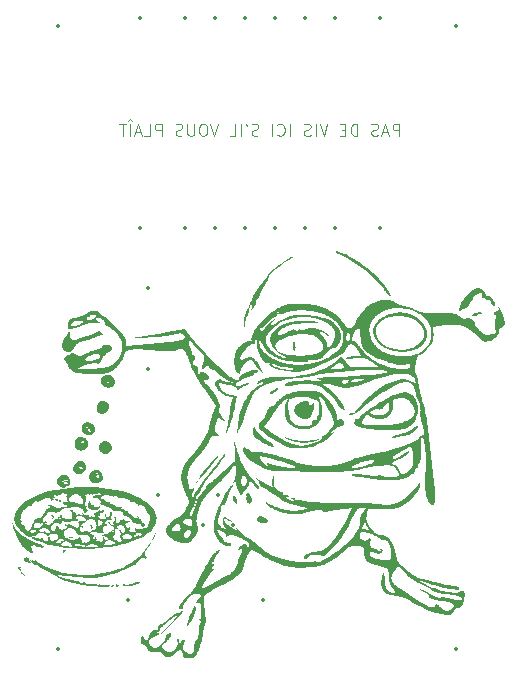
<source format=gbo>
%TF.GenerationSoftware,KiCad,Pcbnew,8.0.1-rc1*%
%TF.CreationDate,2024-12-17T18:19:33-05:00*%
%TF.ProjectId,BNO_BREAKOUT,424e4f5f-4252-4454-914b-4f55542e6b69,rev?*%
%TF.SameCoordinates,Original*%
%TF.FileFunction,Legend,Bot*%
%TF.FilePolarity,Positive*%
%FSLAX46Y46*%
G04 Gerber Fmt 4.6, Leading zero omitted, Abs format (unit mm)*
G04 Created by KiCad (PCBNEW 8.0.1-rc1) date 2024-12-17 18:19:33*
%MOMM*%
%LPD*%
G01*
G04 APERTURE LIST*
%ADD10C,0.000000*%
%ADD11C,0.100000*%
%ADD12C,0.350000*%
G04 APERTURE END LIST*
D10*
G36*
X123069553Y-115009593D02*
G01*
X123081658Y-115010757D01*
X123093599Y-115012610D01*
X123105289Y-115015134D01*
X123116638Y-115018309D01*
X123127556Y-115022116D01*
X123137956Y-115026535D01*
X123147746Y-115031547D01*
X123156840Y-115037133D01*
X123165146Y-115043272D01*
X123172576Y-115049947D01*
X123179042Y-115057138D01*
X123183040Y-115062231D01*
X123186593Y-115067098D01*
X123189691Y-115071746D01*
X123192323Y-115076180D01*
X123194478Y-115080406D01*
X123196145Y-115084432D01*
X123197315Y-115088262D01*
X123197976Y-115091905D01*
X123198118Y-115095365D01*
X123197729Y-115098649D01*
X123196800Y-115101764D01*
X123195320Y-115104715D01*
X123193277Y-115107510D01*
X123190662Y-115110153D01*
X123187464Y-115112653D01*
X123183672Y-115115014D01*
X123179275Y-115117244D01*
X123174263Y-115119348D01*
X123168625Y-115121333D01*
X123162350Y-115123205D01*
X123155429Y-115124970D01*
X123147849Y-115126635D01*
X123139600Y-115128207D01*
X123130673Y-115129690D01*
X123121055Y-115131092D01*
X123110737Y-115132419D01*
X123087957Y-115134873D01*
X123062247Y-115137103D01*
X123033521Y-115139157D01*
X123012301Y-115140369D01*
X122991384Y-115141033D01*
X122970885Y-115141163D01*
X122950921Y-115140770D01*
X122931608Y-115139865D01*
X122913063Y-115138460D01*
X122895401Y-115136566D01*
X122878739Y-115134196D01*
X122863194Y-115131361D01*
X122848881Y-115128073D01*
X122835916Y-115124343D01*
X122824417Y-115120182D01*
X122814499Y-115115603D01*
X122806279Y-115110617D01*
X122799872Y-115105235D01*
X122797386Y-115102400D01*
X122795396Y-115099470D01*
X122793760Y-115096758D01*
X122792324Y-115094080D01*
X122791085Y-115091440D01*
X122790042Y-115088841D01*
X122789193Y-115086286D01*
X122788536Y-115083780D01*
X122788068Y-115081324D01*
X122787789Y-115078924D01*
X122787696Y-115076582D01*
X122787786Y-115074301D01*
X122788059Y-115072085D01*
X122788512Y-115069937D01*
X122789144Y-115067861D01*
X122789952Y-115065861D01*
X122790934Y-115063938D01*
X122792088Y-115062098D01*
X122793414Y-115060343D01*
X122794907Y-115058676D01*
X122796568Y-115057102D01*
X122798393Y-115055623D01*
X122800381Y-115054242D01*
X122802530Y-115052964D01*
X122804837Y-115051792D01*
X122807302Y-115050729D01*
X122809922Y-115049778D01*
X122812694Y-115048942D01*
X122815618Y-115048226D01*
X122818692Y-115047633D01*
X122821912Y-115047166D01*
X122825278Y-115046827D01*
X122828787Y-115046622D01*
X122832437Y-115046553D01*
X122839893Y-115046371D01*
X122848302Y-115045840D01*
X122867577Y-115043824D01*
X122889457Y-115040693D01*
X122913135Y-115036631D01*
X122937806Y-115031825D01*
X122962662Y-115026461D01*
X122986899Y-115020725D01*
X123009709Y-115014802D01*
X123021290Y-115012226D01*
X123033154Y-115010436D01*
X123045212Y-115009414D01*
X123057375Y-115009139D01*
X123069553Y-115009593D01*
G37*
G36*
X141088310Y-106592479D02*
G01*
X141128886Y-106598729D01*
X141184463Y-106611557D01*
X141254856Y-106630998D01*
X141339881Y-106657090D01*
X141439353Y-106689869D01*
X141553087Y-106729374D01*
X141680898Y-106775639D01*
X141776211Y-106806674D01*
X141881776Y-106833550D01*
X141996615Y-106856252D01*
X142119750Y-106874760D01*
X142250200Y-106889056D01*
X142386987Y-106899122D01*
X142529132Y-106904938D01*
X142675655Y-106906487D01*
X142825577Y-106903750D01*
X142977920Y-106896708D01*
X143131703Y-106885343D01*
X143285948Y-106869636D01*
X143439676Y-106849570D01*
X143591908Y-106825126D01*
X143741664Y-106796285D01*
X143887966Y-106763027D01*
X143974228Y-106743050D01*
X144007512Y-106735953D01*
X144034183Y-106730906D01*
X144054203Y-106728003D01*
X144067535Y-106727335D01*
X144071682Y-106727868D01*
X144074143Y-106728994D01*
X144074914Y-106730726D01*
X144073989Y-106733074D01*
X144071365Y-106736050D01*
X144067036Y-106739666D01*
X144053248Y-106748864D01*
X144032588Y-106760758D01*
X144005018Y-106775442D01*
X143929002Y-106813549D01*
X143824905Y-106863922D01*
X143715414Y-106912408D01*
X143591587Y-106953854D01*
X143455345Y-106988318D01*
X143308610Y-107015855D01*
X143153302Y-107036518D01*
X142991343Y-107050364D01*
X142824656Y-107057449D01*
X142655160Y-107057828D01*
X142484778Y-107051556D01*
X142315430Y-107038688D01*
X142149038Y-107019281D01*
X141987523Y-106993389D01*
X141832807Y-106961069D01*
X141686810Y-106922374D01*
X141551455Y-106877362D01*
X141428662Y-106826086D01*
X141325914Y-106774807D01*
X141239831Y-106729773D01*
X141170225Y-106691020D01*
X141116915Y-106658586D01*
X141079714Y-106632507D01*
X141067096Y-106621862D01*
X141058437Y-106612819D01*
X141053714Y-106605384D01*
X141052901Y-106599561D01*
X141055977Y-106595354D01*
X141062920Y-106592768D01*
X141073706Y-106591808D01*
X141088310Y-106592479D01*
G37*
G36*
X130210374Y-114586422D02*
G01*
X130210572Y-114596510D01*
X130205630Y-114618136D01*
X130180422Y-114695800D01*
X130134937Y-114819012D01*
X130105881Y-114890706D01*
X130070791Y-114970011D01*
X129985406Y-115146434D01*
X129884580Y-115338236D01*
X129774111Y-115535371D01*
X129659798Y-115727794D01*
X129547438Y-115905457D01*
X129442829Y-116058316D01*
X129395244Y-116122304D01*
X129351770Y-116176324D01*
X129318319Y-116216110D01*
X129289417Y-116252521D01*
X129276680Y-116269645D01*
X129265089Y-116286149D01*
X129254648Y-116302104D01*
X129245358Y-116317587D01*
X129237223Y-116332670D01*
X129230247Y-116347428D01*
X129224430Y-116361935D01*
X129219778Y-116376265D01*
X129216292Y-116390493D01*
X129213976Y-116404692D01*
X129212832Y-116418936D01*
X129212864Y-116433300D01*
X129214074Y-116447858D01*
X129216464Y-116462684D01*
X129220039Y-116477852D01*
X129224801Y-116493436D01*
X129230753Y-116509511D01*
X129237897Y-116526150D01*
X129246237Y-116543427D01*
X129255776Y-116561417D01*
X129266516Y-116580194D01*
X129278461Y-116599831D01*
X129305974Y-116641986D01*
X129338341Y-116688473D01*
X129375583Y-116739887D01*
X129388849Y-116758169D01*
X129400847Y-116775270D01*
X129411551Y-116791122D01*
X129420934Y-116805660D01*
X129428968Y-116818819D01*
X129435625Y-116830532D01*
X129440880Y-116840734D01*
X129444705Y-116849358D01*
X129447072Y-116856339D01*
X129447955Y-116861610D01*
X129447832Y-116863584D01*
X129447327Y-116865107D01*
X129446437Y-116866169D01*
X129445160Y-116866762D01*
X129443491Y-116866879D01*
X129441427Y-116866511D01*
X129438965Y-116865650D01*
X129436101Y-116864287D01*
X129429155Y-116860024D01*
X129420562Y-116853657D01*
X129407779Y-116843424D01*
X129396186Y-116834547D01*
X129385732Y-116827019D01*
X129376368Y-116820832D01*
X129368042Y-116815978D01*
X129364253Y-116814049D01*
X129360705Y-116812450D01*
X129357391Y-116811180D01*
X129354306Y-116810239D01*
X129351442Y-116809626D01*
X129348794Y-116809339D01*
X129346355Y-116809378D01*
X129344119Y-116809741D01*
X129342080Y-116810428D01*
X129340231Y-116811437D01*
X129338566Y-116812768D01*
X129337079Y-116814420D01*
X129335764Y-116816392D01*
X129334614Y-116818682D01*
X129333622Y-116821290D01*
X129332784Y-116824216D01*
X129332091Y-116827456D01*
X129331539Y-116831012D01*
X129330829Y-116839065D01*
X129330604Y-116848366D01*
X129330518Y-116852668D01*
X129330260Y-116856645D01*
X129329827Y-116860297D01*
X129329219Y-116863626D01*
X129328432Y-116866631D01*
X129327464Y-116869312D01*
X129326315Y-116871671D01*
X129324981Y-116873708D01*
X129323461Y-116875423D01*
X129321754Y-116876817D01*
X129319856Y-116877890D01*
X129317767Y-116878643D01*
X129315484Y-116879076D01*
X129313005Y-116879190D01*
X129310329Y-116878985D01*
X129307452Y-116878462D01*
X129304375Y-116877621D01*
X129301094Y-116876463D01*
X129297607Y-116874988D01*
X129293913Y-116873196D01*
X129290010Y-116871089D01*
X129285895Y-116868666D01*
X129281568Y-116865928D01*
X129277025Y-116862876D01*
X129272265Y-116859510D01*
X129267287Y-116855831D01*
X129262087Y-116851838D01*
X129256665Y-116847533D01*
X129245143Y-116837988D01*
X129232707Y-116827199D01*
X129213139Y-116810215D01*
X129194234Y-116795010D01*
X129176159Y-116781626D01*
X129159079Y-116770107D01*
X129143162Y-116760495D01*
X129128574Y-116752832D01*
X129115483Y-116747161D01*
X129104054Y-116743525D01*
X129099015Y-116742483D01*
X129094454Y-116741967D01*
X129090393Y-116741980D01*
X129086851Y-116742528D01*
X129083850Y-116743617D01*
X129081410Y-116745252D01*
X129079553Y-116747438D01*
X129078298Y-116750181D01*
X129077668Y-116753486D01*
X129077683Y-116757358D01*
X129078363Y-116761803D01*
X129079730Y-116766826D01*
X129081804Y-116772432D01*
X129084606Y-116778627D01*
X129088157Y-116785416D01*
X129092478Y-116792803D01*
X129094922Y-116797213D01*
X129096803Y-116801509D01*
X129098133Y-116805685D01*
X129098922Y-116809738D01*
X129099183Y-116813660D01*
X129098926Y-116817447D01*
X129098162Y-116821094D01*
X129096902Y-116824595D01*
X129095158Y-116827944D01*
X129092940Y-116831137D01*
X129090261Y-116834169D01*
X129087130Y-116837033D01*
X129083559Y-116839725D01*
X129079560Y-116842239D01*
X129075143Y-116844570D01*
X129070320Y-116846712D01*
X129065101Y-116848661D01*
X129059498Y-116850410D01*
X129053522Y-116851955D01*
X129047184Y-116853291D01*
X129040495Y-116854411D01*
X129033467Y-116855310D01*
X129026110Y-116855984D01*
X129018436Y-116856427D01*
X129010456Y-116856634D01*
X129002181Y-116856598D01*
X128993622Y-116856316D01*
X128984790Y-116855781D01*
X128975696Y-116854989D01*
X128966352Y-116853933D01*
X128956769Y-116852609D01*
X128946958Y-116851011D01*
X128944981Y-116850833D01*
X128943024Y-116850791D01*
X128941087Y-116850882D01*
X128939175Y-116851105D01*
X128937290Y-116851455D01*
X128935435Y-116851930D01*
X128933613Y-116852527D01*
X128931827Y-116853244D01*
X128930079Y-116854077D01*
X128928373Y-116855023D01*
X128926712Y-116856079D01*
X128925098Y-116857244D01*
X128923535Y-116858512D01*
X128922025Y-116859883D01*
X128920571Y-116861352D01*
X128919176Y-116862918D01*
X128917843Y-116864576D01*
X128916576Y-116866324D01*
X128915376Y-116868160D01*
X128914246Y-116870080D01*
X128913191Y-116872081D01*
X128912212Y-116874161D01*
X128911312Y-116876317D01*
X128910495Y-116878545D01*
X128909763Y-116880842D01*
X128909119Y-116883207D01*
X128908566Y-116885636D01*
X128908107Y-116888125D01*
X128907745Y-116890673D01*
X128907483Y-116893276D01*
X128907324Y-116895931D01*
X128907270Y-116898636D01*
X128906986Y-116901533D01*
X128906142Y-116904758D01*
X128904754Y-116908300D01*
X128902836Y-116912144D01*
X128900403Y-116916279D01*
X128897468Y-116920693D01*
X128890155Y-116930303D01*
X128881012Y-116940875D01*
X128870156Y-116952307D01*
X128857703Y-116964499D01*
X128843770Y-116977350D01*
X128828473Y-116990758D01*
X128811927Y-117004625D01*
X128794250Y-117018847D01*
X128775557Y-117033326D01*
X128755965Y-117047959D01*
X128735591Y-117062647D01*
X128714549Y-117077289D01*
X128692958Y-117091783D01*
X128665761Y-117110298D01*
X128640708Y-117128163D01*
X128617770Y-117145407D01*
X128596922Y-117162062D01*
X128578136Y-117178159D01*
X128561384Y-117193729D01*
X128546640Y-117208803D01*
X128533877Y-117223412D01*
X128523067Y-117237587D01*
X128514183Y-117251359D01*
X128507198Y-117264759D01*
X128502085Y-117277817D01*
X128500223Y-117284229D01*
X128498818Y-117290566D01*
X128497867Y-117296834D01*
X128497367Y-117303036D01*
X128497315Y-117309176D01*
X128497708Y-117315257D01*
X128498541Y-117321285D01*
X128499812Y-117327262D01*
X128503240Y-117340913D01*
X128504533Y-117347196D01*
X128505532Y-117353126D01*
X128506227Y-117358709D01*
X128506608Y-117363951D01*
X128506664Y-117368859D01*
X128506385Y-117373439D01*
X128505761Y-117377698D01*
X128504782Y-117381641D01*
X128503438Y-117385275D01*
X128501719Y-117388606D01*
X128499613Y-117391641D01*
X128497112Y-117394386D01*
X128494205Y-117396846D01*
X128490882Y-117399029D01*
X128487133Y-117400941D01*
X128482947Y-117402588D01*
X128478314Y-117403976D01*
X128473224Y-117405112D01*
X128467668Y-117406001D01*
X128461634Y-117406651D01*
X128455113Y-117407067D01*
X128448094Y-117407257D01*
X128440567Y-117407225D01*
X128432523Y-117406978D01*
X128414840Y-117405867D01*
X128394964Y-117403972D01*
X128372812Y-117401345D01*
X128356823Y-117399637D01*
X128341641Y-117398472D01*
X128327326Y-117397833D01*
X128313942Y-117397707D01*
X128301550Y-117398076D01*
X128290212Y-117398926D01*
X128279991Y-117400241D01*
X128270947Y-117402006D01*
X128263144Y-117404205D01*
X128256643Y-117406822D01*
X128251506Y-117409842D01*
X128249469Y-117411499D01*
X128247796Y-117413251D01*
X128246495Y-117415095D01*
X128245574Y-117417031D01*
X128245040Y-117419056D01*
X128244902Y-117421168D01*
X128245167Y-117423365D01*
X128245843Y-117425645D01*
X128246937Y-117428007D01*
X128248457Y-117430449D01*
X128249868Y-117433154D01*
X128251125Y-117435810D01*
X128252229Y-117438414D01*
X128253181Y-117440965D01*
X128253981Y-117443460D01*
X128254632Y-117445896D01*
X128255133Y-117448271D01*
X128255486Y-117450582D01*
X128255691Y-117452828D01*
X128255750Y-117455005D01*
X128255664Y-117457112D01*
X128255434Y-117459145D01*
X128255060Y-117461103D01*
X128254544Y-117462983D01*
X128253886Y-117464782D01*
X128253088Y-117466499D01*
X128252150Y-117468130D01*
X128251074Y-117469674D01*
X128249860Y-117471127D01*
X128248509Y-117472488D01*
X128247023Y-117473754D01*
X128245402Y-117474923D01*
X128243648Y-117475992D01*
X128241760Y-117476958D01*
X128239741Y-117477820D01*
X128237591Y-117478575D01*
X128235312Y-117479220D01*
X128232903Y-117479754D01*
X128230366Y-117480173D01*
X128227703Y-117480475D01*
X128224913Y-117480659D01*
X128221999Y-117480720D01*
X128197721Y-117483227D01*
X128167300Y-117490358D01*
X128131848Y-117501527D01*
X128092477Y-117516150D01*
X128050301Y-117533640D01*
X128006431Y-117553414D01*
X127961980Y-117574884D01*
X127918059Y-117597468D01*
X127875782Y-117620578D01*
X127836261Y-117643630D01*
X127800607Y-117666039D01*
X127769934Y-117687219D01*
X127745353Y-117706585D01*
X127727978Y-117723552D01*
X127722339Y-117730953D01*
X127718919Y-117737535D01*
X127717857Y-117743224D01*
X127719291Y-117747948D01*
X127720392Y-117750141D01*
X127721219Y-117752256D01*
X127721775Y-117754290D01*
X127722066Y-117756243D01*
X127722095Y-117758111D01*
X127721866Y-117759896D01*
X127721385Y-117761593D01*
X127720655Y-117763204D01*
X127719681Y-117764725D01*
X127718467Y-117766155D01*
X127717018Y-117767494D01*
X127715338Y-117768739D01*
X127713430Y-117769888D01*
X127711301Y-117770942D01*
X127708954Y-117771898D01*
X127706392Y-117772754D01*
X127703622Y-117773509D01*
X127700647Y-117774163D01*
X127697471Y-117774712D01*
X127694099Y-117775157D01*
X127690535Y-117775495D01*
X127686783Y-117775725D01*
X127682849Y-117775845D01*
X127678735Y-117775855D01*
X127674448Y-117775752D01*
X127669990Y-117775535D01*
X127665366Y-117775203D01*
X127660581Y-117774754D01*
X127655640Y-117774187D01*
X127650545Y-117773500D01*
X127645302Y-117772692D01*
X127639916Y-117771762D01*
X127628669Y-117770084D01*
X127617783Y-117769007D01*
X127607307Y-117768512D01*
X127597293Y-117768578D01*
X127587791Y-117769187D01*
X127578850Y-117770320D01*
X127570522Y-117771956D01*
X127562856Y-117774076D01*
X127555904Y-117776662D01*
X127549715Y-117779694D01*
X127544340Y-117783152D01*
X127541973Y-117785034D01*
X127539829Y-117787016D01*
X127537914Y-117789095D01*
X127536233Y-117791269D01*
X127534794Y-117793534D01*
X127533602Y-117795889D01*
X127532664Y-117798331D01*
X127531986Y-117800859D01*
X127531575Y-117803468D01*
X127531437Y-117806157D01*
X127531329Y-117809072D01*
X127531010Y-117811861D01*
X127530486Y-117814524D01*
X127529762Y-117817061D01*
X127528845Y-117819470D01*
X127527739Y-117821749D01*
X127526452Y-117823899D01*
X127524987Y-117825919D01*
X127523353Y-117827806D01*
X127521553Y-117829560D01*
X127519595Y-117831181D01*
X127517484Y-117832668D01*
X127515225Y-117834018D01*
X127512825Y-117835232D01*
X127510290Y-117836308D01*
X127507624Y-117837246D01*
X127504835Y-117838044D01*
X127501927Y-117838702D01*
X127498907Y-117839218D01*
X127495780Y-117839592D01*
X127492552Y-117839823D01*
X127489230Y-117839909D01*
X127485818Y-117839850D01*
X127482323Y-117839644D01*
X127478751Y-117839291D01*
X127475107Y-117838790D01*
X127471397Y-117838140D01*
X127467627Y-117837339D01*
X127463802Y-117836388D01*
X127459930Y-117835284D01*
X127456014Y-117834027D01*
X127452062Y-117832616D01*
X127444194Y-117829450D01*
X127436497Y-117826885D01*
X127429017Y-117824901D01*
X127421800Y-117823479D01*
X127414893Y-117822600D01*
X127408344Y-117822245D01*
X127402197Y-117822393D01*
X127396499Y-117823025D01*
X127391298Y-117824123D01*
X127386639Y-117825666D01*
X127384528Y-117826599D01*
X127382570Y-117827635D01*
X127380771Y-117828774D01*
X127379136Y-117830012D01*
X127377672Y-117831347D01*
X127376384Y-117832776D01*
X127375279Y-117834297D01*
X127374361Y-117835908D01*
X127373637Y-117837606D01*
X127373113Y-117839389D01*
X127372794Y-117841254D01*
X127372687Y-117843199D01*
X127372410Y-117845516D01*
X127371588Y-117847994D01*
X127370234Y-117850627D01*
X127368361Y-117853405D01*
X127365983Y-117856321D01*
X127363112Y-117859367D01*
X127359761Y-117862533D01*
X127355944Y-117865813D01*
X127351673Y-117869197D01*
X127346962Y-117872677D01*
X127336270Y-117879895D01*
X127323975Y-117887399D01*
X127310179Y-117895124D01*
X127294988Y-117903004D01*
X127278506Y-117910973D01*
X127260839Y-117918966D01*
X127242090Y-117926915D01*
X127222364Y-117934757D01*
X127201767Y-117942424D01*
X127180402Y-117949850D01*
X127158374Y-117956971D01*
X127136102Y-117964741D01*
X127114020Y-117973119D01*
X127092256Y-117982033D01*
X127070938Y-117991407D01*
X127050193Y-118001169D01*
X127030150Y-118011246D01*
X127010936Y-118021562D01*
X126992679Y-118032045D01*
X126975508Y-118042622D01*
X126959549Y-118053217D01*
X126944932Y-118063759D01*
X126931783Y-118074172D01*
X126920232Y-118084385D01*
X126910405Y-118094321D01*
X126902431Y-118103910D01*
X126896437Y-118113075D01*
X126888895Y-118125132D01*
X126882117Y-118135492D01*
X126876060Y-118144131D01*
X126873288Y-118147798D01*
X126870681Y-118151026D01*
X126868233Y-118153812D01*
X126865938Y-118156153D01*
X126863791Y-118158047D01*
X126861788Y-118159490D01*
X126859921Y-118160480D01*
X126858188Y-118161013D01*
X126856581Y-118161087D01*
X126855096Y-118160699D01*
X126853726Y-118159846D01*
X126852468Y-118158525D01*
X126851316Y-118156733D01*
X126850264Y-118154467D01*
X126849307Y-118151724D01*
X126848439Y-118148502D01*
X126847656Y-118144798D01*
X126846951Y-118140607D01*
X126845758Y-118130759D01*
X126844817Y-118118935D01*
X126844086Y-118105110D01*
X126843520Y-118089262D01*
X126842394Y-118055388D01*
X126841578Y-118042049D01*
X126840461Y-118031094D01*
X126839757Y-118026507D01*
X126838940Y-118022511D01*
X126837997Y-118019106D01*
X126836916Y-118016289D01*
X126835683Y-118014059D01*
X126834287Y-118012415D01*
X126832714Y-118011355D01*
X126830952Y-118010878D01*
X126828989Y-118010983D01*
X126826812Y-118011667D01*
X126824408Y-118012930D01*
X126821764Y-118014769D01*
X126818869Y-118017185D01*
X126815709Y-118020174D01*
X126808545Y-118027870D01*
X126800172Y-118037844D01*
X126790489Y-118050086D01*
X126766791Y-118081325D01*
X126762164Y-118087200D01*
X126757215Y-118092919D01*
X126751948Y-118098482D01*
X126746368Y-118103886D01*
X126740478Y-118109132D01*
X126734281Y-118114217D01*
X126727782Y-118119142D01*
X126720985Y-118123905D01*
X126706510Y-118132942D01*
X126690888Y-118141320D01*
X126674150Y-118149031D01*
X126656327Y-118156069D01*
X126637450Y-118162423D01*
X126617549Y-118168089D01*
X126596656Y-118173056D01*
X126574802Y-118177318D01*
X126552018Y-118180867D01*
X126528335Y-118183695D01*
X126503784Y-118185794D01*
X126478395Y-118187157D01*
X126434889Y-118189855D01*
X126394266Y-118193855D01*
X126357426Y-118198971D01*
X126340705Y-118201889D01*
X126325267Y-118205017D01*
X126311225Y-118208331D01*
X126298690Y-118211807D01*
X126287776Y-118215423D01*
X126278593Y-118219156D01*
X126271256Y-118222981D01*
X126265876Y-118226876D01*
X126262565Y-118230818D01*
X126261721Y-118232799D01*
X126261437Y-118234783D01*
X126261260Y-118236759D01*
X126260736Y-118238716D01*
X126259873Y-118240653D01*
X126258682Y-118242565D01*
X126257171Y-118244450D01*
X126255350Y-118246305D01*
X126253227Y-118248127D01*
X126250812Y-118249913D01*
X126248114Y-118251660D01*
X126245142Y-118253366D01*
X126241906Y-118255027D01*
X126238415Y-118256641D01*
X126234677Y-118258204D01*
X126230703Y-118259714D01*
X126226501Y-118261168D01*
X126222080Y-118262563D01*
X126212620Y-118265163D01*
X126202396Y-118267492D01*
X126191483Y-118269527D01*
X126179953Y-118271244D01*
X126167881Y-118272620D01*
X126155340Y-118273632D01*
X126142403Y-118274256D01*
X126129145Y-118274469D01*
X126115451Y-118274682D01*
X126102191Y-118275306D01*
X126089427Y-118276318D01*
X126077221Y-118277694D01*
X126065635Y-118279410D01*
X126054731Y-118281445D01*
X126044571Y-118283775D01*
X126035218Y-118286375D01*
X126026733Y-118289224D01*
X126019178Y-118292298D01*
X126012615Y-118295572D01*
X126007106Y-118299026D01*
X126002713Y-118302634D01*
X125999499Y-118306374D01*
X125998353Y-118308287D01*
X125997525Y-118310223D01*
X125997022Y-118312181D01*
X125996853Y-118314157D01*
X125996699Y-118316141D01*
X125996243Y-118318122D01*
X125995491Y-118320097D01*
X125994450Y-118322064D01*
X125993129Y-118324018D01*
X125991534Y-118325959D01*
X125989672Y-118327882D01*
X125987551Y-118329784D01*
X125985179Y-118331663D01*
X125982562Y-118333516D01*
X125979707Y-118335341D01*
X125976622Y-118337133D01*
X125973314Y-118338890D01*
X125969791Y-118340609D01*
X125966059Y-118342288D01*
X125962127Y-118343923D01*
X125958000Y-118345512D01*
X125953687Y-118347051D01*
X125944531Y-118349969D01*
X125934716Y-118352655D01*
X125924300Y-118355085D01*
X125913341Y-118357236D01*
X125901898Y-118359085D01*
X125890029Y-118360608D01*
X125877791Y-118361783D01*
X125850444Y-118363602D01*
X125818756Y-118366909D01*
X125783843Y-118371457D01*
X125746822Y-118376996D01*
X125708809Y-118383280D01*
X125670920Y-118390060D01*
X125634271Y-118397089D01*
X125599978Y-118404117D01*
X125496398Y-118428368D01*
X125406336Y-118447814D01*
X125327437Y-118462856D01*
X125257343Y-118473900D01*
X125193698Y-118481346D01*
X125134146Y-118485599D01*
X125076331Y-118487061D01*
X125017895Y-118486137D01*
X124942422Y-118482669D01*
X124872994Y-118480225D01*
X124806978Y-118478835D01*
X124741736Y-118478530D01*
X124674634Y-118479341D01*
X124603037Y-118481299D01*
X124524308Y-118484436D01*
X124435812Y-118488782D01*
X124387298Y-118490152D01*
X124330475Y-118490312D01*
X124267450Y-118489294D01*
X124200333Y-118487129D01*
X124131231Y-118483847D01*
X124062254Y-118479480D01*
X123995509Y-118474059D01*
X123933104Y-118467615D01*
X123781961Y-118452484D01*
X123587162Y-118435865D01*
X123373510Y-118419246D01*
X123165812Y-118404117D01*
X122953567Y-118389110D01*
X122727927Y-118369390D01*
X122516178Y-118347189D01*
X122424039Y-118335856D01*
X122345605Y-118324740D01*
X122198549Y-118304772D01*
X122084452Y-118290509D01*
X121999812Y-118281952D01*
X121967442Y-118279812D01*
X121941123Y-118279099D01*
X121920415Y-118279812D01*
X121904882Y-118281952D01*
X121894085Y-118285517D01*
X121887586Y-118290509D01*
X121884947Y-118296928D01*
X121885730Y-118304772D01*
X121889498Y-118314043D01*
X121895812Y-118324740D01*
X121899237Y-118328951D01*
X121904483Y-118333622D01*
X121920033Y-118344202D01*
X121941653Y-118356192D01*
X121968532Y-118369306D01*
X121999860Y-118383258D01*
X122034827Y-118397760D01*
X122112440Y-118427267D01*
X122194890Y-118455534D01*
X122275696Y-118480266D01*
X122313458Y-118490590D01*
X122348379Y-118499170D01*
X122379649Y-118505718D01*
X122406458Y-118509949D01*
X122408473Y-118510011D01*
X122410547Y-118510192D01*
X122414856Y-118510900D01*
X122419359Y-118512042D01*
X122424029Y-118513587D01*
X122428838Y-118515505D01*
X122433759Y-118517763D01*
X122438766Y-118520331D01*
X122443831Y-118523179D01*
X122448927Y-118526274D01*
X122454027Y-118529587D01*
X122459103Y-118533085D01*
X122464129Y-118536739D01*
X122469078Y-118540516D01*
X122473922Y-118544387D01*
X122478634Y-118548320D01*
X122483187Y-118552283D01*
X122485348Y-118554259D01*
X122487853Y-118556217D01*
X122493848Y-118560065D01*
X122501076Y-118563805D01*
X122509439Y-118567413D01*
X122518841Y-118570866D01*
X122529185Y-118574141D01*
X122540373Y-118577214D01*
X122552310Y-118580063D01*
X122564898Y-118582663D01*
X122578040Y-118584993D01*
X122591639Y-118587028D01*
X122605599Y-118588744D01*
X122619822Y-118590120D01*
X122634212Y-118591132D01*
X122648672Y-118591756D01*
X122663104Y-118591969D01*
X122677536Y-118592153D01*
X122691992Y-118592693D01*
X122706369Y-118593574D01*
X122720569Y-118594780D01*
X122734489Y-118596297D01*
X122748029Y-118598108D01*
X122761089Y-118600199D01*
X122773568Y-118602553D01*
X122785364Y-118605155D01*
X122796378Y-118607989D01*
X122806508Y-118611041D01*
X122815653Y-118614294D01*
X122823713Y-118617733D01*
X122830587Y-118621342D01*
X122836175Y-118625107D01*
X122840375Y-118629011D01*
X122843930Y-118632424D01*
X122847675Y-118635720D01*
X122851641Y-118638911D01*
X122855862Y-118642003D01*
X122860373Y-118645006D01*
X122865205Y-118647929D01*
X122870393Y-118650780D01*
X122875970Y-118653568D01*
X122881969Y-118656302D01*
X122888425Y-118658991D01*
X122895369Y-118661642D01*
X122902837Y-118664265D01*
X122919473Y-118669463D01*
X122938602Y-118674652D01*
X122960490Y-118679904D01*
X122985405Y-118685287D01*
X123013615Y-118690872D01*
X123045386Y-118696728D01*
X123080987Y-118702925D01*
X123120684Y-118709533D01*
X123213438Y-118724260D01*
X123244061Y-118729568D01*
X123273878Y-118735464D01*
X123302084Y-118741795D01*
X123327870Y-118748404D01*
X123350432Y-118755138D01*
X123360252Y-118758502D01*
X123368963Y-118761840D01*
X123376465Y-118765131D01*
X123382657Y-118768357D01*
X123387439Y-118771497D01*
X123390708Y-118774532D01*
X123392319Y-118775695D01*
X123394171Y-118776705D01*
X123396255Y-118777562D01*
X123398563Y-118778268D01*
X123401089Y-118778826D01*
X123403824Y-118779235D01*
X123406760Y-118779499D01*
X123409891Y-118779617D01*
X123416702Y-118779425D01*
X123424195Y-118778671D01*
X123432308Y-118777367D01*
X123440979Y-118775524D01*
X123450147Y-118773154D01*
X123459748Y-118770269D01*
X123469722Y-118766879D01*
X123480005Y-118762998D01*
X123490537Y-118758636D01*
X123501255Y-118753804D01*
X123512097Y-118748516D01*
X123523000Y-118742782D01*
X123536273Y-118735806D01*
X123548316Y-118729760D01*
X123559143Y-118724644D01*
X123568765Y-118720458D01*
X123577193Y-118717203D01*
X123584438Y-118714878D01*
X123590513Y-118713482D01*
X123593116Y-118713134D01*
X123595430Y-118713017D01*
X123597457Y-118713134D01*
X123599199Y-118713482D01*
X123600657Y-118714064D01*
X123601833Y-118714878D01*
X123602727Y-118715924D01*
X123603342Y-118717203D01*
X123603679Y-118718714D01*
X123603739Y-118720458D01*
X123603524Y-118722435D01*
X123603036Y-118724644D01*
X123601243Y-118729760D01*
X123598373Y-118735806D01*
X123594437Y-118742782D01*
X123592715Y-118746075D01*
X123591512Y-118749502D01*
X123590821Y-118753057D01*
X123590634Y-118756735D01*
X123590943Y-118760528D01*
X123591740Y-118764432D01*
X123593018Y-118768440D01*
X123594768Y-118772548D01*
X123596984Y-118776748D01*
X123599657Y-118781036D01*
X123602779Y-118785405D01*
X123606344Y-118789849D01*
X123610342Y-118794363D01*
X123614767Y-118798942D01*
X123619610Y-118803578D01*
X123624865Y-118808267D01*
X123630522Y-118813002D01*
X123636575Y-118817778D01*
X123643015Y-118822589D01*
X123649835Y-118827428D01*
X123657027Y-118832292D01*
X123664583Y-118837172D01*
X123680758Y-118846962D01*
X123698297Y-118856752D01*
X123717138Y-118866495D01*
X123737219Y-118876146D01*
X123758479Y-118885657D01*
X123789177Y-118898216D01*
X123816915Y-118909113D01*
X123841893Y-118918359D01*
X123864312Y-118925965D01*
X123884376Y-118931943D01*
X123902284Y-118936306D01*
X123918239Y-118939063D01*
X123932443Y-118940228D01*
X123945096Y-118939812D01*
X123950904Y-118939014D01*
X123956400Y-118937825D01*
X123961609Y-118936247D01*
X123966557Y-118934281D01*
X123971268Y-118931928D01*
X123975768Y-118929190D01*
X123984235Y-118922565D01*
X123992160Y-118914417D01*
X123999743Y-118904756D01*
X124007187Y-118893597D01*
X124010864Y-118888077D01*
X124014459Y-118882933D01*
X124017987Y-118878163D01*
X124021460Y-118873772D01*
X124024890Y-118869761D01*
X124028291Y-118866132D01*
X124031673Y-118862886D01*
X124035051Y-118860026D01*
X124038437Y-118857553D01*
X124041843Y-118855471D01*
X124045282Y-118853779D01*
X124048766Y-118852481D01*
X124052309Y-118851578D01*
X124055922Y-118851073D01*
X124059619Y-118850967D01*
X124063411Y-118851261D01*
X124067312Y-118851959D01*
X124071335Y-118853062D01*
X124075490Y-118854572D01*
X124079793Y-118856491D01*
X124084254Y-118858821D01*
X124088886Y-118861563D01*
X124093703Y-118864720D01*
X124098717Y-118868294D01*
X124103939Y-118872286D01*
X124109384Y-118876699D01*
X124115063Y-118881534D01*
X124120989Y-118886794D01*
X124127174Y-118892480D01*
X124133632Y-118898594D01*
X124147416Y-118912115D01*
X124157909Y-118921671D01*
X124170001Y-118930985D01*
X124183632Y-118940047D01*
X124198741Y-118948847D01*
X124233155Y-118965624D01*
X124272762Y-118981238D01*
X124317082Y-118995612D01*
X124365635Y-119008668D01*
X124417939Y-119020329D01*
X124473515Y-119030517D01*
X124531881Y-119039155D01*
X124592557Y-119046165D01*
X124655062Y-119051469D01*
X124718916Y-119054991D01*
X124783638Y-119056652D01*
X124848748Y-119056375D01*
X124913765Y-119054083D01*
X124978208Y-119049699D01*
X125007767Y-119047531D01*
X125034969Y-119046004D01*
X125059877Y-119045135D01*
X125082553Y-119044944D01*
X125103058Y-119045451D01*
X125121455Y-119046675D01*
X125137805Y-119048636D01*
X125152171Y-119051352D01*
X125164615Y-119054844D01*
X125175198Y-119059130D01*
X125183983Y-119064229D01*
X125191032Y-119070163D01*
X125193925Y-119073448D01*
X125196406Y-119076949D01*
X125198485Y-119080667D01*
X125200168Y-119084606D01*
X125202380Y-119093156D01*
X125203104Y-119102616D01*
X125203355Y-119111717D01*
X125204094Y-119120169D01*
X125205295Y-119127976D01*
X125206933Y-119135141D01*
X125208984Y-119141666D01*
X125211423Y-119147555D01*
X125214225Y-119152810D01*
X125217366Y-119157434D01*
X125220821Y-119161430D01*
X125224566Y-119164802D01*
X125228574Y-119167551D01*
X125232823Y-119169681D01*
X125237286Y-119171195D01*
X125241940Y-119172096D01*
X125246760Y-119172386D01*
X125251721Y-119172068D01*
X125256798Y-119171146D01*
X125261966Y-119169623D01*
X125267202Y-119167500D01*
X125272479Y-119164782D01*
X125277774Y-119161471D01*
X125283062Y-119157569D01*
X125288318Y-119153081D01*
X125293517Y-119148008D01*
X125298634Y-119142354D01*
X125303646Y-119136121D01*
X125308527Y-119129313D01*
X125313252Y-119121932D01*
X125317797Y-119113982D01*
X125322137Y-119105464D01*
X125326247Y-119096383D01*
X125330103Y-119086741D01*
X125335833Y-119072790D01*
X125341214Y-119060706D01*
X125343819Y-119055368D01*
X125346393Y-119050499D01*
X125348953Y-119046102D01*
X125351518Y-119042176D01*
X125354106Y-119038722D01*
X125356736Y-119035743D01*
X125359426Y-119033239D01*
X125362194Y-119031210D01*
X125365060Y-119029658D01*
X125368040Y-119028583D01*
X125371155Y-119027988D01*
X125374421Y-119027872D01*
X125377858Y-119028236D01*
X125381484Y-119029082D01*
X125385317Y-119030411D01*
X125389376Y-119032223D01*
X125393679Y-119034519D01*
X125398245Y-119037301D01*
X125403092Y-119040570D01*
X125408238Y-119044325D01*
X125413702Y-119048569D01*
X125419502Y-119053303D01*
X125432185Y-119064241D01*
X125446434Y-119077149D01*
X125462395Y-119092032D01*
X125476670Y-119104188D01*
X125489773Y-119114858D01*
X125501777Y-119124048D01*
X125512749Y-119131762D01*
X125522760Y-119138003D01*
X125527427Y-119140572D01*
X125531879Y-119142774D01*
X125536127Y-119144611D01*
X125540177Y-119146081D01*
X125544040Y-119147186D01*
X125547723Y-119147926D01*
X125551236Y-119148303D01*
X125554587Y-119148315D01*
X125557785Y-119147964D01*
X125560839Y-119147250D01*
X125563757Y-119146173D01*
X125566548Y-119144735D01*
X125569221Y-119142935D01*
X125571784Y-119140774D01*
X125574246Y-119138253D01*
X125576617Y-119135372D01*
X125578904Y-119132132D01*
X125581116Y-119128532D01*
X125583263Y-119124574D01*
X125585353Y-119120258D01*
X125589395Y-119110554D01*
X125593647Y-119100787D01*
X125597488Y-119092322D01*
X125600941Y-119085159D01*
X125604030Y-119079299D01*
X125606778Y-119074741D01*
X125608031Y-119072951D01*
X125609208Y-119071486D01*
X125610311Y-119070346D01*
X125611343Y-119069532D01*
X125612308Y-119069044D01*
X125613208Y-119068881D01*
X125614045Y-119069044D01*
X125614824Y-119069532D01*
X125615546Y-119070346D01*
X125616215Y-119071486D01*
X125616834Y-119072951D01*
X125617405Y-119074741D01*
X125617932Y-119076857D01*
X125618417Y-119079299D01*
X125619273Y-119085159D01*
X125619998Y-119092322D01*
X125620614Y-119100787D01*
X125621145Y-119110554D01*
X125621486Y-119114662D01*
X125622012Y-119118553D01*
X125622722Y-119122227D01*
X125623615Y-119125684D01*
X125624691Y-119128924D01*
X125625947Y-119131947D01*
X125627384Y-119134753D01*
X125629000Y-119137342D01*
X125630794Y-119139714D01*
X125632766Y-119141868D01*
X125634914Y-119143806D01*
X125637237Y-119145527D01*
X125639735Y-119147031D01*
X125642406Y-119148318D01*
X125645250Y-119149387D01*
X125648265Y-119150240D01*
X125651451Y-119150876D01*
X125654806Y-119151294D01*
X125658330Y-119151496D01*
X125662021Y-119151480D01*
X125665879Y-119151248D01*
X125669903Y-119150798D01*
X125674092Y-119150132D01*
X125678444Y-119149248D01*
X125682959Y-119148148D01*
X125687636Y-119146830D01*
X125692474Y-119145295D01*
X125697471Y-119143544D01*
X125702628Y-119141575D01*
X125707942Y-119139389D01*
X125713414Y-119136986D01*
X125719041Y-119134366D01*
X125739960Y-119125530D01*
X125761002Y-119117876D01*
X125782107Y-119111408D01*
X125803212Y-119106130D01*
X125824254Y-119102046D01*
X125845173Y-119099159D01*
X125865906Y-119097473D01*
X125886390Y-119096993D01*
X125906565Y-119097722D01*
X125926367Y-119099665D01*
X125945735Y-119102824D01*
X125964607Y-119107204D01*
X125982921Y-119112809D01*
X126000615Y-119119642D01*
X126017627Y-119127708D01*
X126033895Y-119137010D01*
X126037142Y-119138917D01*
X126040429Y-119140670D01*
X126047098Y-119143713D01*
X126053853Y-119146144D01*
X126060643Y-119147967D01*
X126067417Y-119149185D01*
X126074125Y-119149802D01*
X126080717Y-119149822D01*
X126087142Y-119149249D01*
X126090277Y-119148741D01*
X126093351Y-119148087D01*
X126096358Y-119147286D01*
X126099291Y-119146339D01*
X126102146Y-119145247D01*
X126104915Y-119144011D01*
X126107591Y-119142629D01*
X126110169Y-119141104D01*
X126112643Y-119139436D01*
X126115006Y-119137624D01*
X126117251Y-119135670D01*
X126119373Y-119133574D01*
X126121365Y-119131337D01*
X126123221Y-119128959D01*
X126124935Y-119126440D01*
X126126499Y-119123781D01*
X126130763Y-119117933D01*
X126135585Y-119112782D01*
X126140922Y-119108310D01*
X126146725Y-119104501D01*
X126152952Y-119101336D01*
X126159556Y-119098800D01*
X126166490Y-119096876D01*
X126173711Y-119095546D01*
X126181172Y-119094793D01*
X126188828Y-119094601D01*
X126196633Y-119094952D01*
X126204541Y-119095830D01*
X126212508Y-119097218D01*
X126220487Y-119099098D01*
X126228434Y-119101454D01*
X126236301Y-119104269D01*
X126244045Y-119107526D01*
X126251620Y-119111208D01*
X126258979Y-119115297D01*
X126266077Y-119119778D01*
X126272870Y-119124632D01*
X126279310Y-119129844D01*
X126285354Y-119135396D01*
X126290955Y-119141271D01*
X126296067Y-119147451D01*
X126300645Y-119153922D01*
X126304644Y-119160664D01*
X126308018Y-119167662D01*
X126310722Y-119174898D01*
X126312709Y-119182356D01*
X126313935Y-119190018D01*
X126314353Y-119197867D01*
X126313843Y-119202464D01*
X126312286Y-119206831D01*
X126309645Y-119210970D01*
X126305879Y-119214884D01*
X126300950Y-119218575D01*
X126294820Y-119222046D01*
X126287449Y-119225298D01*
X126278800Y-119228335D01*
X126268833Y-119231159D01*
X126257509Y-119233772D01*
X126244791Y-119236177D01*
X126230638Y-119238375D01*
X126215012Y-119240371D01*
X126197875Y-119242165D01*
X126158911Y-119245160D01*
X126113435Y-119247381D01*
X126061139Y-119248845D01*
X126001711Y-119249573D01*
X125934841Y-119249584D01*
X125860221Y-119248897D01*
X125777538Y-119247532D01*
X125686485Y-119245508D01*
X125586749Y-119242845D01*
X124997348Y-119225275D01*
X124782379Y-119215358D01*
X124604153Y-119203488D01*
X124450359Y-119188765D01*
X124308688Y-119170291D01*
X124166831Y-119147166D01*
X124012480Y-119118491D01*
X123935668Y-119104140D01*
X123859352Y-119090999D01*
X123785516Y-119079284D01*
X123716146Y-119069212D01*
X123653225Y-119061000D01*
X123598737Y-119054866D01*
X123554668Y-119051027D01*
X123523000Y-119049699D01*
X123510763Y-119049920D01*
X123498893Y-119049611D01*
X123487450Y-119048798D01*
X123476492Y-119047508D01*
X123466076Y-119045769D01*
X123456260Y-119043607D01*
X123447104Y-119041049D01*
X123438664Y-119038124D01*
X123431000Y-119034857D01*
X123424169Y-119031276D01*
X123418230Y-119027409D01*
X123413240Y-119023281D01*
X123409257Y-119018922D01*
X123407662Y-119016663D01*
X123406341Y-119014357D01*
X123405300Y-119012005D01*
X123404548Y-119009613D01*
X123404091Y-119007183D01*
X123403938Y-119004719D01*
X123403884Y-119002285D01*
X123403725Y-118999946D01*
X123403462Y-118997702D01*
X123403101Y-118995556D01*
X123402642Y-118993509D01*
X123402089Y-118991562D01*
X123401445Y-118989717D01*
X123400713Y-118987975D01*
X123399896Y-118986338D01*
X123398996Y-118984807D01*
X123398017Y-118983384D01*
X123396961Y-118982069D01*
X123395832Y-118980865D01*
X123394632Y-118979773D01*
X123393364Y-118978794D01*
X123392031Y-118977930D01*
X123390637Y-118977183D01*
X123389183Y-118976553D01*
X123387673Y-118976042D01*
X123386109Y-118975652D01*
X123384495Y-118975384D01*
X123382834Y-118975239D01*
X123381128Y-118975220D01*
X123379381Y-118975327D01*
X123377595Y-118975561D01*
X123375773Y-118975926D01*
X123373918Y-118976420D01*
X123372033Y-118977048D01*
X123370120Y-118977809D01*
X123368184Y-118978705D01*
X123366226Y-118979737D01*
X123364250Y-118980908D01*
X123358194Y-118983454D01*
X123350000Y-118985154D01*
X123327519Y-118986102D01*
X123297440Y-118983925D01*
X123260401Y-118978800D01*
X123217037Y-118970899D01*
X123167983Y-118960398D01*
X123113875Y-118947470D01*
X123055349Y-118932290D01*
X122927584Y-118895874D01*
X122789773Y-118852543D01*
X122647002Y-118803693D01*
X122575345Y-118777634D01*
X122504354Y-118750719D01*
X122383390Y-118703838D01*
X122270859Y-118661422D01*
X122179164Y-118627936D01*
X122120708Y-118607844D01*
X122111384Y-118604688D01*
X122102296Y-118601194D01*
X122093495Y-118597397D01*
X122085031Y-118593333D01*
X122076955Y-118589037D01*
X122069316Y-118584543D01*
X122062166Y-118579887D01*
X122055555Y-118575102D01*
X122049533Y-118570224D01*
X122044150Y-118565289D01*
X122039457Y-118560330D01*
X122035505Y-118555383D01*
X122032343Y-118550482D01*
X122030022Y-118545663D01*
X122029193Y-118543294D01*
X122028593Y-118540960D01*
X122028228Y-118538663D01*
X122028105Y-118536408D01*
X122027951Y-118534168D01*
X122027495Y-118531917D01*
X122026742Y-118529656D01*
X122025702Y-118527390D01*
X122024381Y-118525123D01*
X122022785Y-118522856D01*
X122020924Y-118520595D01*
X122018803Y-118518342D01*
X122016430Y-118516100D01*
X122013813Y-118513874D01*
X122010958Y-118511665D01*
X122007873Y-118509479D01*
X122004566Y-118507318D01*
X122001042Y-118505185D01*
X121997311Y-118503085D01*
X121993378Y-118501020D01*
X121989252Y-118498993D01*
X121984938Y-118497009D01*
X121980446Y-118495070D01*
X121975782Y-118493180D01*
X121970953Y-118491343D01*
X121965967Y-118489561D01*
X121955551Y-118486178D01*
X121944592Y-118483058D01*
X121933149Y-118480230D01*
X121921279Y-118477719D01*
X121909042Y-118475553D01*
X121896866Y-118473295D01*
X121885178Y-118470514D01*
X121874032Y-118467245D01*
X121863484Y-118463523D01*
X121853586Y-118459382D01*
X121844394Y-118454857D01*
X121835962Y-118449983D01*
X121828344Y-118444795D01*
X121821594Y-118439329D01*
X121815766Y-118433618D01*
X121810915Y-118427698D01*
X121808872Y-118424670D01*
X121807095Y-118421603D01*
X121805588Y-118418501D01*
X121804360Y-118415369D01*
X121803416Y-118412210D01*
X121802764Y-118409029D01*
X121802411Y-118405832D01*
X121802363Y-118402621D01*
X121802627Y-118399401D01*
X121803209Y-118396177D01*
X121803574Y-118392766D01*
X121803679Y-118389481D01*
X121803529Y-118386322D01*
X121803126Y-118383289D01*
X121802475Y-118380385D01*
X121801581Y-118377609D01*
X121800446Y-118374963D01*
X121799075Y-118372448D01*
X121797471Y-118370065D01*
X121795638Y-118367814D01*
X121793580Y-118365697D01*
X121791302Y-118363715D01*
X121788807Y-118361868D01*
X121786098Y-118360158D01*
X121783181Y-118358586D01*
X121780057Y-118357152D01*
X121776733Y-118355858D01*
X121773210Y-118354704D01*
X121769494Y-118353692D01*
X121765588Y-118352822D01*
X121761496Y-118352095D01*
X121757222Y-118351513D01*
X121752769Y-118351076D01*
X121748142Y-118350786D01*
X121743345Y-118350642D01*
X121738380Y-118350648D01*
X121733254Y-118350802D01*
X121727968Y-118351106D01*
X121722527Y-118351562D01*
X121716935Y-118352169D01*
X121711196Y-118352930D01*
X121705313Y-118353845D01*
X121691544Y-118356450D01*
X121678999Y-118358310D01*
X121667664Y-118359426D01*
X121657523Y-118359798D01*
X121648559Y-118359426D01*
X121644515Y-118358961D01*
X121640759Y-118358310D01*
X121637289Y-118357473D01*
X121634105Y-118356450D01*
X121631204Y-118355240D01*
X121628583Y-118353845D01*
X121626242Y-118352264D01*
X121624178Y-118350496D01*
X121622389Y-118348543D01*
X121620873Y-118346404D01*
X121619629Y-118344078D01*
X121618654Y-118341567D01*
X121617946Y-118338869D01*
X121617504Y-118335985D01*
X121617326Y-118332916D01*
X121617408Y-118329660D01*
X121617751Y-118326218D01*
X121618352Y-118322591D01*
X121620318Y-118314777D01*
X121623292Y-118306219D01*
X121624447Y-118302530D01*
X121625434Y-118298907D01*
X121626254Y-118295354D01*
X121626909Y-118291874D01*
X121627401Y-118288472D01*
X121627733Y-118285151D01*
X121627906Y-118281916D01*
X121627922Y-118278769D01*
X121627782Y-118275716D01*
X121627490Y-118272759D01*
X121627047Y-118269904D01*
X121626454Y-118267152D01*
X121625714Y-118264510D01*
X121624829Y-118261980D01*
X121623800Y-118259566D01*
X121622630Y-118257272D01*
X121621320Y-118255102D01*
X121619873Y-118253060D01*
X121618290Y-118251150D01*
X121616574Y-118249375D01*
X121614725Y-118247741D01*
X121612747Y-118246249D01*
X121610641Y-118244905D01*
X121608409Y-118243712D01*
X121606053Y-118242674D01*
X121603574Y-118241795D01*
X121600976Y-118241078D01*
X121598259Y-118240529D01*
X121595427Y-118240150D01*
X121592479Y-118239945D01*
X121589420Y-118239919D01*
X121586250Y-118240075D01*
X121563932Y-118236882D01*
X121526274Y-118225078D01*
X121475547Y-118205786D01*
X121414022Y-118180130D01*
X121267665Y-118114222D01*
X121105370Y-118036345D01*
X120945307Y-117955492D01*
X120805646Y-117880654D01*
X120749145Y-117848301D01*
X120704557Y-117820823D01*
X120674155Y-117799345D01*
X120664983Y-117791208D01*
X120660209Y-117784991D01*
X120659365Y-117783015D01*
X120658326Y-117781057D01*
X120657098Y-117779121D01*
X120655687Y-117777209D01*
X120654100Y-117775324D01*
X120652343Y-117773469D01*
X120650422Y-117771646D01*
X120648344Y-117769860D01*
X120646114Y-117768113D01*
X120643740Y-117766407D01*
X120641227Y-117764746D01*
X120638582Y-117763132D01*
X120635811Y-117761568D01*
X120632920Y-117760058D01*
X120626805Y-117757210D01*
X120620286Y-117754609D01*
X120613415Y-117752280D01*
X120606242Y-117750245D01*
X120598817Y-117748528D01*
X120591190Y-117747152D01*
X120583412Y-117746140D01*
X120579482Y-117745778D01*
X120575533Y-117745516D01*
X120571572Y-117745357D01*
X120567604Y-117745303D01*
X120560232Y-117745029D01*
X120553026Y-117744223D01*
X120546030Y-117742914D01*
X120539285Y-117741128D01*
X120532835Y-117738892D01*
X120526723Y-117736234D01*
X120520990Y-117733180D01*
X120515679Y-117729759D01*
X120510834Y-117725996D01*
X120506497Y-117721920D01*
X120504532Y-117719772D01*
X120502709Y-117717556D01*
X120501036Y-117715275D01*
X120499515Y-117712933D01*
X120498154Y-117710533D01*
X120496957Y-117708078D01*
X120495929Y-117705571D01*
X120495076Y-117703017D01*
X120494404Y-117700417D01*
X120493917Y-117697777D01*
X120493621Y-117695099D01*
X120493521Y-117692387D01*
X120493413Y-117689674D01*
X120493094Y-117686996D01*
X120492568Y-117684356D01*
X120491841Y-117681757D01*
X120490919Y-117679203D01*
X120489806Y-117676696D01*
X120488508Y-117674241D01*
X120487030Y-117671841D01*
X120485378Y-117669498D01*
X120483557Y-117667217D01*
X120481572Y-117665001D01*
X120479429Y-117662854D01*
X120477132Y-117660778D01*
X120474688Y-117658777D01*
X120472102Y-117656855D01*
X120469378Y-117655014D01*
X120466522Y-117653259D01*
X120463540Y-117651593D01*
X120460437Y-117650018D01*
X120457218Y-117648539D01*
X120453889Y-117647159D01*
X120450455Y-117645881D01*
X120446920Y-117644708D01*
X120443292Y-117643645D01*
X120439574Y-117642694D01*
X120435772Y-117641859D01*
X120431892Y-117641143D01*
X120427938Y-117640549D01*
X120423917Y-117640082D01*
X120419834Y-117639744D01*
X120415693Y-117639539D01*
X120411500Y-117639469D01*
X120407509Y-117639369D01*
X120403480Y-117639073D01*
X120395336Y-117637914D01*
X120387129Y-117636034D01*
X120378923Y-117633475D01*
X120370779Y-117630281D01*
X120362759Y-117626494D01*
X120354925Y-117622156D01*
X120347339Y-117617311D01*
X120340062Y-117612001D01*
X120333158Y-117606268D01*
X120326688Y-117600155D01*
X120320715Y-117593706D01*
X120315299Y-117586961D01*
X120310503Y-117579965D01*
X120306390Y-117572759D01*
X120304608Y-117569091D01*
X120303020Y-117565387D01*
X120301371Y-117561404D01*
X120299406Y-117557396D01*
X120297136Y-117553369D01*
X120294571Y-117549331D01*
X120291721Y-117545286D01*
X120288597Y-117541242D01*
X120285208Y-117537205D01*
X120281564Y-117533181D01*
X120277677Y-117529177D01*
X120273555Y-117525198D01*
X120264651Y-117517342D01*
X120254932Y-117509665D01*
X120244482Y-117502216D01*
X120233380Y-117495047D01*
X120221708Y-117488207D01*
X120209548Y-117481747D01*
X120196981Y-117475717D01*
X120184088Y-117470167D01*
X120170952Y-117465149D01*
X120157652Y-117460712D01*
X120144271Y-117456906D01*
X120129859Y-117453191D01*
X120116407Y-117449011D01*
X120103948Y-117444396D01*
X120092512Y-117439379D01*
X120082130Y-117433989D01*
X120072834Y-117428258D01*
X120064653Y-117422217D01*
X120060991Y-117419090D01*
X120057620Y-117415897D01*
X120054543Y-117412642D01*
X120051765Y-117409329D01*
X120049289Y-117405962D01*
X120047119Y-117402544D01*
X120045259Y-117399080D01*
X120043714Y-117395573D01*
X120042486Y-117392028D01*
X120041579Y-117388447D01*
X120040999Y-117384836D01*
X120040747Y-117381197D01*
X120040829Y-117377535D01*
X120041249Y-117373854D01*
X120042009Y-117370157D01*
X120043114Y-117366449D01*
X120044568Y-117362732D01*
X120046375Y-117359012D01*
X120047771Y-117355904D01*
X120048981Y-117353028D01*
X120050009Y-117350385D01*
X120050855Y-117347974D01*
X120051521Y-117345796D01*
X120052008Y-117343850D01*
X120052318Y-117342137D01*
X120052452Y-117340656D01*
X120052412Y-117339408D01*
X120052199Y-117338392D01*
X120051814Y-117337609D01*
X120051557Y-117337305D01*
X120051259Y-117337059D01*
X120050918Y-117336871D01*
X120050535Y-117336741D01*
X120049644Y-117336656D01*
X120048588Y-117336803D01*
X120047367Y-117337183D01*
X120045984Y-117337795D01*
X120044439Y-117338640D01*
X120042735Y-117339718D01*
X120040872Y-117341028D01*
X120038852Y-117342570D01*
X120036676Y-117344345D01*
X120034347Y-117346353D01*
X120031865Y-117348593D01*
X120026448Y-117353771D01*
X120020439Y-117359880D01*
X120013848Y-117366918D01*
X120006688Y-117374887D01*
X120001071Y-117381102D01*
X119995613Y-117386841D01*
X119990286Y-117392095D01*
X119985061Y-117396854D01*
X119979912Y-117401107D01*
X119974812Y-117404844D01*
X119969731Y-117408055D01*
X119964644Y-117410729D01*
X119959521Y-117412857D01*
X119954336Y-117414429D01*
X119949061Y-117415433D01*
X119943668Y-117415861D01*
X119938130Y-117415701D01*
X119932419Y-117414944D01*
X119926507Y-117413580D01*
X119920367Y-117411598D01*
X119913971Y-117408988D01*
X119907292Y-117405740D01*
X119900302Y-117401843D01*
X119892973Y-117397289D01*
X119885278Y-117392065D01*
X119877189Y-117386163D01*
X119868679Y-117379572D01*
X119859720Y-117372282D01*
X119850283Y-117364283D01*
X119840343Y-117355564D01*
X119818839Y-117335928D01*
X119794985Y-117313291D01*
X119768563Y-117287574D01*
X119743251Y-117262024D01*
X119720850Y-117238828D01*
X119701293Y-117217793D01*
X119684516Y-117198732D01*
X119670451Y-117181453D01*
X119659034Y-117165768D01*
X119654298Y-117158463D01*
X119650198Y-117151485D01*
X119646728Y-117144810D01*
X119643878Y-117138415D01*
X119641640Y-117132276D01*
X119640006Y-117126369D01*
X119638969Y-117120670D01*
X119638519Y-117115156D01*
X119638648Y-117109803D01*
X119639349Y-117104586D01*
X119640612Y-117099483D01*
X119642431Y-117094470D01*
X119644796Y-117089523D01*
X119647698Y-117084617D01*
X119651132Y-117079731D01*
X119655086Y-117074838D01*
X119664528Y-117064943D01*
X119675958Y-117054741D01*
X119687285Y-117045570D01*
X119697487Y-117037926D01*
X119702183Y-117034689D01*
X119706619Y-117031848D01*
X119710801Y-117029408D01*
X119714736Y-117027374D01*
X119718431Y-117025750D01*
X119721892Y-117024543D01*
X119725127Y-117023756D01*
X119728141Y-117023394D01*
X119730943Y-117023463D01*
X119733537Y-117023967D01*
X119735933Y-117024910D01*
X119738135Y-117026298D01*
X119740152Y-117028136D01*
X119741989Y-117030429D01*
X119743654Y-117033180D01*
X119745153Y-117036396D01*
X119746493Y-117040080D01*
X119747681Y-117044239D01*
X119748724Y-117048876D01*
X119749628Y-117053997D01*
X119750401Y-117059605D01*
X119751048Y-117065708D01*
X119751995Y-117079411D01*
X119752524Y-117095145D01*
X119752688Y-117112948D01*
X119752688Y-117232011D01*
X119853228Y-117115596D01*
X119956416Y-116996532D01*
X120295084Y-117213492D01*
X120509344Y-117343269D01*
X120725771Y-117463791D01*
X120944794Y-117575167D01*
X121166845Y-117677505D01*
X121392352Y-117770912D01*
X121621747Y-117855499D01*
X121855459Y-117931373D01*
X122093920Y-117998643D01*
X122337558Y-118057417D01*
X122586804Y-118107804D01*
X122842089Y-118149912D01*
X123103842Y-118183851D01*
X123372495Y-118209728D01*
X123648476Y-118227652D01*
X123932216Y-118237731D01*
X124224145Y-118240075D01*
X124733150Y-118225915D01*
X125222265Y-118187447D01*
X125691381Y-118124733D01*
X126140390Y-118037834D01*
X126569183Y-117926812D01*
X126977651Y-117791730D01*
X127365687Y-117632649D01*
X127733181Y-117449631D01*
X128080026Y-117242739D01*
X128406112Y-117012035D01*
X128711331Y-116757580D01*
X128995575Y-116479437D01*
X129258734Y-116177667D01*
X129500701Y-115852333D01*
X129721368Y-115503497D01*
X129920624Y-115131220D01*
X130020990Y-114927134D01*
X130099962Y-114771015D01*
X130157726Y-114662458D01*
X130178713Y-114625890D01*
X130194468Y-114601062D01*
X130205014Y-114587922D01*
X130208341Y-114585720D01*
X130210374Y-114586422D01*
G37*
G36*
X125810839Y-96374180D02*
G01*
X125903531Y-96451301D01*
X126098817Y-96620451D01*
X126302380Y-96805417D01*
X126508307Y-97001318D01*
X126610310Y-97101847D01*
X126710687Y-97203280D01*
X126976323Y-97481059D01*
X127189936Y-97713466D01*
X127278711Y-97814733D01*
X127356253Y-97907151D01*
X127423155Y-97991551D01*
X127480007Y-98068764D01*
X127527400Y-98139623D01*
X127565925Y-98204957D01*
X127596174Y-98265599D01*
X127618736Y-98322380D01*
X127634206Y-98376131D01*
X127643172Y-98427683D01*
X127646227Y-98477869D01*
X127643961Y-98527519D01*
X127606125Y-98855425D01*
X128652905Y-98792366D01*
X129491984Y-98720834D01*
X130399640Y-98626837D01*
X131288378Y-98521016D01*
X132070705Y-98414012D01*
X132167806Y-98396572D01*
X132255743Y-98377359D01*
X132334517Y-98356372D01*
X132404128Y-98333612D01*
X132464576Y-98309078D01*
X132491364Y-98296146D01*
X132515861Y-98282770D01*
X132538067Y-98268952D01*
X132557982Y-98254690D01*
X132575607Y-98239984D01*
X132590941Y-98224835D01*
X132603984Y-98209243D01*
X132614735Y-98193207D01*
X132623197Y-98176728D01*
X132629367Y-98159805D01*
X132633247Y-98142440D01*
X132634836Y-98124631D01*
X132634134Y-98106378D01*
X132631141Y-98087682D01*
X132625857Y-98068542D01*
X132618283Y-98048960D01*
X132608417Y-98028934D01*
X132596262Y-98008464D01*
X132581814Y-97987551D01*
X132565077Y-97966195D01*
X132546048Y-97944395D01*
X132524728Y-97922152D01*
X132510488Y-97908443D01*
X132496081Y-97895691D01*
X132481416Y-97883890D01*
X132466399Y-97873035D01*
X132450939Y-97863123D01*
X132434944Y-97854148D01*
X132418320Y-97846106D01*
X132400976Y-97838993D01*
X132382818Y-97832803D01*
X132363756Y-97827533D01*
X132343696Y-97823176D01*
X132322546Y-97819730D01*
X132300214Y-97817189D01*
X132276607Y-97815549D01*
X132251632Y-97814805D01*
X132225199Y-97814952D01*
X132197214Y-97815985D01*
X132167583Y-97817902D01*
X132136217Y-97820695D01*
X132103022Y-97824361D01*
X132030775Y-97834294D01*
X131950104Y-97847663D01*
X131860270Y-97864432D01*
X131760533Y-97884562D01*
X131650155Y-97908018D01*
X131528397Y-97934764D01*
X131334244Y-97972475D01*
X131098413Y-98009449D01*
X130830067Y-98044945D01*
X130538369Y-98078223D01*
X130232484Y-98108546D01*
X129921573Y-98135173D01*
X129614801Y-98157367D01*
X129321330Y-98174389D01*
X128608369Y-98200006D01*
X128405743Y-98203209D01*
X128299775Y-98199612D01*
X128281651Y-98195172D01*
X128281062Y-98192276D01*
X128286030Y-98188922D01*
X128312356Y-98180824D01*
X128360075Y-98170841D01*
X128517477Y-98145076D01*
X128753801Y-98111330D01*
X129778508Y-97944222D01*
X130435110Y-97834657D01*
X131086982Y-97720363D01*
X132600400Y-97455516D01*
X133104872Y-98073494D01*
X133475615Y-98506877D01*
X133923655Y-99000855D01*
X134417510Y-99523802D01*
X134925702Y-100044088D01*
X135416749Y-100530086D01*
X135859173Y-100950167D01*
X136221491Y-101272704D01*
X136362773Y-101387510D01*
X136472225Y-101466069D01*
X136571887Y-101528447D01*
X136662978Y-101583196D01*
X136745792Y-101630370D01*
X136820625Y-101670025D01*
X136887773Y-101702217D01*
X136947531Y-101727000D01*
X137000196Y-101744431D01*
X137046061Y-101754563D01*
X137066537Y-101756911D01*
X137085424Y-101757455D01*
X137102759Y-101756202D01*
X137118579Y-101753159D01*
X137132922Y-101748335D01*
X137145823Y-101741733D01*
X137157320Y-101733364D01*
X137167450Y-101723232D01*
X137176250Y-101711344D01*
X137183757Y-101697709D01*
X137190008Y-101682333D01*
X137195039Y-101665223D01*
X137201591Y-101625826D01*
X137203709Y-101579576D01*
X137204406Y-101568681D01*
X137206472Y-101557299D01*
X137209872Y-101545459D01*
X137214573Y-101533193D01*
X137220538Y-101520529D01*
X137227735Y-101507498D01*
X137236128Y-101494130D01*
X137245683Y-101480455D01*
X137256364Y-101466502D01*
X137268139Y-101452303D01*
X137294825Y-101423283D01*
X137325465Y-101393635D01*
X137359780Y-101363598D01*
X137397496Y-101333414D01*
X137438333Y-101303323D01*
X137482016Y-101273564D01*
X137528266Y-101244378D01*
X137576807Y-101216004D01*
X137627363Y-101188684D01*
X137679654Y-101162657D01*
X137733405Y-101138163D01*
X137850332Y-101086733D01*
X137964137Y-101041234D01*
X138074062Y-101001683D01*
X138179351Y-100968100D01*
X138279244Y-100940503D01*
X138372986Y-100918909D01*
X138459819Y-100903338D01*
X138538984Y-100893808D01*
X138609725Y-100890338D01*
X138671284Y-100892946D01*
X138722905Y-100901651D01*
X138744751Y-100908295D01*
X138763829Y-100916470D01*
X138780043Y-100926179D01*
X138793299Y-100937423D01*
X138803501Y-100950206D01*
X138810557Y-100964528D01*
X138814370Y-100980393D01*
X138814846Y-100997804D01*
X138811890Y-101016761D01*
X138805409Y-101037268D01*
X138802826Y-101045469D01*
X138799817Y-101053513D01*
X138796402Y-101061391D01*
X138792600Y-101069093D01*
X138788427Y-101076611D01*
X138783905Y-101083934D01*
X138779049Y-101091055D01*
X138773879Y-101097962D01*
X138768414Y-101104649D01*
X138762671Y-101111103D01*
X138756670Y-101117318D01*
X138750429Y-101123284D01*
X138743966Y-101128991D01*
X138737300Y-101134430D01*
X138730449Y-101139593D01*
X138723431Y-101144468D01*
X138716266Y-101149048D01*
X138708972Y-101153324D01*
X138701567Y-101157285D01*
X138694070Y-101160923D01*
X138686498Y-101164228D01*
X138678871Y-101167192D01*
X138671207Y-101169805D01*
X138663525Y-101172057D01*
X138655842Y-101173940D01*
X138648179Y-101175444D01*
X138640552Y-101176560D01*
X138632981Y-101177279D01*
X138625483Y-101177592D01*
X138618078Y-101177489D01*
X138610783Y-101176961D01*
X138603618Y-101175999D01*
X138596563Y-101173818D01*
X138589590Y-101171999D01*
X138582710Y-101170536D01*
X138575932Y-101169421D01*
X138569264Y-101168649D01*
X138562717Y-101168211D01*
X138556299Y-101168102D01*
X138550019Y-101168313D01*
X138543887Y-101168838D01*
X138537912Y-101169671D01*
X138532104Y-101170803D01*
X138526471Y-101172228D01*
X138521023Y-101173941D01*
X138515768Y-101175933D01*
X138510717Y-101178197D01*
X138505878Y-101180727D01*
X138501261Y-101183515D01*
X138496875Y-101186556D01*
X138492729Y-101189841D01*
X138488833Y-101193363D01*
X138485195Y-101197117D01*
X138481825Y-101201095D01*
X138478732Y-101205289D01*
X138475926Y-101209694D01*
X138473415Y-101214303D01*
X138471209Y-101219107D01*
X138469316Y-101224101D01*
X138467747Y-101229277D01*
X138466512Y-101234629D01*
X138465617Y-101240150D01*
X138465073Y-101245831D01*
X138464891Y-101251668D01*
X138464267Y-101257762D01*
X138462418Y-101264206D01*
X138459373Y-101270983D01*
X138455160Y-101278074D01*
X138449813Y-101285461D01*
X138443359Y-101293125D01*
X138435828Y-101301047D01*
X138427252Y-101309209D01*
X138417660Y-101317594D01*
X138407081Y-101326182D01*
X138383086Y-101343892D01*
X138355507Y-101362194D01*
X138324584Y-101380939D01*
X138290557Y-101399980D01*
X138253667Y-101419169D01*
X138214153Y-101438357D01*
X138172257Y-101457398D01*
X138128217Y-101476143D01*
X138082275Y-101494445D01*
X138034669Y-101512156D01*
X137985641Y-101529127D01*
X137845726Y-101574467D01*
X137714659Y-101620489D01*
X137592719Y-101666993D01*
X137480183Y-101713773D01*
X137377327Y-101760627D01*
X137284429Y-101807352D01*
X137201766Y-101853744D01*
X137129614Y-101899600D01*
X137068252Y-101944718D01*
X137017955Y-101988893D01*
X136979002Y-102031922D01*
X136951670Y-102073604D01*
X136942448Y-102093875D01*
X136936234Y-102113733D01*
X136933065Y-102133152D01*
X136932974Y-102152107D01*
X136935995Y-102170572D01*
X136942165Y-102188522D01*
X136951516Y-102205933D01*
X136964084Y-102222777D01*
X136973548Y-102234195D01*
X136983042Y-102244801D01*
X136992596Y-102254600D01*
X137002240Y-102263593D01*
X137012004Y-102271782D01*
X137021919Y-102279169D01*
X137032012Y-102285758D01*
X137042317Y-102291551D01*
X137052862Y-102296548D01*
X137063676Y-102300754D01*
X137074791Y-102304170D01*
X137086237Y-102306798D01*
X137098042Y-102308641D01*
X137110238Y-102309701D01*
X137122854Y-102309981D01*
X137135920Y-102309483D01*
X137149467Y-102308209D01*
X137163524Y-102306161D01*
X137178122Y-102303342D01*
X137193290Y-102299754D01*
X137209058Y-102295399D01*
X137225456Y-102290279D01*
X137242516Y-102284397D01*
X137260266Y-102277756D01*
X137278735Y-102270358D01*
X137297957Y-102262204D01*
X137338769Y-102243640D01*
X137382945Y-102222084D01*
X137430722Y-102197553D01*
X137508705Y-102159582D01*
X137585783Y-102126119D01*
X137660755Y-102097238D01*
X137732420Y-102073012D01*
X137799577Y-102053515D01*
X137861026Y-102038822D01*
X137915565Y-102029006D01*
X137961994Y-102024142D01*
X137999112Y-102024302D01*
X138013804Y-102026289D01*
X138025718Y-102029561D01*
X138034704Y-102034125D01*
X138040612Y-102039993D01*
X138043291Y-102047171D01*
X138042591Y-102055671D01*
X138038364Y-102065501D01*
X138030457Y-102076670D01*
X138018721Y-102089188D01*
X138003007Y-102103064D01*
X137959041Y-102134926D01*
X137897359Y-102172330D01*
X137871522Y-102188286D01*
X137846147Y-102203023D01*
X137821401Y-102216503D01*
X137797449Y-102228690D01*
X137774458Y-102239547D01*
X137752593Y-102249036D01*
X137732022Y-102257121D01*
X137712911Y-102263766D01*
X137695424Y-102268933D01*
X137679731Y-102272585D01*
X137665995Y-102274685D01*
X137654384Y-102275195D01*
X137645064Y-102274081D01*
X137641315Y-102272903D01*
X137638200Y-102271304D01*
X137635743Y-102269280D01*
X137633960Y-102266827D01*
X137632877Y-102263939D01*
X137632511Y-102260613D01*
X137630999Y-102258542D01*
X137628840Y-102257054D01*
X137626055Y-102256138D01*
X137622658Y-102255785D01*
X137618671Y-102255986D01*
X137614111Y-102256733D01*
X137608997Y-102258016D01*
X137603347Y-102259825D01*
X137597179Y-102262151D01*
X137590513Y-102264985D01*
X137575758Y-102272141D01*
X137559229Y-102281218D01*
X137541075Y-102292143D01*
X137521444Y-102304841D01*
X137500481Y-102319239D01*
X137478337Y-102335262D01*
X137455157Y-102352838D01*
X137431092Y-102371891D01*
X137406286Y-102392348D01*
X137380890Y-102414136D01*
X137355051Y-102437180D01*
X137318949Y-102470446D01*
X137286154Y-102499352D01*
X137256426Y-102523972D01*
X137229524Y-102544379D01*
X137217058Y-102553027D01*
X137205209Y-102560649D01*
X137193946Y-102567255D01*
X137183239Y-102572854D01*
X137173060Y-102577456D01*
X137163376Y-102581069D01*
X137154160Y-102583703D01*
X137145380Y-102585367D01*
X137137006Y-102586071D01*
X137129008Y-102585822D01*
X137121357Y-102584633D01*
X137114022Y-102582509D01*
X137106974Y-102579463D01*
X137100182Y-102575502D01*
X137093617Y-102570635D01*
X137087247Y-102564873D01*
X137081044Y-102558223D01*
X137074977Y-102550696D01*
X137069017Y-102542302D01*
X137063132Y-102533048D01*
X137051472Y-102511999D01*
X137039756Y-102487625D01*
X137035734Y-102478132D01*
X137030777Y-102468578D01*
X137024916Y-102458978D01*
X137018178Y-102449346D01*
X137010590Y-102439695D01*
X137002179Y-102430041D01*
X136992974Y-102420395D01*
X136983002Y-102410772D01*
X136972292Y-102401186D01*
X136960871Y-102391651D01*
X136936004Y-102372789D01*
X136908625Y-102354296D01*
X136878955Y-102336284D01*
X136847216Y-102318862D01*
X136813629Y-102302143D01*
X136778417Y-102286237D01*
X136741801Y-102271254D01*
X136704003Y-102257306D01*
X136665243Y-102244503D01*
X136625745Y-102232956D01*
X136585730Y-102222777D01*
X136403449Y-102188489D01*
X136196340Y-102147107D01*
X135991596Y-102105725D01*
X135816412Y-102071436D01*
X135695391Y-102047543D01*
X135646511Y-102039346D01*
X135604965Y-102033995D01*
X135570440Y-102031747D01*
X135555712Y-102031868D01*
X135542621Y-102032862D01*
X135531127Y-102034761D01*
X135521193Y-102037597D01*
X135512779Y-102041403D01*
X135505844Y-102046212D01*
X135500351Y-102052055D01*
X135496259Y-102058966D01*
X135493530Y-102066975D01*
X135492124Y-102076116D01*
X135492002Y-102086420D01*
X135493125Y-102097921D01*
X135495453Y-102110651D01*
X135498948Y-102124642D01*
X135509278Y-102156534D01*
X135523802Y-102193858D01*
X135542205Y-102236873D01*
X135564174Y-102285836D01*
X135582713Y-102323443D01*
X135602822Y-102360568D01*
X135624446Y-102397170D01*
X135647530Y-102433212D01*
X135672018Y-102468653D01*
X135697854Y-102503454D01*
X135753351Y-102570982D01*
X135813578Y-102635479D01*
X135878090Y-102696632D01*
X135946445Y-102754127D01*
X136018199Y-102807650D01*
X136092909Y-102856887D01*
X136170132Y-102901524D01*
X136249423Y-102941247D01*
X136330341Y-102975741D01*
X136412441Y-103004694D01*
X136453796Y-103016993D01*
X136495280Y-103027790D01*
X136536838Y-103037044D01*
X136578415Y-103044715D01*
X136619955Y-103050766D01*
X136661402Y-103055156D01*
X137014533Y-103080381D01*
X136913636Y-103837089D01*
X136884349Y-104010970D01*
X136844864Y-104206575D01*
X136796806Y-104417257D01*
X136741802Y-104636363D01*
X136681477Y-104857241D01*
X136617457Y-105073243D01*
X136551369Y-105277716D01*
X136484837Y-105464012D01*
X136425051Y-105621632D01*
X136368941Y-105763124D01*
X136316932Y-105888026D01*
X136269451Y-105995876D01*
X136226920Y-106086212D01*
X136189764Y-106158573D01*
X136158410Y-106212497D01*
X136133282Y-106247521D01*
X136123186Y-106257801D01*
X136114805Y-106263184D01*
X136108193Y-106263611D01*
X136103403Y-106259024D01*
X136100488Y-106249366D01*
X136099502Y-106234579D01*
X136103526Y-106189388D01*
X136115900Y-106122988D01*
X136137050Y-106034917D01*
X136167401Y-105924715D01*
X136207375Y-105791918D01*
X136232081Y-105689251D01*
X136258414Y-105564118D01*
X136285634Y-105421250D01*
X136313001Y-105265376D01*
X136339775Y-105101226D01*
X136365221Y-104933528D01*
X136388597Y-104767013D01*
X136409164Y-104606409D01*
X136425028Y-104448663D01*
X136443847Y-104290326D01*
X136465031Y-104135536D01*
X136487988Y-103988431D01*
X136512128Y-103853149D01*
X136536859Y-103733830D01*
X136561590Y-103634610D01*
X136573771Y-103593831D01*
X136585730Y-103559628D01*
X136634970Y-103426416D01*
X136653485Y-103372521D01*
X136667511Y-103326311D01*
X136672742Y-103305902D01*
X136676733Y-103287194D01*
X136679445Y-103270112D01*
X136680837Y-103254581D01*
X136680872Y-103240528D01*
X136679510Y-103227879D01*
X136676711Y-103216561D01*
X136672438Y-103206498D01*
X136666649Y-103197619D01*
X136659305Y-103189847D01*
X136650369Y-103183110D01*
X136639799Y-103177334D01*
X136627558Y-103172444D01*
X136613605Y-103168367D01*
X136597903Y-103165030D01*
X136580410Y-103162358D01*
X136539899Y-103158712D01*
X136491757Y-103156840D01*
X136371328Y-103156051D01*
X136336858Y-103153871D01*
X136299821Y-103147479D01*
X136260455Y-103137097D01*
X136219001Y-103122945D01*
X136175700Y-103105247D01*
X136130793Y-103084223D01*
X136037116Y-103033086D01*
X135939891Y-102971308D01*
X135841041Y-102900662D01*
X135742488Y-102822922D01*
X135646150Y-102739862D01*
X135553951Y-102653254D01*
X135467811Y-102564873D01*
X135389653Y-102476492D01*
X135321396Y-102389884D01*
X135264963Y-102306824D01*
X135241781Y-102267178D01*
X135222275Y-102229084D01*
X135206686Y-102192763D01*
X135195253Y-102158438D01*
X135188218Y-102126329D01*
X135185820Y-102096659D01*
X135186838Y-102071914D01*
X135189829Y-102047382D01*
X135194694Y-102023127D01*
X135201338Y-101999214D01*
X135209663Y-101975706D01*
X135219572Y-101952670D01*
X135230968Y-101930170D01*
X135243755Y-101908270D01*
X135257835Y-101887035D01*
X135273111Y-101866531D01*
X135289486Y-101846820D01*
X135306864Y-101827969D01*
X135325146Y-101810041D01*
X135344237Y-101793101D01*
X135364039Y-101777215D01*
X135384455Y-101762447D01*
X135405389Y-101748860D01*
X135426743Y-101736521D01*
X135448421Y-101725494D01*
X135470324Y-101715842D01*
X135492357Y-101707632D01*
X135514422Y-101700927D01*
X135536423Y-101695792D01*
X135558262Y-101692293D01*
X135579842Y-101690494D01*
X135601067Y-101690459D01*
X135621839Y-101692252D01*
X135642061Y-101695939D01*
X135661637Y-101701585D01*
X135680469Y-101709253D01*
X135698461Y-101719009D01*
X135715515Y-101730917D01*
X135734230Y-101745238D01*
X135757046Y-101759762D01*
X135783631Y-101774397D01*
X135813652Y-101789050D01*
X135846776Y-101803629D01*
X135882672Y-101818042D01*
X135921006Y-101832197D01*
X135961446Y-101846000D01*
X136003660Y-101859360D01*
X136047315Y-101872185D01*
X136092078Y-101884381D01*
X136137618Y-101895857D01*
X136183600Y-101906519D01*
X136229693Y-101916277D01*
X136275566Y-101925037D01*
X136320883Y-101932707D01*
X136762295Y-102008377D01*
X136194766Y-101718305D01*
X136074731Y-101653054D01*
X135953367Y-101581743D01*
X135834071Y-101506590D01*
X135720245Y-101429810D01*
X135615286Y-101353623D01*
X135567194Y-101316443D01*
X135522594Y-101280242D01*
X135481911Y-101245298D01*
X135445569Y-101211887D01*
X135413993Y-101180287D01*
X135387609Y-101150773D01*
X135361185Y-101122858D01*
X135334058Y-101095942D01*
X135306414Y-101070133D01*
X135278438Y-101045544D01*
X135250314Y-101022285D01*
X135222227Y-101000467D01*
X135194362Y-100980201D01*
X135166902Y-100961597D01*
X135140035Y-100944767D01*
X135113943Y-100929821D01*
X135088811Y-100916871D01*
X135064826Y-100906027D01*
X135042170Y-100897399D01*
X135021029Y-100891100D01*
X135001587Y-100887239D01*
X134984030Y-100885927D01*
X134975646Y-100885634D01*
X134967056Y-100884766D01*
X134958276Y-100883339D01*
X134949324Y-100881370D01*
X134940214Y-100878874D01*
X134930963Y-100875867D01*
X134912104Y-100868389D01*
X134892876Y-100859062D01*
X134873407Y-100848018D01*
X134853828Y-100835384D01*
X134834267Y-100821291D01*
X134814853Y-100805868D01*
X134795717Y-100789245D01*
X134776987Y-100771549D01*
X134758793Y-100752912D01*
X134741264Y-100733461D01*
X134724529Y-100713327D01*
X134708717Y-100692639D01*
X134693960Y-100671526D01*
X134673638Y-100633980D01*
X134654942Y-100601718D01*
X134646065Y-100587556D01*
X134637429Y-100574702D01*
X134628977Y-100563150D01*
X134620654Y-100552895D01*
X134612406Y-100543935D01*
X134604175Y-100536263D01*
X134595908Y-100529874D01*
X134587548Y-100524765D01*
X134579040Y-100520931D01*
X134570330Y-100518367D01*
X134561361Y-100517069D01*
X134552078Y-100517030D01*
X134542425Y-100518249D01*
X134532347Y-100520719D01*
X134521789Y-100524437D01*
X134510695Y-100529396D01*
X134499010Y-100535593D01*
X134486678Y-100543024D01*
X134473645Y-100551683D01*
X134459853Y-100561566D01*
X134429777Y-100584985D01*
X134396006Y-100613245D01*
X134358096Y-100646308D01*
X134315605Y-100684137D01*
X134262230Y-100732099D01*
X134215524Y-100771656D01*
X134194631Y-100788149D01*
X134175358Y-100802382D01*
X134157687Y-100814300D01*
X134141602Y-100823852D01*
X134127088Y-100830983D01*
X134114128Y-100835642D01*
X134102706Y-100837774D01*
X134097567Y-100837876D01*
X134092805Y-100837326D01*
X134088421Y-100836118D01*
X134084411Y-100834246D01*
X134080773Y-100831702D01*
X134077506Y-100828480D01*
X134074607Y-100824573D01*
X134072074Y-100819975D01*
X134068099Y-100808678D01*
X134065566Y-100794536D01*
X134064457Y-100777496D01*
X134064757Y-100757506D01*
X134066449Y-100734510D01*
X134069517Y-100708457D01*
X134073946Y-100679293D01*
X134079720Y-100646966D01*
X134086820Y-100611421D01*
X134104940Y-100530470D01*
X134128178Y-100436014D01*
X134156403Y-100327628D01*
X134189488Y-100204887D01*
X134211448Y-100120014D01*
X134229786Y-100044359D01*
X134244134Y-99976795D01*
X134254123Y-99916196D01*
X134257366Y-99888157D01*
X134259382Y-99861436D01*
X134260122Y-99835892D01*
X134259542Y-99811386D01*
X134257595Y-99787775D01*
X134254233Y-99764920D01*
X134249414Y-99742679D01*
X134243087Y-99720911D01*
X134235210Y-99699475D01*
X134225734Y-99678232D01*
X134214614Y-99657039D01*
X134201804Y-99635757D01*
X134187257Y-99614243D01*
X134170928Y-99592357D01*
X134132735Y-99546907D01*
X134086857Y-99498280D01*
X134032925Y-99445347D01*
X133970568Y-99386983D01*
X133899417Y-99322061D01*
X133812341Y-99237400D01*
X133723049Y-99146088D01*
X133634052Y-99050933D01*
X133547863Y-98954744D01*
X133466994Y-98860327D01*
X133393960Y-98770493D01*
X133331269Y-98688049D01*
X133304589Y-98650475D01*
X133281438Y-98615802D01*
X133252475Y-98574149D01*
X133224722Y-98536639D01*
X133198206Y-98503203D01*
X133172957Y-98473771D01*
X133149000Y-98448274D01*
X133126365Y-98426643D01*
X133105077Y-98408809D01*
X133085166Y-98394701D01*
X133066660Y-98384252D01*
X133049585Y-98377390D01*
X133033969Y-98374049D01*
X133019841Y-98374158D01*
X133007228Y-98377647D01*
X132996157Y-98384448D01*
X132986657Y-98394491D01*
X132978754Y-98407707D01*
X132972478Y-98424027D01*
X132967854Y-98443381D01*
X132964912Y-98465700D01*
X132963679Y-98490915D01*
X132964182Y-98518957D01*
X132966450Y-98549756D01*
X132970509Y-98583243D01*
X132976389Y-98619349D01*
X132984116Y-98658004D01*
X132993718Y-98699139D01*
X133005223Y-98742686D01*
X133018658Y-98788574D01*
X133034052Y-98836734D01*
X133051432Y-98887097D01*
X133070825Y-98939594D01*
X133092260Y-98994156D01*
X133112798Y-99048492D01*
X133131821Y-99102514D01*
X133149291Y-99155908D01*
X133165173Y-99208359D01*
X133179429Y-99259555D01*
X133192022Y-99309180D01*
X133202916Y-99356921D01*
X133212073Y-99402463D01*
X133219456Y-99445492D01*
X133225029Y-99485696D01*
X133228755Y-99522758D01*
X133230596Y-99556366D01*
X133230515Y-99586205D01*
X133228477Y-99611961D01*
X133224444Y-99633321D01*
X133218378Y-99649969D01*
X133213869Y-99656915D01*
X133209800Y-99663560D01*
X133206164Y-99669901D01*
X133202959Y-99675932D01*
X133200177Y-99681649D01*
X133197816Y-99687047D01*
X133195872Y-99692123D01*
X133194338Y-99696870D01*
X133193209Y-99701284D01*
X133192484Y-99705362D01*
X133192155Y-99709097D01*
X133192219Y-99712487D01*
X133192670Y-99715525D01*
X133193506Y-99718208D01*
X133194719Y-99720530D01*
X133196308Y-99722487D01*
X133198265Y-99724075D01*
X133200587Y-99725289D01*
X133203270Y-99726125D01*
X133206308Y-99726576D01*
X133209698Y-99726640D01*
X133213433Y-99726311D01*
X133217511Y-99725586D01*
X133221925Y-99724457D01*
X133226672Y-99722923D01*
X133231747Y-99720978D01*
X133237146Y-99718617D01*
X133242863Y-99715837D01*
X133248894Y-99712630D01*
X133255235Y-99708995D01*
X133261880Y-99704925D01*
X133268826Y-99700416D01*
X133286441Y-99690905D01*
X133303782Y-99683595D01*
X133320795Y-99678396D01*
X133337427Y-99675217D01*
X133353625Y-99673969D01*
X133369335Y-99674562D01*
X133384506Y-99676904D01*
X133399082Y-99680907D01*
X133413012Y-99686481D01*
X133426242Y-99693535D01*
X133438719Y-99701979D01*
X133450391Y-99711723D01*
X133461204Y-99722676D01*
X133471104Y-99734751D01*
X133480039Y-99747855D01*
X133487956Y-99761899D01*
X133494801Y-99776793D01*
X133500521Y-99792446D01*
X133505064Y-99808770D01*
X133508376Y-99825672D01*
X133510404Y-99843065D01*
X133511095Y-99860857D01*
X133510395Y-99878958D01*
X133508253Y-99897279D01*
X133504614Y-99915729D01*
X133499425Y-99934219D01*
X133492634Y-99952657D01*
X133484187Y-99970955D01*
X133474031Y-99989022D01*
X133462113Y-100006767D01*
X133448380Y-100024102D01*
X133432778Y-100040936D01*
X133413454Y-100061032D01*
X133395673Y-100081102D01*
X133379431Y-100101122D01*
X133364720Y-100121065D01*
X133351532Y-100140907D01*
X133339862Y-100160622D01*
X133329703Y-100180184D01*
X133321046Y-100199568D01*
X133313886Y-100218750D01*
X133308216Y-100237703D01*
X133304028Y-100256401D01*
X133301316Y-100274820D01*
X133300072Y-100292935D01*
X133300290Y-100310719D01*
X133301963Y-100328148D01*
X133305085Y-100345195D01*
X133309646Y-100361836D01*
X133315643Y-100378045D01*
X133323066Y-100393798D01*
X133331909Y-100409067D01*
X133342166Y-100423829D01*
X133353829Y-100438057D01*
X133366892Y-100451726D01*
X133381347Y-100464811D01*
X133397188Y-100477286D01*
X133414407Y-100489126D01*
X133432998Y-100500306D01*
X133452954Y-100510800D01*
X133474268Y-100520582D01*
X133496933Y-100529628D01*
X133520941Y-100537912D01*
X133546287Y-100545408D01*
X133565835Y-100550253D01*
X133584294Y-100555341D01*
X133601682Y-100560698D01*
X133618016Y-100566345D01*
X133633316Y-100572308D01*
X133647599Y-100578606D01*
X133660885Y-100585265D01*
X133673192Y-100592308D01*
X133684538Y-100599757D01*
X133694942Y-100607635D01*
X133704423Y-100615966D01*
X133712997Y-100624773D01*
X133720686Y-100634079D01*
X133727506Y-100643907D01*
X133733476Y-100654279D01*
X133738615Y-100665220D01*
X133742941Y-100676752D01*
X133746473Y-100688898D01*
X133749228Y-100701680D01*
X133751227Y-100715125D01*
X133752486Y-100729252D01*
X133753025Y-100744086D01*
X133752862Y-100759650D01*
X133752015Y-100775967D01*
X133750503Y-100793059D01*
X133748344Y-100810951D01*
X133742162Y-100849223D01*
X133733614Y-100890969D01*
X133722849Y-100936373D01*
X133716557Y-100966589D01*
X133711820Y-100995719D01*
X133708571Y-101023713D01*
X133706740Y-101050520D01*
X133706257Y-101076089D01*
X133707054Y-101100370D01*
X133709062Y-101123311D01*
X133712210Y-101144862D01*
X133716428Y-101164973D01*
X133721650Y-101183590D01*
X133727804Y-101200667D01*
X133734822Y-101216149D01*
X133742634Y-101229987D01*
X133751172Y-101242129D01*
X133760365Y-101252527D01*
X133770145Y-101261128D01*
X133780442Y-101267881D01*
X133791188Y-101272735D01*
X133802311Y-101275642D01*
X133813745Y-101276548D01*
X133825418Y-101275403D01*
X133837262Y-101272157D01*
X133849208Y-101266759D01*
X133861187Y-101259158D01*
X133873128Y-101249302D01*
X133884963Y-101237142D01*
X133896622Y-101222627D01*
X133908037Y-101205705D01*
X133919138Y-101186326D01*
X133929856Y-101164440D01*
X133940120Y-101139994D01*
X133949863Y-101112939D01*
X133953633Y-101102669D01*
X133957856Y-101093141D01*
X133962541Y-101084361D01*
X133967697Y-101076335D01*
X133973333Y-101069066D01*
X133979459Y-101062560D01*
X133986083Y-101056820D01*
X133993216Y-101051850D01*
X134000866Y-101047657D01*
X134009042Y-101044245D01*
X134017754Y-101041618D01*
X134027012Y-101039781D01*
X134036823Y-101038737D01*
X134047198Y-101038494D01*
X134058145Y-101039053D01*
X134069675Y-101040421D01*
X134081796Y-101042602D01*
X134094517Y-101045600D01*
X134107848Y-101049421D01*
X134121797Y-101054068D01*
X134136375Y-101059546D01*
X134151590Y-101065861D01*
X134167452Y-101073016D01*
X134183970Y-101081016D01*
X134201152Y-101089866D01*
X134219009Y-101099570D01*
X134237550Y-101110134D01*
X134256783Y-101121561D01*
X134276719Y-101133856D01*
X134297365Y-101147025D01*
X134318732Y-101161071D01*
X134340829Y-101175999D01*
X134378701Y-101201001D01*
X134414280Y-101226301D01*
X134447563Y-101251827D01*
X134478549Y-101277508D01*
X134507234Y-101303273D01*
X134533617Y-101329049D01*
X134557696Y-101354765D01*
X134579468Y-101380349D01*
X134598930Y-101405730D01*
X134616081Y-101430836D01*
X134630918Y-101455596D01*
X134643438Y-101479938D01*
X134653640Y-101503790D01*
X134661522Y-101527081D01*
X134667080Y-101549739D01*
X134670313Y-101571694D01*
X134671218Y-101592871D01*
X134669792Y-101613202D01*
X134666035Y-101632614D01*
X134659943Y-101651035D01*
X134651513Y-101668394D01*
X134640745Y-101684618D01*
X134627635Y-101699637D01*
X134612181Y-101713379D01*
X134594380Y-101725773D01*
X134574232Y-101736746D01*
X134551732Y-101746228D01*
X134526879Y-101754146D01*
X134499671Y-101760430D01*
X134470104Y-101765006D01*
X134438178Y-101767805D01*
X134403889Y-101768753D01*
X134359886Y-101769437D01*
X134340398Y-101770396D01*
X134322626Y-101771857D01*
X134306600Y-101773891D01*
X134292350Y-101776568D01*
X134279905Y-101779956D01*
X134269297Y-101784124D01*
X134260554Y-101789142D01*
X134253708Y-101795079D01*
X134251005Y-101798414D01*
X134248786Y-101802004D01*
X134247058Y-101805860D01*
X134245822Y-101809988D01*
X134245083Y-101814397D01*
X134244843Y-101819098D01*
X134245881Y-101829404D01*
X134248964Y-101840976D01*
X134254123Y-101853883D01*
X134261388Y-101868193D01*
X134270790Y-101883977D01*
X134282358Y-101901304D01*
X134296121Y-101920242D01*
X134312111Y-101940862D01*
X134330357Y-101963232D01*
X134350890Y-101987421D01*
X134373738Y-102013501D01*
X134426504Y-102071602D01*
X134488894Y-102138091D01*
X134561150Y-102213522D01*
X134643512Y-102298449D01*
X134759564Y-102424570D01*
X134870796Y-102556030D01*
X134976521Y-102691370D01*
X135076058Y-102829130D01*
X135168722Y-102967850D01*
X135253831Y-103106072D01*
X135330699Y-103242335D01*
X135398644Y-103375181D01*
X135456983Y-103503150D01*
X135505032Y-103624782D01*
X135542106Y-103738617D01*
X135567524Y-103843197D01*
X135580601Y-103937063D01*
X135582297Y-103979521D01*
X135580653Y-104018753D01*
X135575581Y-104054577D01*
X135566998Y-104086810D01*
X135554815Y-104115269D01*
X135538950Y-104139772D01*
X135529862Y-104150490D01*
X135521520Y-104161372D01*
X135513930Y-104172433D01*
X135507101Y-104183692D01*
X135501037Y-104195163D01*
X135495748Y-104206862D01*
X135491240Y-104218806D01*
X135487518Y-104231011D01*
X135484591Y-104243493D01*
X135482466Y-104256269D01*
X135481148Y-104269354D01*
X135480646Y-104282764D01*
X135480966Y-104296517D01*
X135482115Y-104310627D01*
X135484100Y-104325111D01*
X135486928Y-104339985D01*
X135490605Y-104355266D01*
X135495139Y-104370970D01*
X135500538Y-104387112D01*
X135506806Y-104403710D01*
X135513952Y-104420778D01*
X135521983Y-104438334D01*
X135530905Y-104456393D01*
X135540725Y-104474971D01*
X135551451Y-104494086D01*
X135563088Y-104513752D01*
X135589128Y-104554805D01*
X135618899Y-104598260D01*
X135652458Y-104644246D01*
X135810475Y-104867119D01*
X135873402Y-104958382D01*
X135925779Y-105036787D01*
X135967737Y-105102777D01*
X135999405Y-105156795D01*
X136020913Y-105199287D01*
X136032388Y-105230693D01*
X136034405Y-105242378D01*
X136033961Y-105251458D01*
X136031075Y-105257989D01*
X136025762Y-105262025D01*
X136018038Y-105263623D01*
X136007919Y-105262838D01*
X135995422Y-105259726D01*
X135980561Y-105254340D01*
X135943819Y-105236974D01*
X135897821Y-105211184D01*
X135842696Y-105177413D01*
X135778575Y-105136105D01*
X135665931Y-105065952D01*
X135619872Y-105038782D01*
X135579743Y-105017081D01*
X135561688Y-105008328D01*
X135544860Y-105000996D01*
X135529173Y-104995105D01*
X135514541Y-104990675D01*
X135500878Y-104987722D01*
X135488101Y-104986266D01*
X135476122Y-104986324D01*
X135464857Y-104987916D01*
X135454220Y-104991060D01*
X135444125Y-104995774D01*
X135434489Y-105002077D01*
X135425223Y-105009987D01*
X135416244Y-105019523D01*
X135407467Y-105030703D01*
X135398804Y-105043545D01*
X135390172Y-105058070D01*
X135372655Y-105092235D01*
X135354233Y-105133346D01*
X135311939Y-105237000D01*
X135270702Y-105350491D01*
X135236835Y-105459160D01*
X135210321Y-105562914D01*
X135191142Y-105661662D01*
X135179278Y-105755312D01*
X135174711Y-105843770D01*
X135177423Y-105926945D01*
X135187396Y-106004743D01*
X135195099Y-106041597D01*
X135204611Y-106077073D01*
X135215929Y-106111159D01*
X135229050Y-106143842D01*
X135243972Y-106175113D01*
X135260693Y-106204958D01*
X135279211Y-106233368D01*
X135299523Y-106260329D01*
X135321627Y-106285830D01*
X135345520Y-106309862D01*
X135371202Y-106332410D01*
X135398668Y-106353464D01*
X135427917Y-106373012D01*
X135458947Y-106391044D01*
X135491755Y-106407547D01*
X135526338Y-106422509D01*
X135633096Y-106464580D01*
X135674041Y-106481811D01*
X135706452Y-106496603D01*
X135730142Y-106509030D01*
X135738659Y-106514380D01*
X135744928Y-106519166D01*
X135748923Y-106523398D01*
X135750624Y-106527086D01*
X135750006Y-106530237D01*
X135747046Y-106532862D01*
X135741722Y-106534970D01*
X135734009Y-106536569D01*
X135723887Y-106537670D01*
X135711329Y-106538281D01*
X135678820Y-106538072D01*
X135636299Y-106536015D01*
X135583579Y-106532185D01*
X135520476Y-106526655D01*
X135362385Y-106510791D01*
X135198628Y-106499658D01*
X135130939Y-106497158D01*
X135071525Y-106497392D01*
X135019502Y-106500877D01*
X134995984Y-106504001D01*
X134973981Y-106508131D01*
X134953382Y-106513334D01*
X134934076Y-106519671D01*
X134915953Y-106527211D01*
X134898902Y-106536015D01*
X134882810Y-106546150D01*
X134867569Y-106557679D01*
X134853067Y-106570668D01*
X134839193Y-106585181D01*
X134825836Y-106601283D01*
X134812885Y-106619039D01*
X134800230Y-106638513D01*
X134787760Y-106659768D01*
X134762931Y-106707888D01*
X134737510Y-106763915D01*
X134710611Y-106828365D01*
X134681348Y-106901758D01*
X134661466Y-106952209D01*
X134635211Y-107008589D01*
X134603008Y-107070327D01*
X134565281Y-107136850D01*
X134522454Y-107207585D01*
X134474953Y-107281959D01*
X134423204Y-107359400D01*
X134367630Y-107439336D01*
X134308657Y-107521193D01*
X134246709Y-107604398D01*
X134115591Y-107772563D01*
X134047270Y-107856378D01*
X133977674Y-107939251D01*
X133907228Y-108020608D01*
X133836358Y-108099877D01*
X133657138Y-108301051D01*
X133497464Y-108489661D01*
X133356782Y-108667630D01*
X133234538Y-108836880D01*
X133130176Y-108999331D01*
X133084529Y-109078607D01*
X133043144Y-109156905D01*
X133005953Y-109234463D01*
X132972886Y-109311522D01*
X132943874Y-109388323D01*
X132918849Y-109465106D01*
X132897739Y-109542109D01*
X132880477Y-109619576D01*
X132866993Y-109697743D01*
X132857218Y-109776853D01*
X132851082Y-109857146D01*
X132848516Y-109938861D01*
X132849452Y-110022238D01*
X132853819Y-110107519D01*
X132872571Y-110284749D01*
X132904217Y-110472473D01*
X132948205Y-110672611D01*
X133003979Y-110887085D01*
X133013327Y-110920493D01*
X133022600Y-110949800D01*
X133027279Y-110962927D01*
X133032022Y-110975042D01*
X133036858Y-110986150D01*
X133041814Y-110996257D01*
X133046917Y-111005365D01*
X133052196Y-111013481D01*
X133057678Y-111020608D01*
X133063391Y-111026751D01*
X133069363Y-111031916D01*
X133075621Y-111036106D01*
X133082194Y-111039326D01*
X133089107Y-111041581D01*
X133096391Y-111042875D01*
X133104071Y-111043212D01*
X133112177Y-111042598D01*
X133120736Y-111041038D01*
X133129774Y-111038536D01*
X133139320Y-111035095D01*
X133149402Y-111030722D01*
X133160049Y-111025422D01*
X133171286Y-111019196D01*
X133183142Y-111012052D01*
X133208821Y-110995025D01*
X133237308Y-110974376D01*
X133268826Y-110950144D01*
X133300029Y-110925912D01*
X133327500Y-110905264D01*
X133351350Y-110888237D01*
X133371691Y-110874869D01*
X133380579Y-110869567D01*
X133388632Y-110865194D01*
X133395862Y-110861754D01*
X133402284Y-110859252D01*
X133407912Y-110857691D01*
X133412759Y-110857077D01*
X133416840Y-110857416D01*
X133420167Y-110858710D01*
X133422756Y-110860964D01*
X133424620Y-110864184D01*
X133425771Y-110868374D01*
X133426227Y-110873539D01*
X133425998Y-110879682D01*
X133425099Y-110886809D01*
X133423546Y-110894925D01*
X133421349Y-110904033D01*
X133415087Y-110925248D01*
X133406422Y-110950490D01*
X133395466Y-110979796D01*
X133382331Y-111013204D01*
X133362354Y-111070179D01*
X133340752Y-111135578D01*
X133318263Y-111207185D01*
X133295626Y-111282782D01*
X133273580Y-111360152D01*
X133252864Y-111437079D01*
X133234216Y-111511345D01*
X133218378Y-111580735D01*
X133205144Y-111644893D01*
X133194681Y-111699094D01*
X133188284Y-111741656D01*
X133187013Y-111758047D01*
X133187243Y-111770897D01*
X133189136Y-111779998D01*
X133190757Y-111783076D01*
X133192853Y-111785138D01*
X133195447Y-111786157D01*
X133198557Y-111786108D01*
X133202203Y-111784963D01*
X133206407Y-111782697D01*
X133216568Y-111774695D01*
X133229198Y-111761892D01*
X133244462Y-111744077D01*
X133262520Y-111721042D01*
X133283534Y-111692575D01*
X133307665Y-111658466D01*
X133365927Y-111572484D01*
X133438599Y-111461413D01*
X133526973Y-111323573D01*
X133756005Y-110960861D01*
X134063368Y-110470897D01*
X134145591Y-110346848D01*
X134238751Y-110213932D01*
X134339597Y-110076286D01*
X134444877Y-109938048D01*
X134551338Y-109803358D01*
X134655731Y-109676353D01*
X134754802Y-109561172D01*
X134845301Y-109461953D01*
X134935801Y-109363299D01*
X135034873Y-109249719D01*
X135139265Y-109125202D01*
X135245727Y-108993739D01*
X135351006Y-108859319D01*
X135451851Y-108725935D01*
X135545011Y-108597576D01*
X135627234Y-108478232D01*
X135697880Y-108373322D01*
X135766752Y-108277428D01*
X135832078Y-108192471D01*
X135862856Y-108154694D01*
X135892083Y-108120371D01*
X135919535Y-108089745D01*
X135944993Y-108063052D01*
X135968234Y-108040537D01*
X135989035Y-108022435D01*
X136007178Y-108008988D01*
X136022438Y-108000438D01*
X136028917Y-107998073D01*
X136034594Y-107997023D01*
X136039439Y-107997317D01*
X136043425Y-107998984D01*
X136046642Y-108002896D01*
X136049207Y-108007523D01*
X136051135Y-108012836D01*
X136052440Y-108018814D01*
X136053134Y-108025427D01*
X136053234Y-108032653D01*
X136052751Y-108040466D01*
X136051700Y-108048839D01*
X136050095Y-108057748D01*
X136047949Y-108067168D01*
X136042094Y-108087438D01*
X136034242Y-108109444D01*
X136024506Y-108132983D01*
X136012996Y-108157853D01*
X135999824Y-108183849D01*
X135985100Y-108210769D01*
X135968935Y-108238410D01*
X135951439Y-108266568D01*
X135932725Y-108295040D01*
X135912902Y-108323623D01*
X135892081Y-108352113D01*
X135683986Y-108650067D01*
X135572846Y-108811459D01*
X135521709Y-108887500D01*
X135475893Y-108957481D01*
X135421357Y-109030860D01*
X135354110Y-109116507D01*
X135276813Y-109211318D01*
X135192127Y-109312188D01*
X135102711Y-109416014D01*
X135011225Y-109519691D01*
X134920331Y-109620118D01*
X134832689Y-109714189D01*
X134789003Y-109762123D01*
X134743323Y-109815674D01*
X134696016Y-109874250D01*
X134647454Y-109937260D01*
X134598004Y-110004112D01*
X134548037Y-110074216D01*
X134448030Y-110221814D01*
X134350387Y-110375323D01*
X134258065Y-110530014D01*
X134174018Y-110681159D01*
X134136023Y-110753923D01*
X134101204Y-110824027D01*
X134030509Y-110958914D01*
X133961291Y-111087298D01*
X133895030Y-111206224D01*
X133833203Y-111312735D01*
X133777288Y-111403875D01*
X133728762Y-111476689D01*
X133707732Y-111505299D01*
X133689104Y-111528220D01*
X133673063Y-111545081D01*
X133659792Y-111555513D01*
X133653918Y-111559389D01*
X133648125Y-111563910D01*
X133642420Y-111569054D01*
X133636810Y-111574800D01*
X133631301Y-111581129D01*
X133625901Y-111588019D01*
X133620616Y-111595449D01*
X133615453Y-111603398D01*
X133605524Y-111620773D01*
X133596166Y-111639978D01*
X133587437Y-111660844D01*
X133579392Y-111683207D01*
X133572085Y-111706900D01*
X133565573Y-111731758D01*
X133559911Y-111757613D01*
X133555154Y-111784298D01*
X133551358Y-111811650D01*
X133548578Y-111839500D01*
X133546869Y-111867682D01*
X133546287Y-111896031D01*
X133544978Y-111925980D01*
X133541139Y-111958868D01*
X133534897Y-111994379D01*
X133526384Y-112032199D01*
X133515727Y-112072014D01*
X133503056Y-112113510D01*
X133488502Y-112156374D01*
X133472192Y-112200291D01*
X133454256Y-112244946D01*
X133434824Y-112290026D01*
X133414025Y-112335218D01*
X133391988Y-112380206D01*
X133368842Y-112424677D01*
X133344718Y-112468316D01*
X133319744Y-112510810D01*
X133294050Y-112551845D01*
X133244692Y-112628221D01*
X133200693Y-112701142D01*
X133162088Y-112770405D01*
X133128914Y-112835807D01*
X133101209Y-112897145D01*
X133079009Y-112954215D01*
X133062351Y-113006814D01*
X133051273Y-113054740D01*
X133045811Y-113097789D01*
X133045197Y-113117420D01*
X133046002Y-113135756D01*
X133048229Y-113152771D01*
X133051883Y-113168440D01*
X133056969Y-113182738D01*
X133063491Y-113195638D01*
X133071454Y-113207115D01*
X133080863Y-113217145D01*
X133091722Y-113225701D01*
X133104036Y-113232759D01*
X133117809Y-113238292D01*
X133133047Y-113242276D01*
X133149753Y-113244685D01*
X133167933Y-113245494D01*
X133179596Y-113245054D01*
X133190889Y-113243745D01*
X133196374Y-113242771D01*
X133201740Y-113241587D01*
X133206976Y-113240194D01*
X133212073Y-113238597D01*
X133217022Y-113236796D01*
X133221815Y-113234794D01*
X133226441Y-113232594D01*
X133230892Y-113230197D01*
X133235158Y-113227607D01*
X133239230Y-113224825D01*
X133243099Y-113221853D01*
X133246755Y-113218694D01*
X133250190Y-113215351D01*
X133253393Y-113211825D01*
X133256357Y-113208119D01*
X133259071Y-113204235D01*
X133261527Y-113200175D01*
X133263715Y-113195943D01*
X133265625Y-113191539D01*
X133267249Y-113186967D01*
X133268578Y-113182229D01*
X133269601Y-113177327D01*
X133270312Y-113172263D01*
X133270698Y-113167040D01*
X133270752Y-113161660D01*
X133270464Y-113156124D01*
X133269825Y-113150437D01*
X133268826Y-113144600D01*
X133267936Y-113139284D01*
X133267625Y-113132818D01*
X133268677Y-113116568D01*
X133271874Y-113096104D01*
X133277101Y-113071687D01*
X133284251Y-113043575D01*
X133293211Y-113012028D01*
X133303871Y-112977301D01*
X133316119Y-112939657D01*
X133344939Y-112856646D01*
X133378784Y-112765063D01*
X133416768Y-112666978D01*
X133458003Y-112564458D01*
X133499804Y-112463859D01*
X133539388Y-112362668D01*
X133575721Y-112263843D01*
X133607768Y-112170338D01*
X133634494Y-112085110D01*
X133654866Y-112011114D01*
X133667847Y-111951306D01*
X133671243Y-111927646D01*
X133672404Y-111908642D01*
X133672734Y-111898929D01*
X133673713Y-111888724D01*
X133677552Y-111866940D01*
X133683793Y-111843493D01*
X133692307Y-111818587D01*
X133702964Y-111792424D01*
X133715634Y-111765209D01*
X133730189Y-111737143D01*
X133746498Y-111708431D01*
X133764433Y-111679275D01*
X133783865Y-111649880D01*
X133804664Y-111620446D01*
X133826701Y-111591180D01*
X133849846Y-111562283D01*
X133873970Y-111533959D01*
X133898944Y-111506410D01*
X133924639Y-111479841D01*
X133953859Y-111449888D01*
X133984594Y-111416979D01*
X134049574Y-111343476D01*
X134117511Y-111261696D01*
X134186334Y-111174004D01*
X134253975Y-111082766D01*
X134318364Y-110990346D01*
X134348693Y-110944431D01*
X134377434Y-110899108D01*
X134404326Y-110854670D01*
X134429113Y-110811416D01*
X134454807Y-110770055D01*
X134479781Y-110731188D01*
X134503905Y-110694944D01*
X134527050Y-110661453D01*
X134549086Y-110630844D01*
X134569886Y-110603247D01*
X134589318Y-110578790D01*
X134607253Y-110557603D01*
X134623563Y-110539815D01*
X134638118Y-110525556D01*
X134650787Y-110514955D01*
X134661444Y-110508141D01*
X134665977Y-110506194D01*
X134669959Y-110505243D01*
X134673371Y-110505304D01*
X134676199Y-110506392D01*
X134678428Y-110508524D01*
X134680039Y-110511716D01*
X134681018Y-110515984D01*
X134681348Y-110521345D01*
X134682667Y-110525935D01*
X134686586Y-110527918D01*
X134693039Y-110527347D01*
X134701965Y-110524275D01*
X134713302Y-110518756D01*
X134726988Y-110510841D01*
X134761157Y-110488041D01*
X134803971Y-110456299D01*
X134854932Y-110416040D01*
X134913542Y-110367690D01*
X134979301Y-110311673D01*
X135051711Y-110248413D01*
X135130273Y-110178337D01*
X135214488Y-110101869D01*
X135303858Y-110019433D01*
X135496064Y-109838361D01*
X135702903Y-109638518D01*
X135907870Y-109440571D01*
X136103525Y-109256222D01*
X136285288Y-109089608D01*
X136448576Y-108944867D01*
X136588809Y-108826139D01*
X136701404Y-108737561D01*
X136745906Y-108705872D01*
X136781780Y-108683272D01*
X136808454Y-108670278D01*
X136818162Y-108667546D01*
X136825355Y-108667409D01*
X136831155Y-108668563D01*
X136836732Y-108667332D01*
X136842082Y-108663768D01*
X136847204Y-108657925D01*
X136852095Y-108649856D01*
X136856752Y-108639614D01*
X136861174Y-108627252D01*
X136865358Y-108612823D01*
X136873004Y-108577978D01*
X136879670Y-108535502D01*
X136885338Y-108485821D01*
X136889991Y-108429361D01*
X136893609Y-108366546D01*
X136896173Y-108297799D01*
X136897666Y-108223548D01*
X136898070Y-108144217D01*
X136897365Y-108060229D01*
X136895533Y-107972013D01*
X136892556Y-107879989D01*
X136888415Y-107784584D01*
X136825355Y-106876534D01*
X137027143Y-107570183D01*
X137083139Y-107766272D01*
X137142275Y-107957134D01*
X137204441Y-108142562D01*
X137269526Y-108322358D01*
X137337419Y-108496315D01*
X137408010Y-108664232D01*
X137481187Y-108825903D01*
X137556839Y-108981128D01*
X137634857Y-109129702D01*
X137715127Y-109271421D01*
X137797541Y-109406084D01*
X137881987Y-109533486D01*
X137968356Y-109653424D01*
X138056533Y-109765696D01*
X138146411Y-109870097D01*
X138237877Y-109966425D01*
X138328524Y-110059904D01*
X138419172Y-110158557D01*
X138507454Y-110259280D01*
X138512719Y-110265560D01*
X138591007Y-110358967D01*
X138667466Y-110454516D01*
X138734466Y-110542824D01*
X138789643Y-110620785D01*
X138812059Y-110654917D01*
X138830631Y-110685297D01*
X138848233Y-110721878D01*
X138863254Y-110755956D01*
X138875777Y-110787539D01*
X138885882Y-110816638D01*
X138893650Y-110843261D01*
X138899162Y-110867418D01*
X138902499Y-110889117D01*
X138903741Y-110908369D01*
X138902969Y-110925182D01*
X138900264Y-110939566D01*
X138895708Y-110951530D01*
X138889380Y-110961083D01*
X138881362Y-110968233D01*
X138871734Y-110972992D01*
X138860577Y-110975368D01*
X138847973Y-110975369D01*
X138834002Y-110973006D01*
X138818743Y-110968287D01*
X138802280Y-110961222D01*
X138784693Y-110951821D01*
X138766061Y-110940091D01*
X138746466Y-110926043D01*
X138725989Y-110909686D01*
X138704711Y-110891028D01*
X138682712Y-110870080D01*
X138660074Y-110846850D01*
X138636877Y-110821348D01*
X138613202Y-110793583D01*
X138589129Y-110763563D01*
X138564740Y-110731300D01*
X138540116Y-110696800D01*
X138515337Y-110660075D01*
X138473111Y-110599347D01*
X138431734Y-110544917D01*
X138391467Y-110496881D01*
X138352565Y-110455329D01*
X138333709Y-110437014D01*
X138315290Y-110420354D01*
X138297343Y-110405361D01*
X138279900Y-110392048D01*
X138262992Y-110380425D01*
X138246652Y-110370504D01*
X138230913Y-110362296D01*
X138215806Y-110355814D01*
X138201365Y-110351068D01*
X138187621Y-110348070D01*
X138174606Y-110346832D01*
X138162355Y-110347365D01*
X138150896Y-110349681D01*
X138140265Y-110353791D01*
X138130493Y-110359707D01*
X138121612Y-110367440D01*
X138113655Y-110377003D01*
X138106654Y-110388406D01*
X138100642Y-110401661D01*
X138095650Y-110416779D01*
X138091711Y-110433773D01*
X138088857Y-110452653D01*
X138087122Y-110473432D01*
X138086536Y-110496120D01*
X138086023Y-110504944D01*
X138084503Y-110514835D01*
X138078555Y-110537650D01*
X138068911Y-110564235D01*
X138055794Y-110594256D01*
X138039426Y-110627381D01*
X138020028Y-110663277D01*
X137997822Y-110701611D01*
X137973029Y-110742051D01*
X137945871Y-110784265D01*
X137916571Y-110827920D01*
X137885350Y-110872684D01*
X137852428Y-110918223D01*
X137818029Y-110964205D01*
X137782374Y-111010299D01*
X137745684Y-111056170D01*
X137708181Y-111101488D01*
X137342439Y-111542901D01*
X137153261Y-111076263D01*
X137112003Y-110977314D01*
X137073847Y-110880584D01*
X137039534Y-110788286D01*
X137009803Y-110702639D01*
X136985391Y-110625860D01*
X136967040Y-110560165D01*
X136955487Y-110507773D01*
X136952491Y-110487257D01*
X136951472Y-110470897D01*
X136951289Y-110463952D01*
X136950745Y-110457307D01*
X136949851Y-110450966D01*
X136948615Y-110444935D01*
X136947046Y-110439218D01*
X136945154Y-110433819D01*
X136942948Y-110428744D01*
X136940437Y-110423997D01*
X136937631Y-110419583D01*
X136934538Y-110415505D01*
X136931168Y-110411770D01*
X136927530Y-110408380D01*
X136923633Y-110405342D01*
X136919488Y-110402659D01*
X136915101Y-110400337D01*
X136910484Y-110398380D01*
X136905646Y-110396792D01*
X136900595Y-110395577D01*
X136895340Y-110394742D01*
X136889892Y-110394291D01*
X136884259Y-110394227D01*
X136878451Y-110394556D01*
X136872475Y-110395282D01*
X136866344Y-110396409D01*
X136860064Y-110397943D01*
X136853645Y-110399889D01*
X136847098Y-110402250D01*
X136840430Y-110405031D01*
X136833652Y-110408237D01*
X136826771Y-110411873D01*
X136819799Y-110415943D01*
X136812743Y-110420451D01*
X136803580Y-110426030D01*
X136795007Y-110430939D01*
X136787027Y-110435173D01*
X136779636Y-110438728D01*
X136772838Y-110441600D01*
X136766630Y-110443784D01*
X136761014Y-110445275D01*
X136755989Y-110446069D01*
X136751555Y-110446160D01*
X136747712Y-110445545D01*
X136746012Y-110444971D01*
X136744461Y-110444218D01*
X136743057Y-110443287D01*
X136741800Y-110442177D01*
X136740692Y-110440885D01*
X136739731Y-110439413D01*
X136738918Y-110437760D01*
X136738253Y-110435926D01*
X136737367Y-110431708D01*
X136737071Y-110426757D01*
X136737367Y-110421065D01*
X136738253Y-110414631D01*
X136739731Y-110407448D01*
X136741800Y-110399512D01*
X136744461Y-110390819D01*
X136747712Y-110381364D01*
X136751555Y-110371143D01*
X136755989Y-110360150D01*
X136761014Y-110348381D01*
X136766630Y-110335831D01*
X136769672Y-110329409D01*
X137390718Y-110329409D01*
X137392508Y-110382609D01*
X137397492Y-110433702D01*
X137405545Y-110482209D01*
X137416534Y-110527650D01*
X137430331Y-110569544D01*
X137446807Y-110607410D01*
X137465832Y-110640768D01*
X137476261Y-110655607D01*
X137487278Y-110669139D01*
X137498868Y-110681304D01*
X137511014Y-110692041D01*
X137523701Y-110701291D01*
X137536912Y-110708994D01*
X137550631Y-110715090D01*
X137564842Y-110719519D01*
X137579528Y-110722220D01*
X137594674Y-110723134D01*
X137613438Y-110721897D01*
X137631864Y-110718263D01*
X137649911Y-110712347D01*
X137667538Y-110704265D01*
X137684703Y-110694133D01*
X137701364Y-110682066D01*
X137717480Y-110668178D01*
X137733010Y-110652586D01*
X137747913Y-110635406D01*
X137762144Y-110616752D01*
X137775666Y-110596741D01*
X137788434Y-110575487D01*
X137800407Y-110553106D01*
X137811545Y-110529713D01*
X137821805Y-110505425D01*
X137831146Y-110480356D01*
X137839526Y-110454622D01*
X137846904Y-110428339D01*
X137853239Y-110401621D01*
X137858488Y-110374584D01*
X137862610Y-110347345D01*
X137865563Y-110320017D01*
X137867307Y-110292717D01*
X137867799Y-110265560D01*
X137866997Y-110238663D01*
X137864861Y-110212139D01*
X137861349Y-110186104D01*
X137856418Y-110160676D01*
X137850029Y-110135967D01*
X137842138Y-110112094D01*
X137832704Y-110089173D01*
X137821686Y-110067318D01*
X137806354Y-110039865D01*
X137791106Y-110014259D01*
X137775948Y-109990502D01*
X137760894Y-109968592D01*
X137745950Y-109948528D01*
X137731126Y-109930313D01*
X137716431Y-109913944D01*
X137701874Y-109899424D01*
X137687467Y-109886750D01*
X137673215Y-109875924D01*
X137659130Y-109866947D01*
X137645220Y-109859816D01*
X137631495Y-109854532D01*
X137617965Y-109851096D01*
X137604637Y-109849507D01*
X137591521Y-109849766D01*
X137578628Y-109851872D01*
X137565965Y-109855825D01*
X137553543Y-109861626D01*
X137541370Y-109869275D01*
X137529455Y-109878771D01*
X137517809Y-109890114D01*
X137506440Y-109903304D01*
X137495356Y-109918343D01*
X137484569Y-109935228D01*
X137474086Y-109953961D01*
X137463918Y-109974542D01*
X137454073Y-109996969D01*
X137444560Y-110021245D01*
X137435389Y-110047367D01*
X137426569Y-110075338D01*
X137418109Y-110105155D01*
X137405821Y-110161976D01*
X137397245Y-110218612D01*
X137392255Y-110274583D01*
X137390718Y-110329409D01*
X136769672Y-110329409D01*
X136779636Y-110308372D01*
X136795007Y-110277736D01*
X136812743Y-110243884D01*
X136839771Y-110181635D01*
X136864028Y-110105327D01*
X136885402Y-110017454D01*
X136903784Y-109920510D01*
X136919063Y-109816989D01*
X136931127Y-109709385D01*
X136939865Y-109600193D01*
X136945167Y-109491906D01*
X136946922Y-109387018D01*
X136945019Y-109288023D01*
X136939348Y-109197416D01*
X136929797Y-109117690D01*
X136916255Y-109051340D01*
X136898612Y-109000859D01*
X136888218Y-108982349D01*
X136876757Y-108968741D01*
X136864216Y-108960348D01*
X136850579Y-108957481D01*
X136845484Y-108958067D01*
X136839676Y-108959809D01*
X136833179Y-108962677D01*
X136826020Y-108966644D01*
X136818223Y-108971683D01*
X136809815Y-108977766D01*
X136791263Y-108992951D01*
X136770569Y-109011980D01*
X136747935Y-109034629D01*
X136723565Y-109060678D01*
X136697660Y-109089904D01*
X136670426Y-109122087D01*
X136642065Y-109157003D01*
X136612780Y-109194432D01*
X136582775Y-109234152D01*
X136552252Y-109275941D01*
X136521415Y-109319577D01*
X136490467Y-109364840D01*
X136459613Y-109411506D01*
X136423960Y-109460894D01*
X136378941Y-109518707D01*
X136263538Y-109656648D01*
X136118872Y-109819419D01*
X135950410Y-110001108D01*
X135763623Y-110195802D01*
X135563976Y-110397592D01*
X135356941Y-110600563D01*
X135147983Y-110798806D01*
X134835571Y-111097375D01*
X134705238Y-111225646D01*
X134590109Y-111342887D01*
X134488651Y-111451334D01*
X134399331Y-111553223D01*
X134320615Y-111650788D01*
X134250970Y-111746267D01*
X134188862Y-111841893D01*
X134132759Y-111939902D01*
X134081126Y-112042530D01*
X134032431Y-112152012D01*
X133985140Y-112270582D01*
X133937720Y-112400478D01*
X133836358Y-112703186D01*
X133752238Y-112975769D01*
X133688366Y-113202535D01*
X133663700Y-113301046D01*
X133643707Y-113390875D01*
X133628259Y-113472943D01*
X133617227Y-113548177D01*
X133610481Y-113617499D01*
X133607892Y-113681833D01*
X133609329Y-113742102D01*
X133614665Y-113799231D01*
X133623770Y-113854144D01*
X133636514Y-113907763D01*
X133652769Y-113961012D01*
X133661579Y-113985154D01*
X133672404Y-114014816D01*
X133686813Y-114050473D01*
X133699300Y-114086503D01*
X133709860Y-114122912D01*
X133718491Y-114159705D01*
X133725193Y-114196885D01*
X133729961Y-114234458D01*
X133732794Y-114272428D01*
X133733689Y-114310800D01*
X133732878Y-114340949D01*
X133732646Y-114349578D01*
X133729659Y-114388767D01*
X133724729Y-114428372D01*
X133717851Y-114468397D01*
X133709025Y-114508848D01*
X133698246Y-114549728D01*
X133685515Y-114591041D01*
X133679911Y-114606972D01*
X133670828Y-114632794D01*
X133635576Y-114717634D01*
X133592472Y-114804284D01*
X133541499Y-114892782D01*
X133482636Y-114983165D01*
X133415867Y-115075468D01*
X133341172Y-115169730D01*
X133258534Y-115265987D01*
X133167933Y-115364276D01*
X133126587Y-115406724D01*
X133087236Y-115444331D01*
X133068102Y-115461378D01*
X133049216Y-115477284D01*
X133030497Y-115492071D01*
X133011861Y-115505765D01*
X132993225Y-115518387D01*
X132974506Y-115529961D01*
X132955621Y-115540509D01*
X132936486Y-115550054D01*
X132917018Y-115558621D01*
X132897136Y-115566232D01*
X132876753Y-115572909D01*
X132855790Y-115578677D01*
X132834161Y-115583558D01*
X132811784Y-115587576D01*
X132788576Y-115590752D01*
X132764453Y-115593112D01*
X132739332Y-115594677D01*
X132713131Y-115595471D01*
X132685766Y-115595516D01*
X132657154Y-115594836D01*
X132595856Y-115591394D01*
X132528573Y-115585328D01*
X132454638Y-115576824D01*
X132373387Y-115566065D01*
X132262628Y-115543634D01*
X132148838Y-115510175D01*
X132033423Y-115466775D01*
X131917786Y-115414527D01*
X131803331Y-115354519D01*
X131691463Y-115287842D01*
X131583586Y-115215586D01*
X131481102Y-115138841D01*
X131385418Y-115058696D01*
X131297936Y-114976242D01*
X131220060Y-114892569D01*
X131214046Y-114885031D01*
X132537340Y-114885031D01*
X132537597Y-114897960D01*
X132538356Y-114910725D01*
X132541331Y-114935699D01*
X132546153Y-114959823D01*
X132552712Y-114982969D01*
X132560896Y-115005006D01*
X132570594Y-115025804D01*
X132581698Y-115045236D01*
X132594094Y-115063171D01*
X132607673Y-115079481D01*
X132622323Y-115094036D01*
X132630015Y-115100615D01*
X132637934Y-115106706D01*
X132646065Y-115112294D01*
X132654395Y-115117362D01*
X132662909Y-115121895D01*
X132671594Y-115125876D01*
X132680437Y-115129288D01*
X132689422Y-115132117D01*
X132698536Y-115134345D01*
X132707766Y-115135957D01*
X132717099Y-115136935D01*
X132726518Y-115137266D01*
X132746789Y-115135957D01*
X132767346Y-115132123D01*
X132788107Y-115125896D01*
X132808987Y-115117411D01*
X132829905Y-115106801D01*
X132850776Y-115094201D01*
X132871518Y-115079745D01*
X132892048Y-115063565D01*
X132912282Y-115045796D01*
X132932137Y-115026573D01*
X132951531Y-115006029D01*
X132970379Y-114984298D01*
X132988599Y-114961513D01*
X133006108Y-114937810D01*
X133022823Y-114913321D01*
X133038660Y-114888182D01*
X133053537Y-114862524D01*
X133067369Y-114836484D01*
X133080075Y-114810195D01*
X133091571Y-114783789D01*
X133101773Y-114757402D01*
X133110599Y-114731168D01*
X133117966Y-114705220D01*
X133123790Y-114679693D01*
X133127988Y-114654720D01*
X133130478Y-114630435D01*
X133131175Y-114606972D01*
X133129997Y-114584465D01*
X133126861Y-114563047D01*
X133121684Y-114542854D01*
X133114382Y-114524019D01*
X133104872Y-114506676D01*
X133092148Y-114489220D01*
X133077715Y-114474622D01*
X133061712Y-114462787D01*
X133044277Y-114453616D01*
X133025548Y-114447014D01*
X133005665Y-114442883D01*
X132984767Y-114441125D01*
X132962990Y-114441645D01*
X132940474Y-114444344D01*
X132917358Y-114449126D01*
X132893780Y-114455895D01*
X132869879Y-114464552D01*
X132845793Y-114475001D01*
X132821661Y-114487146D01*
X132797621Y-114500889D01*
X132773812Y-114516132D01*
X132750373Y-114532780D01*
X132727442Y-114550735D01*
X132705157Y-114569899D01*
X132683657Y-114590178D01*
X132663082Y-114611472D01*
X132643568Y-114633685D01*
X132625255Y-114656721D01*
X132608282Y-114680481D01*
X132592787Y-114704869D01*
X132578908Y-114729789D01*
X132566784Y-114755143D01*
X132556554Y-114780834D01*
X132548356Y-114806765D01*
X132542329Y-114832840D01*
X132538611Y-114858960D01*
X132537340Y-114885031D01*
X131214046Y-114885031D01*
X131153196Y-114808766D01*
X131098746Y-114725924D01*
X131076616Y-114685204D01*
X131058115Y-114645132D01*
X131043420Y-114605846D01*
X131032707Y-114567481D01*
X131026150Y-114530175D01*
X131023925Y-114494061D01*
X131025316Y-114463854D01*
X131029433Y-114432413D01*
X131031552Y-114422208D01*
X131536489Y-114422208D01*
X131537856Y-114438886D01*
X131541219Y-114454714D01*
X131546575Y-114469661D01*
X131553928Y-114483699D01*
X131563276Y-114496797D01*
X131574620Y-114508925D01*
X131587958Y-114520053D01*
X131603292Y-114530151D01*
X131620620Y-114539190D01*
X131639945Y-114547137D01*
X131661264Y-114553965D01*
X131684578Y-114559644D01*
X131709888Y-114564142D01*
X131737193Y-114567430D01*
X131766494Y-114569478D01*
X131797789Y-114570256D01*
X131831080Y-114569734D01*
X131903086Y-114568382D01*
X131967888Y-114564241D01*
X132025670Y-114557180D01*
X132051986Y-114552515D01*
X132076616Y-114547072D01*
X132099584Y-114540834D01*
X132120912Y-114533785D01*
X132140623Y-114525911D01*
X132158741Y-114517193D01*
X132175288Y-114507616D01*
X132190289Y-114497164D01*
X132203766Y-114485820D01*
X132215741Y-114473569D01*
X132226238Y-114460394D01*
X132235280Y-114446279D01*
X132242891Y-114431208D01*
X132249093Y-114415166D01*
X132253910Y-114398134D01*
X132257363Y-114380099D01*
X132259478Y-114361042D01*
X132260277Y-114340949D01*
X132259781Y-114319802D01*
X132258017Y-114297586D01*
X132255004Y-114274285D01*
X132250768Y-114249882D01*
X132238716Y-114197708D01*
X132222046Y-114140934D01*
X132203504Y-114085360D01*
X132185442Y-114036862D01*
X132176464Y-114015260D01*
X132167454Y-113995421D01*
X132158360Y-113977341D01*
X132149134Y-113961018D01*
X132139722Y-113946451D01*
X132130074Y-113933637D01*
X132120140Y-113922573D01*
X132109869Y-113913256D01*
X132099210Y-113905686D01*
X132088113Y-113899859D01*
X132076525Y-113895773D01*
X132064398Y-113893427D01*
X132051679Y-113892817D01*
X132038318Y-113893942D01*
X132024265Y-113896798D01*
X132009468Y-113901383D01*
X131993877Y-113907696D01*
X131977440Y-113915735D01*
X131960107Y-113925495D01*
X131941828Y-113936977D01*
X131922551Y-113950176D01*
X131902225Y-113965092D01*
X131858226Y-114000060D01*
X131809423Y-114041865D01*
X131755410Y-114090485D01*
X131726849Y-114116307D01*
X131700283Y-114141730D01*
X131675712Y-114166723D01*
X131653136Y-114191256D01*
X131632556Y-114215300D01*
X131613971Y-114238825D01*
X131597381Y-114261799D01*
X131582786Y-114284195D01*
X131570187Y-114305980D01*
X131559582Y-114327126D01*
X131550973Y-114347602D01*
X131544359Y-114367378D01*
X131539741Y-114386425D01*
X131537117Y-114404712D01*
X131536489Y-114422208D01*
X131031552Y-114422208D01*
X131036198Y-114399836D01*
X131045528Y-114366219D01*
X131057342Y-114331661D01*
X131071561Y-114296257D01*
X131088103Y-114260106D01*
X131106887Y-114223303D01*
X131150859Y-114148131D01*
X131202831Y-114071518D01*
X131262154Y-113994240D01*
X131328184Y-113917073D01*
X131400275Y-113840793D01*
X131477777Y-113766175D01*
X131510626Y-113737355D01*
X132474283Y-113737355D01*
X132476168Y-113754261D01*
X132481680Y-113771803D01*
X132490599Y-113789881D01*
X132502709Y-113808395D01*
X132517794Y-113827239D01*
X132535637Y-113846316D01*
X132556019Y-113865521D01*
X132578725Y-113884754D01*
X132630237Y-113922897D01*
X132688437Y-113959932D01*
X132751589Y-113995046D01*
X132817954Y-114027425D01*
X132885798Y-114056258D01*
X132953383Y-114080730D01*
X133018973Y-114100030D01*
X133050477Y-114107486D01*
X133080831Y-114113344D01*
X133109818Y-114117502D01*
X133137221Y-114119860D01*
X133162822Y-114120313D01*
X133186406Y-114118763D01*
X133207753Y-114115107D01*
X133226649Y-114109243D01*
X133242874Y-114101070D01*
X133256214Y-114090485D01*
X133258504Y-114086610D01*
X133260642Y-114082089D01*
X133264441Y-114071198D01*
X133267576Y-114057980D01*
X133270008Y-114042600D01*
X133271701Y-114025225D01*
X133272619Y-114006021D01*
X133272724Y-113985154D01*
X133271978Y-113962791D01*
X133270347Y-113939098D01*
X133267791Y-113914241D01*
X133264274Y-113888386D01*
X133259761Y-113861700D01*
X133254212Y-113834348D01*
X133247592Y-113806499D01*
X133239864Y-113778316D01*
X133230990Y-113749967D01*
X133224964Y-113731490D01*
X133218695Y-113713887D01*
X133212164Y-113697142D01*
X133205348Y-113681243D01*
X133198227Y-113666175D01*
X133190781Y-113651924D01*
X133182989Y-113638477D01*
X133174829Y-113625819D01*
X133166281Y-113613938D01*
X133157324Y-113602819D01*
X133147938Y-113592448D01*
X133138102Y-113582811D01*
X133127794Y-113573895D01*
X133116995Y-113565685D01*
X133105683Y-113558169D01*
X133093837Y-113551331D01*
X133081437Y-113545158D01*
X133068463Y-113539637D01*
X133054892Y-113534752D01*
X133040705Y-113530492D01*
X133025880Y-113526841D01*
X133010398Y-113523786D01*
X132994236Y-113521312D01*
X132977375Y-113519407D01*
X132959794Y-113518056D01*
X132941471Y-113517245D01*
X132922385Y-113516962D01*
X132902518Y-113517190D01*
X132860350Y-113519130D01*
X132814802Y-113522954D01*
X132779802Y-113528410D01*
X132745856Y-113535270D01*
X132713128Y-113543460D01*
X132681787Y-113552908D01*
X132651997Y-113563536D01*
X132623925Y-113575274D01*
X132597738Y-113588046D01*
X132573601Y-113601778D01*
X132551681Y-113616398D01*
X132532145Y-113631831D01*
X132515158Y-113648001D01*
X132500886Y-113664838D01*
X132494821Y-113673482D01*
X132489496Y-113682265D01*
X132484935Y-113691177D01*
X132481156Y-113700210D01*
X132478180Y-113709353D01*
X132476029Y-113718598D01*
X132474723Y-113727935D01*
X132474283Y-113737355D01*
X131510626Y-113737355D01*
X131560047Y-113693996D01*
X131646435Y-113625031D01*
X131736297Y-113560056D01*
X131828986Y-113499849D01*
X131923855Y-113445183D01*
X132020257Y-113396835D01*
X132080292Y-113367541D01*
X132137556Y-113336289D01*
X132192234Y-113302893D01*
X132244510Y-113267170D01*
X132294569Y-113228935D01*
X132342596Y-113188002D01*
X132388776Y-113144187D01*
X132433293Y-113097306D01*
X132476332Y-113047172D01*
X132518078Y-112993603D01*
X132558716Y-112936412D01*
X132598429Y-112875416D01*
X132637404Y-112810430D01*
X132675825Y-112741268D01*
X132713876Y-112667746D01*
X132751742Y-112589680D01*
X132847020Y-112393212D01*
X132884646Y-112312122D01*
X132915695Y-112240491D01*
X132940241Y-112176841D01*
X132958358Y-112119694D01*
X132965029Y-112093097D01*
X132970119Y-112067572D01*
X132973641Y-112042933D01*
X132975600Y-112018997D01*
X132976008Y-111995577D01*
X132974874Y-111972490D01*
X132972206Y-111949552D01*
X132968013Y-111926576D01*
X132962306Y-111903378D01*
X132955093Y-111879774D01*
X132936188Y-111830607D01*
X132911371Y-111777598D01*
X132880715Y-111719268D01*
X132802187Y-111580735D01*
X132775763Y-111535593D01*
X132748637Y-111485629D01*
X132720994Y-111431343D01*
X132693017Y-111373232D01*
X132636807Y-111247533D01*
X132581483Y-111112522D01*
X132528522Y-110972191D01*
X132479405Y-110830529D01*
X132435609Y-110691529D01*
X132398612Y-110559179D01*
X132361561Y-110391731D01*
X132335725Y-110229326D01*
X132321379Y-110071097D01*
X132318802Y-109916174D01*
X132328270Y-109763691D01*
X132350060Y-109612777D01*
X132384451Y-109462565D01*
X132431717Y-109312188D01*
X132492137Y-109160775D01*
X132565988Y-109007460D01*
X132653548Y-108851374D01*
X132755092Y-108691647D01*
X132870898Y-108527414D01*
X133001244Y-108357804D01*
X133146406Y-108181950D01*
X133306662Y-107998984D01*
X133444723Y-107844906D01*
X133579367Y-107686227D01*
X133709836Y-107524259D01*
X133835372Y-107360315D01*
X133955218Y-107195706D01*
X134068617Y-107031743D01*
X134174810Y-106869738D01*
X134273041Y-106711004D01*
X134362552Y-106556851D01*
X134442586Y-106408592D01*
X134512385Y-106267538D01*
X134571192Y-106135000D01*
X134618248Y-106012290D01*
X134652799Y-105900720D01*
X134674084Y-105801603D01*
X134681348Y-105716249D01*
X134682801Y-105688848D01*
X134687063Y-105654298D01*
X134693984Y-105613134D01*
X134703419Y-105565892D01*
X134729233Y-105455317D01*
X134763324Y-105326859D01*
X134804509Y-105184803D01*
X134851606Y-105033436D01*
X134903433Y-104877045D01*
X134958806Y-104719915D01*
X135236268Y-103950596D01*
X134403889Y-102702026D01*
X134090490Y-102226620D01*
X133826306Y-101812105D01*
X133603801Y-101443703D01*
X133415437Y-101106632D01*
X133331701Y-100945229D01*
X133253675Y-100786115D01*
X133180415Y-100627445D01*
X133110980Y-100467372D01*
X132979812Y-100135622D01*
X132852635Y-99776087D01*
X132805985Y-99652922D01*
X132760240Y-99543336D01*
X132714827Y-99447013D01*
X132692066Y-99403729D01*
X132669174Y-99363642D01*
X132646078Y-99326714D01*
X132622707Y-99292907D01*
X132598991Y-99262179D01*
X132574856Y-99234494D01*
X132550232Y-99209810D01*
X132525046Y-99188089D01*
X132499228Y-99169292D01*
X132472706Y-99153379D01*
X132445408Y-99140312D01*
X132417261Y-99130049D01*
X132388197Y-99122554D01*
X132358141Y-99117785D01*
X132327022Y-99115705D01*
X132294770Y-99116273D01*
X132261313Y-99119451D01*
X132226579Y-99125200D01*
X132190496Y-99133479D01*
X132152992Y-99144249D01*
X132113997Y-99157473D01*
X132073439Y-99173109D01*
X131987345Y-99211465D01*
X131894139Y-99259003D01*
X131856246Y-99274515D01*
X131808542Y-99287921D01*
X131750677Y-99299185D01*
X131682300Y-99308268D01*
X131603061Y-99315135D01*
X131512608Y-99319747D01*
X131410589Y-99322069D01*
X131296655Y-99322063D01*
X131170453Y-99319692D01*
X131031634Y-99314919D01*
X130879846Y-99307708D01*
X130714738Y-99298021D01*
X130535959Y-99285822D01*
X130343158Y-99271073D01*
X129914086Y-99233780D01*
X129233689Y-99183603D01*
X128947453Y-99167743D01*
X128694288Y-99158699D01*
X128472010Y-99156972D01*
X128278443Y-99163060D01*
X128111405Y-99177460D01*
X127968715Y-99200673D01*
X127848195Y-99233197D01*
X127747664Y-99275530D01*
X127664942Y-99328173D01*
X127597849Y-99391624D01*
X127544206Y-99466380D01*
X127501832Y-99552941D01*
X127468547Y-99651806D01*
X127442172Y-99763474D01*
X127430637Y-99812735D01*
X127415073Y-99863446D01*
X127395661Y-99915431D01*
X127372585Y-99968516D01*
X127316167Y-100077280D01*
X127247280Y-100188335D01*
X127167381Y-100300278D01*
X127077931Y-100411702D01*
X126980390Y-100521206D01*
X126876216Y-100627384D01*
X126766870Y-100728833D01*
X126653810Y-100824148D01*
X126538496Y-100911926D01*
X126422389Y-100990762D01*
X126306945Y-101059252D01*
X126193627Y-101115993D01*
X126138221Y-101139519D01*
X126083893Y-101159580D01*
X126030825Y-101176002D01*
X125979202Y-101188609D01*
X125873442Y-101206200D01*
X125751500Y-101221149D01*
X125467636Y-101243195D01*
X125144754Y-101254895D01*
X124799998Y-101256398D01*
X124450514Y-101247850D01*
X124113443Y-101229401D01*
X123805931Y-101201196D01*
X123668617Y-101183483D01*
X123545121Y-101163386D01*
X123476606Y-101148542D01*
X123412599Y-101132127D01*
X123352582Y-101113754D01*
X123296039Y-101093035D01*
X123242451Y-101069582D01*
X123191302Y-101043007D01*
X123142074Y-101012921D01*
X123094250Y-100978937D01*
X123047314Y-100940668D01*
X123000746Y-100897724D01*
X122954031Y-100849719D01*
X122906651Y-100796263D01*
X122858088Y-100736970D01*
X122807826Y-100671451D01*
X122755347Y-100599318D01*
X122700134Y-100520183D01*
X122366903Y-100003101D01*
X124213549Y-100003101D01*
X124213783Y-100020320D01*
X124214534Y-100036515D01*
X124215877Y-100051693D01*
X124217884Y-100065864D01*
X124220631Y-100079037D01*
X124224191Y-100091223D01*
X124228637Y-100102429D01*
X124234043Y-100112665D01*
X124240485Y-100121941D01*
X124248035Y-100130265D01*
X124256767Y-100137647D01*
X124266755Y-100144096D01*
X124278074Y-100149621D01*
X124290797Y-100154232D01*
X124304997Y-100157937D01*
X124320750Y-100160747D01*
X124338128Y-100162670D01*
X124357206Y-100163716D01*
X124378057Y-100163893D01*
X124400757Y-100163210D01*
X124425377Y-100161679D01*
X124451992Y-100159306D01*
X124480677Y-100156102D01*
X124511504Y-100152076D01*
X124544548Y-100147238D01*
X124579884Y-100141596D01*
X124657723Y-100127937D01*
X124745611Y-100111174D01*
X124844141Y-100091382D01*
X124948330Y-100069368D01*
X125043319Y-100045911D01*
X125129071Y-100021051D01*
X125205548Y-99994824D01*
X125272715Y-99967266D01*
X125330533Y-99938415D01*
X125378967Y-99908309D01*
X125399653Y-99892795D01*
X125417978Y-99876982D01*
X125433940Y-99860874D01*
X125447531Y-99844473D01*
X125458749Y-99827787D01*
X125467587Y-99810819D01*
X125474044Y-99793574D01*
X125478112Y-99776056D01*
X125479787Y-99758271D01*
X125479066Y-99740223D01*
X125475943Y-99721915D01*
X125470413Y-99703354D01*
X125462473Y-99684543D01*
X125452117Y-99665488D01*
X125439341Y-99646192D01*
X125424140Y-99626661D01*
X125406510Y-99606898D01*
X125386446Y-99586910D01*
X125368406Y-99566974D01*
X125359867Y-99558031D01*
X125351493Y-99549789D01*
X125343164Y-99542258D01*
X125334764Y-99535450D01*
X125326175Y-99529376D01*
X125317279Y-99524049D01*
X125307957Y-99519478D01*
X125303100Y-99517481D01*
X125298093Y-99515677D01*
X125292921Y-99514068D01*
X125287569Y-99512656D01*
X125282022Y-99511441D01*
X125276266Y-99510427D01*
X125270286Y-99509613D01*
X125264067Y-99509002D01*
X125250855Y-99508392D01*
X125236510Y-99508609D01*
X125220917Y-99509664D01*
X125203957Y-99511568D01*
X125185511Y-99514335D01*
X125165462Y-99517974D01*
X125143694Y-99522497D01*
X125120088Y-99527916D01*
X125094525Y-99534243D01*
X125066888Y-99541490D01*
X125037061Y-99549667D01*
X125004923Y-99558785D01*
X124970359Y-99568858D01*
X124893478Y-99591911D01*
X124805475Y-99618918D01*
X124705409Y-99649969D01*
X124647926Y-99666960D01*
X124593750Y-99684800D01*
X124542936Y-99703452D01*
X124495541Y-99722881D01*
X124451619Y-99743049D01*
X124411224Y-99763918D01*
X124374414Y-99785453D01*
X124341243Y-99807617D01*
X124311768Y-99830371D01*
X124286042Y-99853679D01*
X124264122Y-99877505D01*
X124246064Y-99901811D01*
X124231922Y-99926561D01*
X124221751Y-99951717D01*
X124218173Y-99964436D01*
X124215609Y-99977242D01*
X124214065Y-99990133D01*
X124213549Y-100003101D01*
X122366903Y-100003101D01*
X122334391Y-99952652D01*
X122737967Y-99675193D01*
X122803120Y-99630836D01*
X122861917Y-99592280D01*
X122915099Y-99559414D01*
X122963403Y-99532128D01*
X123007569Y-99510310D01*
X123028330Y-99501416D01*
X123048336Y-99493849D01*
X123067675Y-99487593D01*
X123086442Y-99482635D01*
X123104728Y-99478961D01*
X123122627Y-99476557D01*
X123140229Y-99475409D01*
X123157629Y-99475504D01*
X123174918Y-99476827D01*
X123192188Y-99479365D01*
X123209532Y-99483104D01*
X123227043Y-99488030D01*
X123244812Y-99494129D01*
X123262932Y-99501387D01*
X123300595Y-99519325D01*
X123340771Y-99541735D01*
X123384198Y-99568504D01*
X123431616Y-99599522D01*
X123479240Y-99630384D01*
X123523520Y-99656645D01*
X123544747Y-99667998D01*
X123565546Y-99678140D01*
X123586055Y-99687048D01*
X123606409Y-99694702D01*
X123626744Y-99701081D01*
X123647197Y-99706165D01*
X123667904Y-99709933D01*
X123689002Y-99712363D01*
X123710626Y-99713435D01*
X123732912Y-99713130D01*
X123755998Y-99711424D01*
X123780019Y-99708298D01*
X123805111Y-99703732D01*
X123831411Y-99697703D01*
X123859056Y-99690193D01*
X123888180Y-99681178D01*
X123918921Y-99670639D01*
X123951414Y-99658556D01*
X123985797Y-99644907D01*
X124022205Y-99629671D01*
X124101642Y-99594358D01*
X124190814Y-99552449D01*
X124290812Y-99503778D01*
X124402726Y-99448180D01*
X124542121Y-99383397D01*
X124683142Y-99322456D01*
X124821502Y-99266836D01*
X124952915Y-99218015D01*
X125073097Y-99177470D01*
X125177760Y-99146680D01*
X125222933Y-99135404D01*
X125262618Y-99127121D01*
X125296281Y-99122016D01*
X125323386Y-99120273D01*
X125349516Y-99119255D01*
X125375755Y-99116258D01*
X125401922Y-99111378D01*
X125427829Y-99104706D01*
X125453293Y-99096334D01*
X125478129Y-99086355D01*
X125502152Y-99074861D01*
X125525177Y-99061944D01*
X125547021Y-99047698D01*
X125567496Y-99032213D01*
X125586420Y-99015583D01*
X125603608Y-98997900D01*
X125618874Y-98979256D01*
X125632034Y-98959744D01*
X125637765Y-98949691D01*
X125642902Y-98939456D01*
X125647420Y-98929050D01*
X125651295Y-98918484D01*
X125656283Y-98906882D01*
X125661789Y-98895724D01*
X125667811Y-98885008D01*
X125674350Y-98874737D01*
X125681408Y-98864909D01*
X125688982Y-98855524D01*
X125697074Y-98846582D01*
X125705683Y-98838084D01*
X125714809Y-98830030D01*
X125724452Y-98822418D01*
X125734614Y-98815250D01*
X125745291Y-98808525D01*
X125756487Y-98802244D01*
X125768199Y-98796406D01*
X125780430Y-98791012D01*
X125793177Y-98786061D01*
X125806442Y-98781553D01*
X125820223Y-98777489D01*
X125834523Y-98773868D01*
X125849339Y-98770690D01*
X125864673Y-98767956D01*
X125880524Y-98765665D01*
X125896892Y-98763818D01*
X125913777Y-98762414D01*
X125931180Y-98761453D01*
X125949100Y-98760936D01*
X125967538Y-98760862D01*
X125986492Y-98761231D01*
X126005964Y-98762044D01*
X126025953Y-98763301D01*
X126046459Y-98765000D01*
X126067483Y-98767143D01*
X126111154Y-98772782D01*
X126152299Y-98780182D01*
X126190904Y-98789260D01*
X126226954Y-98799929D01*
X126260437Y-98812103D01*
X126291337Y-98825697D01*
X126319642Y-98840626D01*
X126345338Y-98856805D01*
X126368410Y-98874147D01*
X126388845Y-98892568D01*
X126406629Y-98911982D01*
X126421748Y-98932303D01*
X126434188Y-98953447D01*
X126443935Y-98975327D01*
X126450976Y-98997858D01*
X126455297Y-99020956D01*
X126456884Y-99044533D01*
X126455722Y-99068505D01*
X126451799Y-99092787D01*
X126445099Y-99117293D01*
X126435610Y-99141938D01*
X126423318Y-99166635D01*
X126408208Y-99191300D01*
X126390267Y-99215847D01*
X126369481Y-99240192D01*
X126345836Y-99264247D01*
X126319319Y-99287929D01*
X126289915Y-99311150D01*
X126257610Y-99333827D01*
X126222391Y-99355874D01*
X126184244Y-99377205D01*
X126143155Y-99397734D01*
X126106847Y-99416595D01*
X126069060Y-99439855D01*
X126030092Y-99467178D01*
X125990236Y-99498233D01*
X125949790Y-99532688D01*
X125909048Y-99570209D01*
X125868306Y-99610465D01*
X125827859Y-99653122D01*
X125788004Y-99697848D01*
X125749036Y-99744312D01*
X125738016Y-99758271D01*
X125711250Y-99792178D01*
X125674942Y-99841117D01*
X125640407Y-99890794D01*
X125607943Y-99940879D01*
X125577842Y-99991037D01*
X125550402Y-100040936D01*
X125522471Y-100097827D01*
X125495446Y-100150230D01*
X125469345Y-100198088D01*
X125444185Y-100241345D01*
X125419987Y-100279947D01*
X125396768Y-100313838D01*
X125374546Y-100342964D01*
X125353341Y-100367267D01*
X125333171Y-100386692D01*
X125314053Y-100401185D01*
X125304894Y-100406564D01*
X125296006Y-100410690D01*
X125287391Y-100413555D01*
X125279050Y-100415151D01*
X125270987Y-100415474D01*
X125263203Y-100414514D01*
X125255700Y-100412266D01*
X125248482Y-100408723D01*
X125241550Y-100403876D01*
X125234907Y-100397721D01*
X125228554Y-100390249D01*
X125222496Y-100381455D01*
X125215098Y-100371183D01*
X125207066Y-100361653D01*
X125198355Y-100352866D01*
X125188921Y-100344826D01*
X125178720Y-100337534D01*
X125167709Y-100330991D01*
X125155844Y-100325202D01*
X125143080Y-100320169D01*
X125129374Y-100315892D01*
X125114682Y-100312375D01*
X125098959Y-100309621D01*
X125082163Y-100307630D01*
X125064250Y-100306407D01*
X125045175Y-100305952D01*
X125024895Y-100306269D01*
X125003364Y-100307359D01*
X124980541Y-100309226D01*
X124956381Y-100311870D01*
X124930840Y-100315296D01*
X124903874Y-100319503D01*
X124845492Y-100330277D01*
X124780884Y-100344210D01*
X124709699Y-100361320D01*
X124631587Y-100381626D01*
X124546196Y-100405147D01*
X124453174Y-100431901D01*
X124203112Y-100508456D01*
X123996834Y-100577306D01*
X123834377Y-100638435D01*
X123715777Y-100691823D01*
X123672936Y-100715608D01*
X123641073Y-100737451D01*
X123620193Y-100757350D01*
X123610301Y-100775302D01*
X123611401Y-100791305D01*
X123623498Y-100805357D01*
X123646596Y-100817455D01*
X123680700Y-100827597D01*
X123725816Y-100835781D01*
X123781946Y-100842004D01*
X123927271Y-100848558D01*
X124116713Y-100847244D01*
X124350308Y-100838041D01*
X124628095Y-100820930D01*
X124950109Y-100795895D01*
X125316387Y-100762915D01*
X125726967Y-100721973D01*
X125813959Y-100711137D01*
X125899862Y-100695290D01*
X125984545Y-100674594D01*
X126067879Y-100649209D01*
X126149736Y-100619298D01*
X126229985Y-100585023D01*
X126308498Y-100546545D01*
X126385145Y-100504025D01*
X126459796Y-100457626D01*
X126532323Y-100407509D01*
X126602597Y-100353836D01*
X126670487Y-100296768D01*
X126735864Y-100236467D01*
X126798600Y-100173095D01*
X126858564Y-100106813D01*
X126915628Y-100037783D01*
X126969663Y-99966166D01*
X127020538Y-99892125D01*
X127068125Y-99815820D01*
X127112293Y-99737415D01*
X127152915Y-99657069D01*
X127189861Y-99574945D01*
X127223001Y-99491205D01*
X127252205Y-99406009D01*
X127277346Y-99319521D01*
X127298293Y-99231901D01*
X127314917Y-99143311D01*
X127327088Y-99053913D01*
X127334678Y-98963868D01*
X127337556Y-98873339D01*
X127335594Y-98782486D01*
X127328664Y-98691471D01*
X127322542Y-98646076D01*
X127313684Y-98599808D01*
X127302161Y-98552754D01*
X127288045Y-98505004D01*
X127252318Y-98407762D01*
X127207078Y-98308783D01*
X127152896Y-98208769D01*
X127090345Y-98108423D01*
X127019999Y-98008446D01*
X126942428Y-97909540D01*
X126858207Y-97812408D01*
X126767907Y-97717752D01*
X126672102Y-97626274D01*
X126571365Y-97538674D01*
X126466268Y-97455657D01*
X126357383Y-97377922D01*
X126245284Y-97306174D01*
X126130543Y-97241114D01*
X126102487Y-97226070D01*
X126075170Y-97209437D01*
X126048739Y-97191400D01*
X126023343Y-97172143D01*
X125999129Y-97151853D01*
X125976246Y-97130712D01*
X125954840Y-97108907D01*
X125935061Y-97086620D01*
X125917055Y-97064039D01*
X125900970Y-97041347D01*
X125886954Y-97018727D01*
X125875155Y-96996367D01*
X125865721Y-96974450D01*
X125861937Y-96963716D01*
X125858799Y-96953162D01*
X125856326Y-96942810D01*
X125854538Y-96932686D01*
X125853451Y-96922811D01*
X125853084Y-96913208D01*
X125852028Y-96896407D01*
X125848915Y-96879153D01*
X125843835Y-96861512D01*
X125836876Y-96843547D01*
X125828125Y-96825324D01*
X125817669Y-96806906D01*
X125805597Y-96788359D01*
X125791996Y-96769748D01*
X125776954Y-96751136D01*
X125760559Y-96732590D01*
X125742898Y-96714173D01*
X125724060Y-96695950D01*
X125704132Y-96677985D01*
X125683201Y-96660343D01*
X125638684Y-96626289D01*
X125591211Y-96594304D01*
X125541485Y-96564905D01*
X125515996Y-96551337D01*
X125490206Y-96538610D01*
X125464204Y-96526788D01*
X125438077Y-96515936D01*
X125411914Y-96506118D01*
X125385802Y-96497400D01*
X125359828Y-96489846D01*
X125334080Y-96483520D01*
X125308646Y-96478487D01*
X125283615Y-96474812D01*
X125259073Y-96472560D01*
X125235108Y-96471794D01*
X125213599Y-96472522D01*
X125193989Y-96474658D01*
X125176254Y-96478134D01*
X125160371Y-96482879D01*
X125146318Y-96488826D01*
X125134070Y-96495904D01*
X125123605Y-96504044D01*
X125114899Y-96513177D01*
X125107931Y-96523234D01*
X125102675Y-96534146D01*
X125099110Y-96545842D01*
X125097213Y-96558255D01*
X125096959Y-96571313D01*
X125098327Y-96584950D01*
X125101293Y-96599094D01*
X125105834Y-96613678D01*
X125111926Y-96628630D01*
X125119548Y-96643883D01*
X125128675Y-96659367D01*
X125139285Y-96675012D01*
X125151353Y-96690750D01*
X125164859Y-96706511D01*
X125179778Y-96722226D01*
X125196087Y-96737825D01*
X125213763Y-96753240D01*
X125232783Y-96768400D01*
X125242372Y-96775395D01*
X125253124Y-96783237D01*
X125274762Y-96797682D01*
X125297676Y-96811664D01*
X125321841Y-96825116D01*
X125347235Y-96837968D01*
X125373834Y-96850149D01*
X125413132Y-96868038D01*
X125445835Y-96883896D01*
X125471850Y-96897758D01*
X125482321Y-96903952D01*
X125491085Y-96909661D01*
X125498132Y-96914890D01*
X125503448Y-96919643D01*
X125507023Y-96923925D01*
X125508846Y-96927741D01*
X125508904Y-96931095D01*
X125507186Y-96933991D01*
X125503681Y-96936435D01*
X125498377Y-96938431D01*
X125491262Y-96939984D01*
X125482326Y-96941098D01*
X125471556Y-96941778D01*
X125458941Y-96942028D01*
X125428129Y-96941258D01*
X125389798Y-96938825D01*
X125343855Y-96934767D01*
X125290209Y-96929120D01*
X125228766Y-96921921D01*
X125159435Y-96913208D01*
X125093497Y-96904934D01*
X125028020Y-96899044D01*
X124962877Y-96895555D01*
X124897937Y-96894487D01*
X124833070Y-96895857D01*
X124768148Y-96899684D01*
X124703042Y-96905987D01*
X124637621Y-96914784D01*
X124571757Y-96926093D01*
X124505320Y-96939934D01*
X124438182Y-96956324D01*
X124370212Y-96975282D01*
X124301281Y-96996825D01*
X124231261Y-97020975D01*
X124160021Y-97047747D01*
X124087431Y-97077162D01*
X123963950Y-97129013D01*
X123832634Y-97179829D01*
X123697476Y-97228576D01*
X123562465Y-97274220D01*
X123431593Y-97315726D01*
X123308849Y-97352059D01*
X123198224Y-97382184D01*
X123103710Y-97405068D01*
X123036827Y-97415940D01*
X122977739Y-97424651D01*
X122925968Y-97430812D01*
X122881033Y-97434036D01*
X122860978Y-97434425D01*
X122842452Y-97433934D01*
X122825395Y-97432515D01*
X122809747Y-97430119D01*
X122795447Y-97426698D01*
X122782435Y-97422203D01*
X122770653Y-97416586D01*
X122760039Y-97409798D01*
X122750533Y-97401790D01*
X122742076Y-97392515D01*
X122734607Y-97381924D01*
X122728066Y-97369968D01*
X122722394Y-97356598D01*
X122717530Y-97341766D01*
X122713414Y-97325424D01*
X122709986Y-97307524D01*
X122704955Y-97266853D01*
X122701956Y-97219365D01*
X122700509Y-97164671D01*
X122700340Y-97136674D01*
X122975622Y-97136674D01*
X122976736Y-97149291D01*
X122977915Y-97155067D01*
X122979514Y-97160467D01*
X122981537Y-97165482D01*
X122983991Y-97170093D01*
X122986878Y-97174288D01*
X122990204Y-97178055D01*
X123001972Y-97187927D01*
X123015920Y-97196283D01*
X123031937Y-97203162D01*
X123049913Y-97208599D01*
X123069735Y-97212633D01*
X123091295Y-97215300D01*
X123114480Y-97216636D01*
X123139180Y-97216679D01*
X123192682Y-97213034D01*
X123250913Y-97204658D01*
X123312987Y-97191850D01*
X123378017Y-97174903D01*
X123445115Y-97154113D01*
X123513396Y-97129776D01*
X123581973Y-97102188D01*
X123649959Y-97071643D01*
X123716467Y-97038438D01*
X123780609Y-97002869D01*
X123841501Y-96965231D01*
X123898255Y-96925818D01*
X123940188Y-96892515D01*
X123975969Y-96863351D01*
X124005358Y-96838028D01*
X124017581Y-96826716D01*
X124028116Y-96816253D01*
X124036932Y-96806604D01*
X124044000Y-96797730D01*
X124049291Y-96789595D01*
X124052772Y-96782162D01*
X124054416Y-96775395D01*
X124054192Y-96769255D01*
X124053370Y-96766410D01*
X124052069Y-96763707D01*
X124048019Y-96758712D01*
X124042009Y-96754236D01*
X124034012Y-96750239D01*
X124023996Y-96746686D01*
X124011932Y-96743539D01*
X123997789Y-96740762D01*
X123981539Y-96738317D01*
X123963149Y-96736168D01*
X123942592Y-96734277D01*
X123894851Y-96731125D01*
X123838076Y-96728563D01*
X123696465Y-96724031D01*
X123646849Y-96725047D01*
X123597492Y-96728021D01*
X123548652Y-96732844D01*
X123500587Y-96739402D01*
X123453558Y-96747586D01*
X123407821Y-96757285D01*
X123363637Y-96768388D01*
X123321263Y-96780784D01*
X123280958Y-96794362D01*
X123242981Y-96809012D01*
X123207591Y-96824624D01*
X123175045Y-96841084D01*
X123145603Y-96858284D01*
X123119525Y-96876111D01*
X123097067Y-96894456D01*
X123078488Y-96913208D01*
X123062532Y-96934472D01*
X123047795Y-96955625D01*
X123034315Y-96976556D01*
X123022128Y-96997155D01*
X123011272Y-97017310D01*
X123001782Y-97036912D01*
X122993696Y-97055848D01*
X122987052Y-97074008D01*
X122981884Y-97091282D01*
X122978233Y-97107557D01*
X122976133Y-97122725D01*
X122975622Y-97136674D01*
X122700340Y-97136674D01*
X122700134Y-97102385D01*
X122700943Y-97066178D01*
X122703360Y-97030874D01*
X122707366Y-96996489D01*
X122712943Y-96963039D01*
X122720071Y-96930541D01*
X122728731Y-96899010D01*
X122738908Y-96868463D01*
X122750580Y-96838916D01*
X122763730Y-96810385D01*
X122778340Y-96782886D01*
X122794392Y-96756437D01*
X122811866Y-96731051D01*
X122830743Y-96706746D01*
X122851006Y-96683538D01*
X122872636Y-96661443D01*
X122895615Y-96640477D01*
X122919924Y-96620657D01*
X122945545Y-96601999D01*
X122972458Y-96584517D01*
X123000647Y-96568230D01*
X123030092Y-96553154D01*
X123060775Y-96539303D01*
X123092677Y-96526695D01*
X123105666Y-96522241D01*
X124339666Y-96522241D01*
X124340147Y-96544043D01*
X124341594Y-96564520D01*
X124344010Y-96583681D01*
X124347401Y-96601533D01*
X124351771Y-96618083D01*
X124357125Y-96633337D01*
X124363467Y-96647302D01*
X124370802Y-96659986D01*
X124379134Y-96671395D01*
X124388470Y-96681536D01*
X124398811Y-96690417D01*
X124410164Y-96698043D01*
X124422534Y-96704422D01*
X124435924Y-96709562D01*
X124450339Y-96713468D01*
X124465785Y-96716148D01*
X124482265Y-96717609D01*
X124499784Y-96717857D01*
X124518347Y-96716900D01*
X124537958Y-96714744D01*
X124558622Y-96711397D01*
X124580345Y-96706864D01*
X124603128Y-96701155D01*
X124626980Y-96694274D01*
X124651902Y-96686230D01*
X124677902Y-96677029D01*
X124704981Y-96666677D01*
X124733147Y-96655183D01*
X124762402Y-96642552D01*
X124792752Y-96628792D01*
X124824200Y-96613910D01*
X124856753Y-96597913D01*
X124885352Y-96581292D01*
X124912034Y-96564566D01*
X124936804Y-96547776D01*
X124959667Y-96530961D01*
X124980627Y-96514166D01*
X124999688Y-96497430D01*
X125016857Y-96480797D01*
X125032136Y-96464306D01*
X125045530Y-96448000D01*
X125057045Y-96431921D01*
X125066684Y-96416109D01*
X125074454Y-96400606D01*
X125080357Y-96385456D01*
X125084399Y-96370697D01*
X125086585Y-96356373D01*
X125086918Y-96342524D01*
X125085404Y-96329192D01*
X125082046Y-96316419D01*
X125076852Y-96304247D01*
X125069823Y-96292717D01*
X125060965Y-96281870D01*
X125050283Y-96271748D01*
X125037781Y-96262394D01*
X125023465Y-96253847D01*
X125007337Y-96246150D01*
X124989404Y-96239345D01*
X124969670Y-96233472D01*
X124948139Y-96228574D01*
X124924816Y-96224692D01*
X124899705Y-96221868D01*
X124872812Y-96220143D01*
X124844141Y-96219559D01*
X124818446Y-96220285D01*
X124793471Y-96222416D01*
X124769347Y-96225877D01*
X124746201Y-96230594D01*
X124724164Y-96236493D01*
X124703365Y-96243501D01*
X124683933Y-96251544D01*
X124665998Y-96260547D01*
X124649688Y-96270437D01*
X124635134Y-96281139D01*
X124622463Y-96292581D01*
X124611807Y-96304688D01*
X124607274Y-96310968D01*
X124603293Y-96317386D01*
X124599880Y-96323933D01*
X124597052Y-96330601D01*
X124594823Y-96337380D01*
X124593212Y-96344259D01*
X124592234Y-96351232D01*
X124591904Y-96358287D01*
X124591721Y-96364087D01*
X124591180Y-96369661D01*
X124590293Y-96375004D01*
X124589071Y-96380112D01*
X124587526Y-96384979D01*
X124585668Y-96389601D01*
X124583511Y-96393974D01*
X124581065Y-96398094D01*
X124578342Y-96401954D01*
X124575353Y-96405551D01*
X124572111Y-96408880D01*
X124568626Y-96411937D01*
X124564910Y-96414717D01*
X124560975Y-96417215D01*
X124556831Y-96419427D01*
X124552491Y-96421347D01*
X124547967Y-96422972D01*
X124543269Y-96424297D01*
X124538410Y-96425317D01*
X124533402Y-96426028D01*
X124528254Y-96426424D01*
X124522979Y-96426502D01*
X124517588Y-96426257D01*
X124512095Y-96425683D01*
X124506508Y-96424777D01*
X124500840Y-96423534D01*
X124495104Y-96421949D01*
X124489310Y-96420017D01*
X124483469Y-96417735D01*
X124477595Y-96415098D01*
X124471696Y-96412099D01*
X124465787Y-96408736D01*
X124458767Y-96405446D01*
X124451899Y-96402667D01*
X124445189Y-96400391D01*
X124438641Y-96398612D01*
X124432258Y-96397322D01*
X124426048Y-96396515D01*
X124420012Y-96396184D01*
X124414156Y-96396321D01*
X124408485Y-96396920D01*
X124403003Y-96397974D01*
X124397716Y-96399477D01*
X124392627Y-96401420D01*
X124387741Y-96403797D01*
X124383063Y-96406601D01*
X124378598Y-96409827D01*
X124374349Y-96413465D01*
X124370323Y-96417509D01*
X124366523Y-96421954D01*
X124362953Y-96426790D01*
X124359619Y-96432012D01*
X124356525Y-96437614D01*
X124353676Y-96443587D01*
X124351077Y-96449925D01*
X124348731Y-96456620D01*
X124346644Y-96463667D01*
X124344821Y-96471058D01*
X124343265Y-96478786D01*
X124341982Y-96486845D01*
X124340976Y-96495226D01*
X124340251Y-96503924D01*
X124339813Y-96512931D01*
X124339666Y-96522241D01*
X123105666Y-96522241D01*
X123125780Y-96515344D01*
X123160065Y-96505269D01*
X123195514Y-96496485D01*
X123232108Y-96489008D01*
X123269830Y-96482854D01*
X123308660Y-96478040D01*
X123348580Y-96474581D01*
X123389571Y-96472494D01*
X123431616Y-96471794D01*
X123460215Y-96470193D01*
X123493690Y-96465489D01*
X123531600Y-96457828D01*
X123573500Y-96447359D01*
X123618946Y-96434230D01*
X123667497Y-96418589D01*
X123718708Y-96400582D01*
X123772136Y-96380359D01*
X123827337Y-96358067D01*
X123883868Y-96333853D01*
X123941287Y-96307866D01*
X123999148Y-96280252D01*
X124057009Y-96251162D01*
X124114428Y-96220741D01*
X124170960Y-96189137D01*
X124226161Y-96156500D01*
X124436251Y-96036761D01*
X124520873Y-95989593D01*
X124594465Y-95950572D01*
X124658968Y-95919458D01*
X124716321Y-95896011D01*
X124742923Y-95887088D01*
X124768465Y-95879991D01*
X124793190Y-95874690D01*
X124817339Y-95871157D01*
X124841156Y-95869359D01*
X124864883Y-95869269D01*
X124888762Y-95870856D01*
X124913036Y-95874088D01*
X124937947Y-95878937D01*
X124963739Y-95885373D01*
X125018930Y-95902884D01*
X125080551Y-95926380D01*
X125150541Y-95955622D01*
X125323386Y-96030381D01*
X125370558Y-96054223D01*
X125426449Y-96087504D01*
X125490321Y-96129616D01*
X125561436Y-96179950D01*
X125639053Y-96237895D01*
X125722434Y-96302841D01*
X125771610Y-96342524D01*
X125810839Y-96374180D01*
G37*
G36*
X124986993Y-106141247D02*
G01*
X124964088Y-106180383D01*
X124937220Y-106217564D01*
X124906419Y-106252515D01*
X124871713Y-106284960D01*
X124833131Y-106314621D01*
X124790702Y-106341224D01*
X124744456Y-106364491D01*
X124694421Y-106384147D01*
X124640627Y-106399916D01*
X124583102Y-106411522D01*
X124521876Y-106418687D01*
X124456978Y-106421137D01*
X124405350Y-106418891D01*
X124355687Y-106412310D01*
X124308063Y-106401636D01*
X124262551Y-106387108D01*
X124219225Y-106368966D01*
X124178158Y-106347450D01*
X124139425Y-106322799D01*
X124103099Y-106295253D01*
X124069253Y-106265053D01*
X124037961Y-106232438D01*
X124009297Y-106197647D01*
X123983334Y-106160921D01*
X123960146Y-106122499D01*
X123939807Y-106082621D01*
X123922390Y-106041527D01*
X123907969Y-105999458D01*
X123896618Y-105956651D01*
X123888410Y-105913349D01*
X123883418Y-105869789D01*
X123881974Y-105832770D01*
X124202648Y-105832770D01*
X124202830Y-105833457D01*
X124203500Y-105833908D01*
X124204657Y-105834127D01*
X124206301Y-105834119D01*
X124211048Y-105833439D01*
X124217737Y-105831902D01*
X124226364Y-105829544D01*
X124236925Y-105826399D01*
X124263833Y-105817888D01*
X124273594Y-105815280D01*
X124283010Y-105813402D01*
X124292046Y-105812237D01*
X124300668Y-105811769D01*
X124308840Y-105811983D01*
X124316527Y-105812864D01*
X124320178Y-105813550D01*
X124323695Y-105814397D01*
X124327074Y-105815402D01*
X124330309Y-105816564D01*
X124333398Y-105817882D01*
X124336334Y-105819352D01*
X124339115Y-105820974D01*
X124341735Y-105822745D01*
X124344190Y-105824663D01*
X124346477Y-105826726D01*
X124348590Y-105828933D01*
X124350525Y-105831282D01*
X124352278Y-105833769D01*
X124353845Y-105836395D01*
X124355220Y-105839156D01*
X124356401Y-105842051D01*
X124357382Y-105845077D01*
X124358158Y-105848234D01*
X124358727Y-105851518D01*
X124359083Y-105854928D01*
X124359857Y-105863708D01*
X124361647Y-105873140D01*
X124364401Y-105883164D01*
X124368064Y-105893717D01*
X124377907Y-105916169D01*
X124390750Y-105940009D01*
X124406166Y-105964748D01*
X124423730Y-105989897D01*
X124443014Y-106014970D01*
X124463593Y-106039476D01*
X124485040Y-106062928D01*
X124506929Y-106084838D01*
X124528833Y-106104716D01*
X124550327Y-106122076D01*
X124570983Y-106136428D01*
X124580864Y-106142323D01*
X124590376Y-106147284D01*
X124599466Y-106151248D01*
X124608079Y-106154155D01*
X124616164Y-106155944D01*
X124623666Y-106156554D01*
X124627992Y-106156499D01*
X124632037Y-106156332D01*
X124635803Y-106156046D01*
X124639288Y-106155640D01*
X124642492Y-106155107D01*
X124645415Y-106154444D01*
X124648056Y-106153646D01*
X124650414Y-106152710D01*
X124652489Y-106151629D01*
X124654281Y-106150401D01*
X124655789Y-106149021D01*
X124657013Y-106147485D01*
X124657952Y-106145788D01*
X124658605Y-106143925D01*
X124658973Y-106141893D01*
X124659054Y-106139687D01*
X124658848Y-106137303D01*
X124658356Y-106134736D01*
X124657575Y-106131982D01*
X124656506Y-106129036D01*
X124655149Y-106125895D01*
X124653502Y-106122554D01*
X124651565Y-106119009D01*
X124649339Y-106115254D01*
X124646821Y-106111287D01*
X124644013Y-106107102D01*
X124640913Y-106102695D01*
X124637520Y-106098062D01*
X124629857Y-106088099D01*
X124621020Y-106077179D01*
X124614416Y-106068875D01*
X124608499Y-106060855D01*
X124603271Y-106053152D01*
X124598737Y-106045801D01*
X124594901Y-106038838D01*
X124591766Y-106032298D01*
X124589337Y-106026215D01*
X124587616Y-106020624D01*
X124586609Y-106015561D01*
X124586374Y-106013238D01*
X124586319Y-106011059D01*
X124586444Y-106009030D01*
X124586750Y-106007154D01*
X124587237Y-106005437D01*
X124587906Y-106003881D01*
X124588756Y-106002493D01*
X124589790Y-106001275D01*
X124591006Y-106000233D01*
X124592406Y-105999370D01*
X124593991Y-105998692D01*
X124595760Y-105998202D01*
X124597713Y-105997904D01*
X124599853Y-105997804D01*
X124601923Y-105997697D01*
X124603672Y-105997377D01*
X124604427Y-105997140D01*
X124605103Y-105996852D01*
X124605700Y-105996513D01*
X124606220Y-105996125D01*
X124606662Y-105995688D01*
X124607027Y-105995202D01*
X124607315Y-105994669D01*
X124607527Y-105994089D01*
X124607664Y-105993463D01*
X124607726Y-105992791D01*
X124607626Y-105991314D01*
X124607231Y-105989661D01*
X124606546Y-105987840D01*
X124605573Y-105985855D01*
X124604318Y-105983712D01*
X124602784Y-105981415D01*
X124600975Y-105978971D01*
X124598894Y-105976385D01*
X124596546Y-105973661D01*
X124593935Y-105970805D01*
X124591063Y-105967823D01*
X124587936Y-105964720D01*
X124584557Y-105961501D01*
X124580930Y-105958172D01*
X124577059Y-105954737D01*
X124572948Y-105951203D01*
X124568600Y-105947574D01*
X124564019Y-105943856D01*
X124559210Y-105940054D01*
X124554176Y-105936174D01*
X124548921Y-105932221D01*
X124543449Y-105928199D01*
X124537764Y-105924116D01*
X124531870Y-105919975D01*
X124525770Y-105915782D01*
X124514842Y-105907658D01*
X124504390Y-105899185D01*
X124494423Y-105890405D01*
X124484951Y-105881356D01*
X124475985Y-105872078D01*
X124467535Y-105862612D01*
X124459612Y-105852996D01*
X124452224Y-105843271D01*
X124445383Y-105833476D01*
X124439099Y-105823650D01*
X124433382Y-105813835D01*
X124428241Y-105804069D01*
X124423688Y-105794392D01*
X124419732Y-105784844D01*
X124416384Y-105775465D01*
X124413653Y-105766294D01*
X124411550Y-105757371D01*
X124410085Y-105748735D01*
X124409269Y-105740427D01*
X124409111Y-105732487D01*
X124409621Y-105724953D01*
X124410810Y-105717866D01*
X124412688Y-105711266D01*
X124415265Y-105705191D01*
X124418552Y-105699683D01*
X124422558Y-105694780D01*
X124427293Y-105690522D01*
X124432768Y-105686950D01*
X124438993Y-105684102D01*
X124445979Y-105682018D01*
X124453734Y-105680739D01*
X124462270Y-105680304D01*
X124464983Y-105680442D01*
X124467661Y-105680853D01*
X124470301Y-105681529D01*
X124472900Y-105682464D01*
X124475455Y-105683651D01*
X124477961Y-105685083D01*
X124480416Y-105686753D01*
X124482817Y-105688655D01*
X124485159Y-105690782D01*
X124487440Y-105693126D01*
X124489656Y-105695682D01*
X124491803Y-105698442D01*
X124493879Y-105701400D01*
X124495880Y-105704549D01*
X124497802Y-105707882D01*
X124499643Y-105711392D01*
X124501398Y-105715073D01*
X124503064Y-105718918D01*
X124504639Y-105722919D01*
X124506118Y-105727071D01*
X124507498Y-105731366D01*
X124508776Y-105735798D01*
X124509948Y-105740359D01*
X124511011Y-105745044D01*
X124511962Y-105749845D01*
X124512797Y-105754755D01*
X124513513Y-105759768D01*
X124514107Y-105764877D01*
X124514574Y-105770076D01*
X124514912Y-105775356D01*
X124515117Y-105780712D01*
X124515187Y-105786137D01*
X124515461Y-105796918D01*
X124516267Y-105807397D01*
X124517576Y-105817519D01*
X124519362Y-105827231D01*
X124521598Y-105836477D01*
X124524256Y-105845204D01*
X124527309Y-105853357D01*
X124530731Y-105860882D01*
X124534494Y-105867726D01*
X124538570Y-105873833D01*
X124542934Y-105879149D01*
X124547557Y-105883620D01*
X124549957Y-105885522D01*
X124552413Y-105887192D01*
X124554919Y-105888624D01*
X124557474Y-105889811D01*
X124560073Y-105890746D01*
X124562713Y-105891422D01*
X124565391Y-105891833D01*
X124568104Y-105891971D01*
X124575724Y-105891406D01*
X124582716Y-105889748D01*
X124589084Y-105887051D01*
X124594836Y-105883367D01*
X124599977Y-105878751D01*
X124604514Y-105873257D01*
X124608453Y-105866938D01*
X124611801Y-105859849D01*
X124614564Y-105852042D01*
X124616747Y-105843573D01*
X124618358Y-105834494D01*
X124619403Y-105824859D01*
X124619887Y-105814722D01*
X124619818Y-105804137D01*
X124619201Y-105793158D01*
X124618044Y-105781838D01*
X124616351Y-105770231D01*
X124614130Y-105758391D01*
X124611386Y-105746373D01*
X124608127Y-105734228D01*
X124604358Y-105722012D01*
X124600085Y-105709778D01*
X124595316Y-105697580D01*
X124590056Y-105685471D01*
X124584311Y-105673506D01*
X124578088Y-105661738D01*
X124571393Y-105650221D01*
X124564233Y-105639009D01*
X124556613Y-105628155D01*
X124548541Y-105617714D01*
X124540021Y-105607738D01*
X124531062Y-105598282D01*
X124516526Y-105583869D01*
X124503575Y-105571406D01*
X124492058Y-105560919D01*
X124486791Y-105556425D01*
X124481824Y-105552435D01*
X124477141Y-105548954D01*
X124472722Y-105545983D01*
X124468548Y-105543527D01*
X124464601Y-105541589D01*
X124460860Y-105540172D01*
X124457308Y-105539279D01*
X124453926Y-105538915D01*
X124450694Y-105539082D01*
X124447594Y-105539784D01*
X124444608Y-105541025D01*
X124441714Y-105542807D01*
X124438897Y-105545134D01*
X124436135Y-105548009D01*
X124433410Y-105551436D01*
X124430704Y-105555419D01*
X124427998Y-105559960D01*
X124425272Y-105565062D01*
X124422508Y-105570731D01*
X124416789Y-105583777D01*
X124410691Y-105599126D01*
X124404062Y-105616804D01*
X124399174Y-105627920D01*
X124393484Y-105639381D01*
X124387057Y-105651098D01*
X124379960Y-105662982D01*
X124372258Y-105674943D01*
X124364018Y-105686893D01*
X124355305Y-105698742D01*
X124346184Y-105710400D01*
X124336723Y-105721780D01*
X124326987Y-105732792D01*
X124317041Y-105743346D01*
X124306952Y-105753354D01*
X124296785Y-105762726D01*
X124286607Y-105771373D01*
X124276482Y-105779207D01*
X124266478Y-105786137D01*
X124238692Y-105804539D01*
X124227766Y-105811967D01*
X124218812Y-105818259D01*
X124211827Y-105823451D01*
X124206808Y-105827577D01*
X124205033Y-105829251D01*
X124203749Y-105830671D01*
X124202954Y-105831843D01*
X124202648Y-105832770D01*
X123881974Y-105832770D01*
X123881718Y-105826212D01*
X123883381Y-105782859D01*
X123888482Y-105739968D01*
X123897095Y-105697779D01*
X123909292Y-105656533D01*
X123925148Y-105616469D01*
X123944737Y-105577826D01*
X123968131Y-105540846D01*
X123995406Y-105505767D01*
X124026633Y-105472829D01*
X124061887Y-105442273D01*
X124101242Y-105414337D01*
X124144770Y-105389262D01*
X124201919Y-105359714D01*
X124225934Y-105348044D01*
X124247751Y-105338412D01*
X124258033Y-105334354D01*
X124268002Y-105330796D01*
X124277738Y-105327737D01*
X124287320Y-105325173D01*
X124296825Y-105323101D01*
X124306335Y-105321518D01*
X124315926Y-105320421D01*
X124325679Y-105319809D01*
X124335672Y-105319676D01*
X124345984Y-105320022D01*
X124356695Y-105320842D01*
X124367883Y-105322134D01*
X124379627Y-105323895D01*
X124392006Y-105326122D01*
X124418986Y-105331963D01*
X124449454Y-105339633D01*
X124484041Y-105349109D01*
X124568104Y-105373387D01*
X124630562Y-105393618D01*
X124688476Y-105417419D01*
X124741875Y-105444512D01*
X124790788Y-105474621D01*
X124835243Y-105507470D01*
X124875271Y-105542784D01*
X124910899Y-105580285D01*
X124942158Y-105619698D01*
X124969076Y-105660746D01*
X124991682Y-105703154D01*
X125010006Y-105746645D01*
X125024076Y-105790943D01*
X125033921Y-105835772D01*
X125039571Y-105880856D01*
X125041054Y-105925919D01*
X125038400Y-105970684D01*
X125031638Y-106014876D01*
X125020797Y-106058217D01*
X125005905Y-106100433D01*
X124987716Y-106139687D01*
X124986993Y-106141247D01*
G37*
G36*
X118714159Y-117568237D02*
G01*
X118718498Y-117568694D01*
X118722473Y-117569477D01*
X118726096Y-117570587D01*
X118729382Y-117572024D01*
X118732342Y-117573789D01*
X118734990Y-117575884D01*
X118737340Y-117578310D01*
X118739403Y-117581066D01*
X118741194Y-117584155D01*
X118742726Y-117587578D01*
X118744010Y-117591334D01*
X118745892Y-117599854D01*
X118746944Y-117609723D01*
X118747272Y-117620948D01*
X118747202Y-117624855D01*
X118746997Y-117628633D01*
X118746659Y-117632282D01*
X118746191Y-117635795D01*
X118745598Y-117639172D01*
X118744882Y-117642407D01*
X118744047Y-117645498D01*
X118743096Y-117648441D01*
X118742033Y-117651233D01*
X118740860Y-117653870D01*
X118739582Y-117656350D01*
X118738202Y-117658668D01*
X118736723Y-117660821D01*
X118735149Y-117662807D01*
X118733482Y-117664620D01*
X118731727Y-117666259D01*
X118729887Y-117667720D01*
X118727964Y-117668999D01*
X118725963Y-117670093D01*
X118723888Y-117670998D01*
X118721740Y-117671712D01*
X118719524Y-117672230D01*
X118717243Y-117672549D01*
X118714901Y-117672667D01*
X118712500Y-117672579D01*
X118710045Y-117672283D01*
X118707539Y-117671774D01*
X118704984Y-117671049D01*
X118702385Y-117670106D01*
X118699745Y-117668940D01*
X118697067Y-117667549D01*
X118694354Y-117665928D01*
X118686958Y-117661607D01*
X118680147Y-117658054D01*
X118673915Y-117655249D01*
X118668257Y-117653169D01*
X118663170Y-117651792D01*
X118658647Y-117651097D01*
X118654684Y-117651062D01*
X118652911Y-117651285D01*
X118651277Y-117651665D01*
X118649779Y-117652199D01*
X118648419Y-117652884D01*
X118647196Y-117653718D01*
X118646108Y-117654698D01*
X118645155Y-117655821D01*
X118644337Y-117657084D01*
X118643652Y-117658485D01*
X118643101Y-117660021D01*
X118642397Y-117663487D01*
X118642219Y-117667460D01*
X118642562Y-117671919D01*
X118643422Y-117676842D01*
X118644793Y-117682206D01*
X118646671Y-117687990D01*
X118649051Y-117694173D01*
X118651928Y-117700732D01*
X118655297Y-117707645D01*
X118659153Y-117714892D01*
X118663493Y-117722449D01*
X118668309Y-117730296D01*
X118673599Y-117738410D01*
X118679357Y-117746770D01*
X118685577Y-117755353D01*
X118692256Y-117764139D01*
X118699389Y-117773105D01*
X118706970Y-117782229D01*
X118714995Y-117791490D01*
X118723459Y-117800865D01*
X118736481Y-117815429D01*
X118747767Y-117828450D01*
X118757317Y-117840061D01*
X118765131Y-117850392D01*
X118768386Y-117855120D01*
X118771208Y-117859576D01*
X118773595Y-117863779D01*
X118775549Y-117867745D01*
X118777068Y-117871490D01*
X118778153Y-117875030D01*
X118778804Y-117878383D01*
X118779021Y-117881563D01*
X118778804Y-117884589D01*
X118778153Y-117887477D01*
X118777068Y-117890242D01*
X118775549Y-117892901D01*
X118773595Y-117895472D01*
X118771208Y-117897970D01*
X118768386Y-117900411D01*
X118765131Y-117902813D01*
X118761441Y-117905192D01*
X118757317Y-117907564D01*
X118747767Y-117912353D01*
X118736481Y-117917312D01*
X118723459Y-117922574D01*
X118715125Y-117925273D01*
X118707020Y-117927417D01*
X118699187Y-117929010D01*
X118691667Y-117930057D01*
X118684504Y-117930562D01*
X118677740Y-117930528D01*
X118671418Y-117929958D01*
X118665581Y-117928858D01*
X118662857Y-117928110D01*
X118660270Y-117927231D01*
X118657826Y-117926221D01*
X118655530Y-117925081D01*
X118653386Y-117923811D01*
X118651401Y-117922411D01*
X118649580Y-117920883D01*
X118647928Y-117919226D01*
X118646450Y-117917441D01*
X118645152Y-117915529D01*
X118644040Y-117913490D01*
X118643117Y-117911324D01*
X118642390Y-117909033D01*
X118641865Y-117906616D01*
X118641545Y-117904074D01*
X118641438Y-117901407D01*
X118641307Y-117898805D01*
X118640920Y-117895965D01*
X118639402Y-117889615D01*
X118636938Y-117882444D01*
X118633583Y-117874536D01*
X118629390Y-117865977D01*
X118624415Y-117856852D01*
X118618711Y-117847247D01*
X118612333Y-117837246D01*
X118605335Y-117826935D01*
X118597771Y-117816400D01*
X118589695Y-117805725D01*
X118581162Y-117794995D01*
X118572226Y-117784297D01*
X118562941Y-117773715D01*
X118553361Y-117763334D01*
X118543542Y-117753241D01*
X118526840Y-117736431D01*
X118512499Y-117721579D01*
X118500585Y-117708471D01*
X118495558Y-117702504D01*
X118491162Y-117696893D01*
X118487406Y-117691612D01*
X118484297Y-117686633D01*
X118481845Y-117681931D01*
X118480057Y-117677478D01*
X118478941Y-117673248D01*
X118478506Y-117669214D01*
X118478760Y-117665350D01*
X118479711Y-117661629D01*
X118481367Y-117658024D01*
X118483737Y-117654509D01*
X118486829Y-117651056D01*
X118490650Y-117647640D01*
X118495211Y-117644234D01*
X118500517Y-117640810D01*
X118506579Y-117637343D01*
X118513404Y-117633806D01*
X118520999Y-117630172D01*
X118529375Y-117626415D01*
X118548497Y-117618422D01*
X118570836Y-117609616D01*
X118596458Y-117599782D01*
X118618645Y-117591474D01*
X118638642Y-117584414D01*
X118656553Y-117578610D01*
X118672485Y-117574068D01*
X118686540Y-117570799D01*
X118698824Y-117568808D01*
X118709442Y-117568104D01*
X118714159Y-117568237D01*
G37*
G36*
X119199711Y-116767773D02*
G01*
X119206805Y-116768208D01*
X119214095Y-116769074D01*
X119221555Y-116770382D01*
X119229161Y-116772142D01*
X119236887Y-116774366D01*
X119244708Y-116777063D01*
X119252598Y-116780245D01*
X119260534Y-116783922D01*
X119268488Y-116788104D01*
X119276437Y-116792803D01*
X119283993Y-116797576D01*
X119291739Y-116801966D01*
X119299616Y-116805960D01*
X119307567Y-116809547D01*
X119315534Y-116812715D01*
X119323458Y-116815453D01*
X119331281Y-116817750D01*
X119338945Y-116819593D01*
X119346393Y-116820971D01*
X119353565Y-116821872D01*
X119360403Y-116822285D01*
X119366851Y-116822197D01*
X119372848Y-116821599D01*
X119378338Y-116820477D01*
X119383263Y-116818820D01*
X119385494Y-116817787D01*
X119387563Y-116816616D01*
X119394840Y-116812658D01*
X119401783Y-116810158D01*
X119408383Y-116809042D01*
X119414631Y-116809231D01*
X119420519Y-116810652D01*
X119426037Y-116813227D01*
X119431178Y-116816880D01*
X119435932Y-116821535D01*
X119440291Y-116827117D01*
X119444245Y-116833549D01*
X119447787Y-116840756D01*
X119450908Y-116848660D01*
X119453598Y-116857187D01*
X119455850Y-116866259D01*
X119457653Y-116875802D01*
X119459000Y-116885738D01*
X119459883Y-116895992D01*
X119460291Y-116906488D01*
X119460217Y-116917150D01*
X119459652Y-116927901D01*
X119458586Y-116938666D01*
X119457012Y-116949368D01*
X119454921Y-116959932D01*
X119452303Y-116970281D01*
X119449151Y-116980339D01*
X119445455Y-116990031D01*
X119441207Y-116999280D01*
X119436397Y-117008010D01*
X119431018Y-117016145D01*
X119425061Y-117023609D01*
X119418516Y-117030326D01*
X119411376Y-117036220D01*
X119399700Y-117044775D01*
X119388972Y-117053063D01*
X119379181Y-117061066D01*
X119370313Y-117068766D01*
X119362356Y-117076144D01*
X119355297Y-117083183D01*
X119349124Y-117089862D01*
X119343824Y-117096165D01*
X119339384Y-117102072D01*
X119335792Y-117107566D01*
X119333035Y-117112627D01*
X119331101Y-117117238D01*
X119329977Y-117121380D01*
X119329650Y-117125035D01*
X119330108Y-117128184D01*
X119331339Y-117130808D01*
X119333329Y-117132890D01*
X119336066Y-117134411D01*
X119339537Y-117135353D01*
X119343731Y-117135697D01*
X119348633Y-117135424D01*
X119354233Y-117134517D01*
X119360516Y-117132957D01*
X119367471Y-117130725D01*
X119375084Y-117127804D01*
X119383344Y-117124174D01*
X119392238Y-117119817D01*
X119401753Y-117114715D01*
X119411876Y-117108850D01*
X119422595Y-117102203D01*
X119433898Y-117094756D01*
X119445771Y-117086490D01*
X119473532Y-117068323D01*
X119500057Y-117052523D01*
X119525039Y-117039104D01*
X119548173Y-117028075D01*
X119569151Y-117019450D01*
X119587669Y-117013239D01*
X119603419Y-117009455D01*
X119616096Y-117008108D01*
X119621186Y-117008352D01*
X119625393Y-117009210D01*
X119628679Y-117010684D01*
X119631005Y-117012774D01*
X119632333Y-117015482D01*
X119632624Y-117018810D01*
X119631842Y-117022759D01*
X119629946Y-117027331D01*
X119626899Y-117032527D01*
X119622663Y-117038348D01*
X119610469Y-117051872D01*
X119593059Y-117067915D01*
X119570126Y-117086490D01*
X119557910Y-117095636D01*
X119547062Y-117104220D01*
X119537587Y-117112239D01*
X119529487Y-117119687D01*
X119522767Y-117126562D01*
X119519926Y-117129783D01*
X119517431Y-117132860D01*
X119515283Y-117135791D01*
X119513482Y-117138576D01*
X119512029Y-117141215D01*
X119510925Y-117143707D01*
X119510169Y-117146052D01*
X119509763Y-117148249D01*
X119509706Y-117150297D01*
X119510000Y-117152197D01*
X119510644Y-117153948D01*
X119511640Y-117155549D01*
X119512987Y-117157000D01*
X119514687Y-117158300D01*
X119516739Y-117159450D01*
X119519145Y-117160447D01*
X119521904Y-117161292D01*
X119525017Y-117161985D01*
X119528485Y-117162525D01*
X119532308Y-117162911D01*
X119536487Y-117163143D01*
X119541021Y-117163220D01*
X119545602Y-117163274D01*
X119549921Y-117163436D01*
X119553978Y-117163706D01*
X119557775Y-117164083D01*
X119561311Y-117164566D01*
X119564589Y-117165156D01*
X119567610Y-117165851D01*
X119570373Y-117166651D01*
X119572881Y-117167556D01*
X119575134Y-117168565D01*
X119577133Y-117169678D01*
X119578879Y-117170894D01*
X119580373Y-117172213D01*
X119581617Y-117173634D01*
X119582610Y-117175156D01*
X119583354Y-117176780D01*
X119583850Y-117178505D01*
X119584100Y-117180330D01*
X119584103Y-117182254D01*
X119583860Y-117184278D01*
X119583374Y-117186401D01*
X119582645Y-117188622D01*
X119581673Y-117190941D01*
X119580460Y-117193358D01*
X119579007Y-117195871D01*
X119577314Y-117198481D01*
X119575383Y-117201186D01*
X119573215Y-117203987D01*
X119570810Y-117206883D01*
X119568170Y-117209874D01*
X119562187Y-117216136D01*
X119558831Y-117219252D01*
X119555211Y-117222151D01*
X119551329Y-117224833D01*
X119547186Y-117227298D01*
X119542780Y-117229546D01*
X119538113Y-117231577D01*
X119533186Y-117233391D01*
X119527998Y-117234988D01*
X119522551Y-117236368D01*
X119516845Y-117237530D01*
X119510879Y-117238476D01*
X119504656Y-117239205D01*
X119498175Y-117239716D01*
X119491437Y-117240011D01*
X119477190Y-117239949D01*
X119461920Y-117239019D01*
X119445631Y-117237221D01*
X119428327Y-117234554D01*
X119410011Y-117231020D01*
X119390687Y-117226617D01*
X119370360Y-117221346D01*
X119349032Y-117215207D01*
X119326709Y-117208200D01*
X119250186Y-117182775D01*
X119176888Y-117159582D01*
X119115000Y-117140855D01*
X119072708Y-117128825D01*
X119068817Y-117127733D01*
X119065083Y-117126444D01*
X119061508Y-117124963D01*
X119058094Y-117123295D01*
X119054843Y-117121445D01*
X119051756Y-117119418D01*
X119048836Y-117117218D01*
X119046084Y-117114851D01*
X119043503Y-117112321D01*
X119041095Y-117109633D01*
X119038861Y-117106792D01*
X119036803Y-117103802D01*
X119034924Y-117100669D01*
X119033225Y-117097398D01*
X119031708Y-117093993D01*
X119030375Y-117090459D01*
X119029228Y-117086801D01*
X119028269Y-117083024D01*
X119027500Y-117079133D01*
X119026923Y-117075132D01*
X119026540Y-117071026D01*
X119026352Y-117066821D01*
X119026362Y-117062521D01*
X119026572Y-117058130D01*
X119026983Y-117053655D01*
X119027598Y-117049098D01*
X119028418Y-117044467D01*
X119029445Y-117039764D01*
X119030682Y-117034996D01*
X119032130Y-117030166D01*
X119033791Y-117025281D01*
X119035667Y-117020344D01*
X119038740Y-117011271D01*
X119041026Y-117001958D01*
X119042545Y-116992474D01*
X119043315Y-116982889D01*
X119043357Y-116973274D01*
X119042690Y-116963697D01*
X119041333Y-116954228D01*
X119039305Y-116944938D01*
X119036627Y-116935896D01*
X119033316Y-116927172D01*
X119029393Y-116918835D01*
X119024877Y-116910956D01*
X119019787Y-116903604D01*
X119014144Y-116896849D01*
X119011120Y-116893717D01*
X119007965Y-116890760D01*
X119004681Y-116887988D01*
X119001271Y-116885408D01*
X118993086Y-116879298D01*
X118989553Y-116876495D01*
X118986393Y-116873858D01*
X118983608Y-116871386D01*
X118981197Y-116869077D01*
X118979160Y-116866930D01*
X118977500Y-116864944D01*
X118976215Y-116863116D01*
X118975307Y-116861446D01*
X118974775Y-116859931D01*
X118974621Y-116858572D01*
X118974686Y-116857950D01*
X118974845Y-116857365D01*
X118975099Y-116856819D01*
X118975448Y-116856310D01*
X118976429Y-116855406D01*
X118977789Y-116854649D01*
X118979529Y-116854041D01*
X118981650Y-116853578D01*
X118984151Y-116853259D01*
X118987034Y-116853084D01*
X118990299Y-116853049D01*
X118993945Y-116853155D01*
X118997975Y-116853399D01*
X119002387Y-116853781D01*
X119012364Y-116854949D01*
X119023880Y-116856649D01*
X119036938Y-116858867D01*
X119051543Y-116861594D01*
X119063628Y-116864293D01*
X119075055Y-116866447D01*
X119085784Y-116868065D01*
X119095777Y-116869160D01*
X119104995Y-116869743D01*
X119113399Y-116869827D01*
X119120950Y-116869422D01*
X119127610Y-116868540D01*
X119133339Y-116867193D01*
X119138100Y-116865393D01*
X119140105Y-116864327D01*
X119141853Y-116863151D01*
X119143339Y-116861868D01*
X119144559Y-116860479D01*
X119145508Y-116858985D01*
X119146181Y-116857388D01*
X119146572Y-116855689D01*
X119146678Y-116853890D01*
X119146493Y-116851992D01*
X119146013Y-116849997D01*
X119145232Y-116847905D01*
X119144146Y-116845720D01*
X119140560Y-116839365D01*
X119137725Y-116833208D01*
X119135614Y-116827258D01*
X119134203Y-116821525D01*
X119133467Y-116816022D01*
X119133379Y-116810757D01*
X119133916Y-116805743D01*
X119135051Y-116800989D01*
X119136760Y-116796507D01*
X119139017Y-116792306D01*
X119141798Y-116788399D01*
X119145076Y-116784794D01*
X119148827Y-116781503D01*
X119153026Y-116778537D01*
X119157648Y-116775906D01*
X119162667Y-116773621D01*
X119168057Y-116771693D01*
X119173795Y-116770132D01*
X119179854Y-116768949D01*
X119186210Y-116768154D01*
X119192837Y-116767759D01*
X119199711Y-116767773D01*
G37*
G36*
X133504373Y-120863559D02*
G01*
X133512109Y-120870237D01*
X133518977Y-120880711D01*
X133525004Y-120894949D01*
X133534648Y-120934590D01*
X133541261Y-120988898D01*
X133545068Y-121057617D01*
X133546287Y-121140487D01*
X133544255Y-121181050D01*
X133538306Y-121226749D01*
X133528662Y-121277103D01*
X133515546Y-121331633D01*
X133499177Y-121389858D01*
X133479779Y-121451297D01*
X133457573Y-121515471D01*
X133432780Y-121581898D01*
X133405622Y-121650099D01*
X133376322Y-121719593D01*
X133345100Y-121789901D01*
X133312179Y-121860540D01*
X133277780Y-121931032D01*
X133242125Y-122000896D01*
X133205435Y-122069651D01*
X133167933Y-122136819D01*
X133087689Y-122267222D01*
X133017256Y-122374865D01*
X132956687Y-122460045D01*
X132906039Y-122523054D01*
X132884453Y-122546337D01*
X132865368Y-122564190D01*
X132848790Y-122576648D01*
X132834728Y-122583748D01*
X132823187Y-122585527D01*
X132814175Y-122582024D01*
X132807699Y-122573273D01*
X132803765Y-122559312D01*
X132802380Y-122540179D01*
X132803552Y-122515910D01*
X132807288Y-122486541D01*
X132813593Y-122452111D01*
X132833943Y-122368213D01*
X132864656Y-122264511D01*
X132905790Y-122141300D01*
X132957398Y-121998875D01*
X133019536Y-121837533D01*
X133092260Y-121657568D01*
X133213156Y-121362225D01*
X133265291Y-121240953D01*
X133312179Y-121136937D01*
X133354042Y-121049917D01*
X133391101Y-120979635D01*
X133423580Y-120925832D01*
X133451697Y-120888249D01*
X133464191Y-120875459D01*
X133475677Y-120866628D01*
X133486184Y-120861722D01*
X133495741Y-120860710D01*
X133504373Y-120863559D01*
G37*
G36*
X153132812Y-97808251D02*
G01*
X153131107Y-97904263D01*
X153122054Y-98000316D01*
X153105510Y-98096194D01*
X153081330Y-98191679D01*
X153049374Y-98286555D01*
X153009496Y-98380604D01*
X152961555Y-98473609D01*
X152905406Y-98565353D01*
X152854766Y-98637136D01*
X152797654Y-98705839D01*
X152734395Y-98771409D01*
X152665314Y-98833798D01*
X152590736Y-98892953D01*
X152510988Y-98948825D01*
X152426396Y-99001362D01*
X152337283Y-99050515D01*
X152243978Y-99096230D01*
X152146803Y-99138458D01*
X152046088Y-99177149D01*
X151942155Y-99212251D01*
X151725940Y-99271486D01*
X151500766Y-99315756D01*
X151269236Y-99344657D01*
X151033957Y-99357779D01*
X150797531Y-99354719D01*
X150562565Y-99335068D01*
X150446444Y-99318895D01*
X150331664Y-99298421D01*
X150218552Y-99273597D01*
X150107432Y-99244372D01*
X149998631Y-99210694D01*
X149892474Y-99172513D01*
X149789287Y-99129778D01*
X149689395Y-99082438D01*
X149570651Y-99019447D01*
X149455953Y-98949177D01*
X149345801Y-98872330D01*
X149240691Y-98789608D01*
X149141124Y-98701713D01*
X149047597Y-98609347D01*
X148960611Y-98513214D01*
X148880663Y-98414013D01*
X148808253Y-98312447D01*
X148743879Y-98209218D01*
X148688041Y-98105029D01*
X148641236Y-98000581D01*
X148603964Y-97896578D01*
X148589059Y-97844961D01*
X148576724Y-97793718D01*
X148567021Y-97742938D01*
X148560014Y-97692707D01*
X148555764Y-97643113D01*
X148554450Y-97598226D01*
X148797646Y-97598226D01*
X148800953Y-97697677D01*
X148813423Y-97797386D01*
X148834945Y-97896929D01*
X148865410Y-97995880D01*
X148904705Y-98093815D01*
X148952720Y-98190310D01*
X149009344Y-98284939D01*
X149074465Y-98377277D01*
X149147975Y-98466899D01*
X149229761Y-98553380D01*
X149319712Y-98636296D01*
X149417719Y-98715221D01*
X149523669Y-98789731D01*
X149637452Y-98859400D01*
X149758957Y-98923806D01*
X149888075Y-98982520D01*
X150024692Y-99035119D01*
X150168699Y-99081178D01*
X150319985Y-99120273D01*
X150479302Y-99151606D01*
X150635625Y-99174662D01*
X150788919Y-99189441D01*
X150939146Y-99195944D01*
X151086269Y-99194171D01*
X151230252Y-99184121D01*
X151371058Y-99165794D01*
X151508648Y-99139191D01*
X151642987Y-99104311D01*
X151774038Y-99061155D01*
X151901763Y-99009723D01*
X152026126Y-98950014D01*
X152147090Y-98882028D01*
X152264617Y-98805766D01*
X152378672Y-98721228D01*
X152489216Y-98628413D01*
X152580224Y-98540898D01*
X152659503Y-98451195D01*
X152727296Y-98359625D01*
X152783845Y-98266513D01*
X152829392Y-98172181D01*
X152864180Y-98076954D01*
X152888451Y-97981154D01*
X152902450Y-97885105D01*
X152906415Y-97789129D01*
X152900593Y-97693551D01*
X152885223Y-97598693D01*
X152860550Y-97504878D01*
X152826814Y-97412432D01*
X152784260Y-97321675D01*
X152733129Y-97232932D01*
X152673663Y-97146526D01*
X152606106Y-97062780D01*
X152530700Y-96982018D01*
X152447686Y-96904563D01*
X152357309Y-96830738D01*
X152259810Y-96760867D01*
X152155431Y-96695272D01*
X152044415Y-96634278D01*
X151927005Y-96578207D01*
X151803443Y-96527382D01*
X151673972Y-96482127D01*
X151538833Y-96442767D01*
X151398270Y-96409622D01*
X151252525Y-96383017D01*
X151101841Y-96363276D01*
X150946458Y-96350722D01*
X150786622Y-96345677D01*
X150630749Y-96349125D01*
X150468962Y-96359077D01*
X150305995Y-96374940D01*
X150146573Y-96396123D01*
X149995429Y-96422036D01*
X149857290Y-96452088D01*
X149794576Y-96468481D01*
X149736887Y-96485686D01*
X149684814Y-96503631D01*
X149638948Y-96522241D01*
X149513046Y-96579663D01*
X149397747Y-96642867D01*
X149292943Y-96711428D01*
X149198520Y-96784922D01*
X149114370Y-96862923D01*
X149040381Y-96945008D01*
X148976441Y-97030750D01*
X148922440Y-97119726D01*
X148878268Y-97211509D01*
X148843813Y-97305676D01*
X148818965Y-97401801D01*
X148803613Y-97499459D01*
X148797646Y-97598226D01*
X148554450Y-97598226D01*
X148554333Y-97594245D01*
X148558678Y-97505967D01*
X148571502Y-97418600D01*
X148592492Y-97332319D01*
X148621333Y-97247297D01*
X148657713Y-97163706D01*
X148701315Y-97081721D01*
X148751827Y-97001513D01*
X148808934Y-96923257D01*
X148872322Y-96847126D01*
X148941678Y-96773292D01*
X149016687Y-96701929D01*
X149097035Y-96633210D01*
X149182407Y-96567309D01*
X149272492Y-96504398D01*
X149366972Y-96444651D01*
X149465536Y-96388241D01*
X149567869Y-96335341D01*
X149673655Y-96286124D01*
X149782583Y-96240764D01*
X149894338Y-96199433D01*
X150008604Y-96162305D01*
X150125069Y-96129554D01*
X150243419Y-96101352D01*
X150363339Y-96077872D01*
X150484515Y-96059288D01*
X150606633Y-96045773D01*
X150729380Y-96037500D01*
X150852440Y-96034642D01*
X150975501Y-96037373D01*
X151098247Y-96045865D01*
X151220365Y-96060292D01*
X151341542Y-96080828D01*
X151473240Y-96110721D01*
X151601026Y-96145864D01*
X151724757Y-96186042D01*
X151844290Y-96231037D01*
X151959481Y-96280632D01*
X152070188Y-96334610D01*
X152176267Y-96392754D01*
X152277574Y-96454847D01*
X152373968Y-96520672D01*
X152465304Y-96590011D01*
X152551440Y-96662649D01*
X152632232Y-96738367D01*
X152707538Y-96816948D01*
X152777212Y-96898176D01*
X152841114Y-96981833D01*
X152899100Y-97067702D01*
X152951026Y-97155566D01*
X152996749Y-97245209D01*
X153036126Y-97336413D01*
X153069014Y-97428961D01*
X153095270Y-97522636D01*
X153114751Y-97617221D01*
X153127312Y-97712498D01*
X153131714Y-97789129D01*
X153132812Y-97808251D01*
G37*
G36*
X122455525Y-116158108D02*
G01*
X122472682Y-116159007D01*
X122489583Y-116160471D01*
X122506132Y-116162474D01*
X122522231Y-116164989D01*
X122537784Y-116167988D01*
X122552693Y-116171445D01*
X122566862Y-116175332D01*
X122580194Y-116179621D01*
X122592592Y-116184287D01*
X122603959Y-116189302D01*
X122614198Y-116194638D01*
X122623212Y-116200269D01*
X122630905Y-116206167D01*
X122637179Y-116212305D01*
X122641937Y-116218657D01*
X122645567Y-116224855D01*
X122648521Y-116230537D01*
X122649748Y-116233179D01*
X122650809Y-116235685D01*
X122651705Y-116238052D01*
X122652438Y-116240278D01*
X122653008Y-116242361D01*
X122653416Y-116244298D01*
X122653663Y-116246087D01*
X122653751Y-116247725D01*
X122653679Y-116249210D01*
X122653450Y-116250539D01*
X122653063Y-116251711D01*
X122652521Y-116252722D01*
X122651823Y-116253570D01*
X122650972Y-116254254D01*
X122649967Y-116254769D01*
X122648810Y-116255115D01*
X122647502Y-116255288D01*
X122646044Y-116255286D01*
X122644437Y-116255107D01*
X122642682Y-116254748D01*
X122640779Y-116254207D01*
X122638730Y-116253481D01*
X122636535Y-116252568D01*
X122634196Y-116251466D01*
X122631714Y-116250172D01*
X122629090Y-116248684D01*
X122623417Y-116245116D01*
X122620612Y-116243495D01*
X122617661Y-116242103D01*
X122614573Y-116240938D01*
X122611356Y-116239994D01*
X122608018Y-116239270D01*
X122604569Y-116238761D01*
X122601018Y-116238465D01*
X122597372Y-116238377D01*
X122593641Y-116238495D01*
X122589834Y-116238814D01*
X122585958Y-116239333D01*
X122582024Y-116240046D01*
X122578039Y-116240952D01*
X122574013Y-116242046D01*
X122565870Y-116244785D01*
X122557665Y-116248238D01*
X122549468Y-116252377D01*
X122541348Y-116257174D01*
X122533376Y-116262604D01*
X122525620Y-116268637D01*
X122518152Y-116275249D01*
X122511040Y-116282410D01*
X122507639Y-116286189D01*
X122504354Y-116290095D01*
X122496958Y-116298399D01*
X122488717Y-116306420D01*
X122479716Y-116314123D01*
X122470041Y-116321473D01*
X122459777Y-116328436D01*
X122449009Y-116334976D01*
X122437822Y-116341059D01*
X122426302Y-116346650D01*
X122414534Y-116351714D01*
X122402603Y-116356215D01*
X122390595Y-116360120D01*
X122378594Y-116363393D01*
X122366687Y-116366000D01*
X122354958Y-116367905D01*
X122343492Y-116369073D01*
X122332375Y-116369470D01*
X122317830Y-116369279D01*
X122304935Y-116368680D01*
X122293668Y-116367639D01*
X122284006Y-116366122D01*
X122279769Y-116365173D01*
X122275925Y-116364093D01*
X122272470Y-116362876D01*
X122269402Y-116361517D01*
X122266718Y-116360014D01*
X122264414Y-116358360D01*
X122262488Y-116356553D01*
X122260938Y-116354587D01*
X122259759Y-116352459D01*
X122258949Y-116350163D01*
X122258506Y-116347696D01*
X122258426Y-116345053D01*
X122258706Y-116342230D01*
X122259345Y-116339222D01*
X122260337Y-116336025D01*
X122261682Y-116332635D01*
X122263375Y-116329047D01*
X122265414Y-116325257D01*
X122270518Y-116317054D01*
X122276971Y-116307991D01*
X122284750Y-116298032D01*
X122290918Y-116290507D01*
X122296517Y-116282850D01*
X122301534Y-116275115D01*
X122305958Y-116267357D01*
X122309778Y-116259630D01*
X122312981Y-116251989D01*
X122315556Y-116244487D01*
X122317492Y-116237178D01*
X122318777Y-116230118D01*
X122319399Y-116223360D01*
X122319347Y-116216959D01*
X122319064Y-116213909D01*
X122318609Y-116210968D01*
X122317979Y-116208144D01*
X122317173Y-116205443D01*
X122316190Y-116202871D01*
X122315028Y-116200437D01*
X122313686Y-116198145D01*
X122312162Y-116196004D01*
X122310455Y-116194020D01*
X122308563Y-116192199D01*
X122307050Y-116190471D01*
X122305979Y-116188761D01*
X122305340Y-116187071D01*
X122305127Y-116185404D01*
X122305329Y-116183762D01*
X122305941Y-116182147D01*
X122306953Y-116180563D01*
X122308356Y-116179011D01*
X122310143Y-116177494D01*
X122312306Y-116176014D01*
X122314836Y-116174575D01*
X122317725Y-116173177D01*
X122320965Y-116171824D01*
X122324547Y-116170517D01*
X122328464Y-116169261D01*
X122332706Y-116168056D01*
X122337266Y-116166905D01*
X122342136Y-116165811D01*
X122352772Y-116163802D01*
X122364547Y-116162050D01*
X122377396Y-116160573D01*
X122391252Y-116159390D01*
X122406050Y-116158521D01*
X122421725Y-116157986D01*
X122438209Y-116157803D01*
X122455525Y-116158108D01*
G37*
G36*
X139006138Y-113296120D02*
G01*
X139027835Y-113297361D01*
X139050452Y-113299732D01*
X139074000Y-113303233D01*
X139098489Y-113307860D01*
X139123933Y-113313612D01*
X139150342Y-113320486D01*
X139177727Y-113328481D01*
X139206101Y-113337593D01*
X139235474Y-113347821D01*
X139265859Y-113359161D01*
X139297268Y-113371613D01*
X139352740Y-113395572D01*
X139403335Y-113420080D01*
X139449126Y-113445017D01*
X139490189Y-113470266D01*
X139526596Y-113495708D01*
X139558421Y-113521227D01*
X139585738Y-113546705D01*
X139608622Y-113572023D01*
X139627146Y-113597063D01*
X139641383Y-113621709D01*
X139651409Y-113645842D01*
X139657296Y-113669345D01*
X139659119Y-113692100D01*
X139656952Y-113713988D01*
X139650867Y-113734893D01*
X139640940Y-113754696D01*
X139627245Y-113773280D01*
X139609855Y-113790527D01*
X139588843Y-113806319D01*
X139564284Y-113820539D01*
X139536252Y-113833068D01*
X139504822Y-113843788D01*
X139470066Y-113852584D01*
X139432057Y-113859335D01*
X139390872Y-113863925D01*
X139346583Y-113866235D01*
X139299264Y-113866149D01*
X139248989Y-113863548D01*
X139195832Y-113858314D01*
X139139867Y-113850329D01*
X139081169Y-113839477D01*
X139019809Y-113825639D01*
X138983162Y-113815592D01*
X138948917Y-113804381D01*
X138917111Y-113792025D01*
X138887779Y-113778541D01*
X138860961Y-113763950D01*
X138836692Y-113748268D01*
X138825525Y-113740024D01*
X138815009Y-113731515D01*
X138805149Y-113722741D01*
X138795950Y-113713708D01*
X138787415Y-113704415D01*
X138779551Y-113694867D01*
X138772361Y-113685064D01*
X138765849Y-113675010D01*
X138760021Y-113664706D01*
X138754881Y-113654155D01*
X138750434Y-113643360D01*
X138746685Y-113632321D01*
X138743637Y-113621043D01*
X138741296Y-113609527D01*
X138739667Y-113597775D01*
X138738753Y-113585790D01*
X138738559Y-113573574D01*
X138739092Y-113561130D01*
X138740353Y-113548459D01*
X138742349Y-113535565D01*
X138747412Y-113512508D01*
X138753153Y-113490632D01*
X138759582Y-113469933D01*
X138766710Y-113450410D01*
X138774550Y-113432060D01*
X138783112Y-113414881D01*
X138792409Y-113398871D01*
X138802452Y-113384026D01*
X138813252Y-113370345D01*
X138824821Y-113357826D01*
X138837171Y-113346467D01*
X138850313Y-113336264D01*
X138864258Y-113327216D01*
X138879019Y-113319320D01*
X138894606Y-113312575D01*
X138911032Y-113306976D01*
X138928307Y-113302524D01*
X138946444Y-113299214D01*
X138965454Y-113297045D01*
X138985348Y-113296015D01*
X139006138Y-113296120D01*
G37*
G36*
X126683712Y-101961016D02*
G01*
X126679175Y-101999832D01*
X126671688Y-102037543D01*
X126661288Y-102074033D01*
X126648012Y-102109191D01*
X126631898Y-102142901D01*
X126612982Y-102175052D01*
X126591303Y-102205529D01*
X126566897Y-102234220D01*
X126539801Y-102261010D01*
X126510054Y-102285787D01*
X126477692Y-102308438D01*
X126442753Y-102328848D01*
X126405273Y-102346904D01*
X126365291Y-102362494D01*
X126322844Y-102375503D01*
X126277968Y-102385819D01*
X126230702Y-102393328D01*
X126181081Y-102397916D01*
X126129145Y-102399471D01*
X126089914Y-102398088D01*
X126051160Y-102394019D01*
X126012972Y-102387384D01*
X125975439Y-102378304D01*
X125938650Y-102366899D01*
X125902694Y-102353288D01*
X125867661Y-102337591D01*
X125833639Y-102319930D01*
X125800717Y-102300424D01*
X125768986Y-102279194D01*
X125738534Y-102256359D01*
X125709450Y-102232039D01*
X125681823Y-102206355D01*
X125655742Y-102179427D01*
X125631298Y-102151375D01*
X125608577Y-102122319D01*
X125587671Y-102092380D01*
X125568668Y-102061677D01*
X125551656Y-102030331D01*
X125536726Y-101998461D01*
X125523967Y-101966189D01*
X125513467Y-101933633D01*
X125505316Y-101900915D01*
X125499602Y-101868154D01*
X125497747Y-101849122D01*
X126004204Y-101849122D01*
X126004295Y-101862532D01*
X126004943Y-101875880D01*
X126006134Y-101889073D01*
X126007853Y-101902017D01*
X126010083Y-101914621D01*
X126012808Y-101926791D01*
X126016015Y-101938434D01*
X126019687Y-101949456D01*
X126023808Y-101959766D01*
X126028363Y-101969269D01*
X126033337Y-101977873D01*
X126038714Y-101985485D01*
X126044478Y-101992012D01*
X126048424Y-101995849D01*
X126052327Y-101999423D01*
X126056191Y-102002735D01*
X126060018Y-102005784D01*
X126063811Y-102008572D01*
X126067576Y-102011098D01*
X126071314Y-102013364D01*
X126075030Y-102015370D01*
X126078726Y-102017116D01*
X126082406Y-102018603D01*
X126086073Y-102019831D01*
X126089731Y-102020801D01*
X126093384Y-102021513D01*
X126097034Y-102021968D01*
X126100685Y-102022167D01*
X126104340Y-102022109D01*
X126108004Y-102021795D01*
X126111678Y-102021225D01*
X126115367Y-102020401D01*
X126119073Y-102019323D01*
X126122802Y-102017991D01*
X126126554Y-102016405D01*
X126130335Y-102014567D01*
X126134147Y-102012476D01*
X126137995Y-102010133D01*
X126141880Y-102007539D01*
X126145807Y-102004693D01*
X126149780Y-102001598D01*
X126153800Y-101998252D01*
X126157873Y-101994657D01*
X126166187Y-101986720D01*
X126174094Y-101978595D01*
X126180951Y-101971078D01*
X126186761Y-101964158D01*
X126191529Y-101957823D01*
X126193523Y-101954872D01*
X126195258Y-101952062D01*
X126196734Y-101949393D01*
X126197952Y-101946863D01*
X126198912Y-101944470D01*
X126199615Y-101942214D01*
X126200062Y-101940092D01*
X126200252Y-101938104D01*
X126200186Y-101936247D01*
X126199865Y-101934521D01*
X126199289Y-101932923D01*
X126198459Y-101931453D01*
X126197374Y-101930109D01*
X126196037Y-101928889D01*
X126194446Y-101927793D01*
X126192604Y-101926818D01*
X126190509Y-101925963D01*
X126188163Y-101925227D01*
X126185566Y-101924608D01*
X126182718Y-101924105D01*
X126179620Y-101923716D01*
X126176273Y-101923440D01*
X126168833Y-101923221D01*
X126165819Y-101923067D01*
X126162733Y-101922611D01*
X126159583Y-101921858D01*
X126156374Y-101920818D01*
X126153112Y-101919497D01*
X126149805Y-101917901D01*
X126146458Y-101916040D01*
X126143077Y-101913919D01*
X126139669Y-101911547D01*
X126136241Y-101908929D01*
X126132798Y-101906074D01*
X126129347Y-101902989D01*
X126125893Y-101899682D01*
X126122445Y-101896158D01*
X126115585Y-101888494D01*
X126108819Y-101880055D01*
X126102196Y-101870898D01*
X126095766Y-101861083D01*
X126089581Y-101850667D01*
X126083691Y-101839708D01*
X126078145Y-101828265D01*
X126072995Y-101816396D01*
X126068291Y-101804158D01*
X126025957Y-101685096D01*
X126007437Y-101809450D01*
X126005760Y-101822488D01*
X126004687Y-101835743D01*
X126004204Y-101849122D01*
X125497747Y-101849122D01*
X125496416Y-101835471D01*
X125495845Y-101802985D01*
X125497980Y-101770817D01*
X125502909Y-101739087D01*
X125510722Y-101707915D01*
X125521508Y-101677422D01*
X125535355Y-101647727D01*
X125552353Y-101618950D01*
X125572536Y-101589778D01*
X125594316Y-101561809D01*
X125617586Y-101535068D01*
X125642239Y-101509582D01*
X125668168Y-101485374D01*
X125695263Y-101462471D01*
X125723419Y-101440897D01*
X125752527Y-101420678D01*
X125782480Y-101401838D01*
X125813171Y-101384403D01*
X125844491Y-101368399D01*
X125876334Y-101353850D01*
X125908591Y-101340781D01*
X125941155Y-101329218D01*
X125973919Y-101319186D01*
X126006775Y-101310710D01*
X126039616Y-101303816D01*
X126072334Y-101298527D01*
X126104820Y-101294871D01*
X126136969Y-101292871D01*
X126168672Y-101292554D01*
X126199822Y-101293944D01*
X126230311Y-101297066D01*
X126260031Y-101301946D01*
X126288876Y-101308608D01*
X126316737Y-101317079D01*
X126343507Y-101327383D01*
X126369079Y-101339546D01*
X126393344Y-101353592D01*
X126416196Y-101369546D01*
X126437527Y-101387435D01*
X126457228Y-101407283D01*
X126494442Y-101450169D01*
X126528220Y-101493422D01*
X126558599Y-101536928D01*
X126585618Y-101580575D01*
X126609314Y-101624249D01*
X126629724Y-101667837D01*
X126646884Y-101711226D01*
X126660833Y-101754301D01*
X126671608Y-101796950D01*
X126679246Y-101839059D01*
X126683785Y-101880516D01*
X126685261Y-101921206D01*
X126684603Y-101938104D01*
X126683712Y-101961016D01*
G37*
G36*
X138518108Y-105737074D02*
G01*
X138531102Y-105742654D01*
X138544095Y-105751596D01*
X138557015Y-105764016D01*
X138569787Y-105780030D01*
X138582337Y-105799752D01*
X138594592Y-105823298D01*
X138606477Y-105850784D01*
X138617919Y-105882325D01*
X138628843Y-105918037D01*
X138632343Y-105931772D01*
X138638069Y-105946928D01*
X138645956Y-105963446D01*
X138655939Y-105981268D01*
X138681939Y-106020597D01*
X138715550Y-106064452D01*
X138756255Y-106112371D01*
X138803537Y-106163893D01*
X138856878Y-106218555D01*
X138915762Y-106275897D01*
X138979671Y-106335455D01*
X139048087Y-106396768D01*
X139120494Y-106459374D01*
X139196375Y-106522812D01*
X139275210Y-106586619D01*
X139356485Y-106650334D01*
X139439681Y-106713495D01*
X139524281Y-106775639D01*
X139697832Y-106903734D01*
X139845020Y-107018269D01*
X139966086Y-107118984D01*
X140061268Y-107205623D01*
X140099229Y-107243583D01*
X140130809Y-107277925D01*
X140156038Y-107308620D01*
X140174948Y-107335633D01*
X140187565Y-107358933D01*
X140193924Y-107378488D01*
X140194050Y-107394264D01*
X140187978Y-107406230D01*
X140175734Y-107414353D01*
X140157351Y-107418601D01*
X140132856Y-107418942D01*
X140102282Y-107415343D01*
X140065657Y-107407773D01*
X140023011Y-107396198D01*
X139919780Y-107360906D01*
X139792827Y-107309209D01*
X139642394Y-107240848D01*
X139468719Y-107155564D01*
X139272045Y-107053099D01*
X139055649Y-106933115D01*
X138961814Y-106878267D01*
X138876941Y-106826283D01*
X138800564Y-106776738D01*
X138732225Y-106729207D01*
X138671460Y-106683265D01*
X138617807Y-106638486D01*
X138570805Y-106594446D01*
X138529992Y-106550720D01*
X138494906Y-106506884D01*
X138465086Y-106462512D01*
X138440069Y-106417179D01*
X138419393Y-106370460D01*
X138402597Y-106321932D01*
X138389218Y-106271168D01*
X138381817Y-106231282D01*
X138376114Y-106192104D01*
X138369512Y-106116328D01*
X138368823Y-106044764D01*
X138373454Y-105978337D01*
X138382814Y-105917969D01*
X138396313Y-105864584D01*
X138413359Y-105819106D01*
X138423027Y-105799622D01*
X138433360Y-105782459D01*
X138444284Y-105767736D01*
X138455726Y-105755568D01*
X138467611Y-105746068D01*
X138479866Y-105739353D01*
X138492417Y-105735539D01*
X138505188Y-105734740D01*
X138518108Y-105737074D01*
G37*
G36*
X153684185Y-97839584D02*
G01*
X153685084Y-97890096D01*
X153684283Y-97941734D01*
X153681857Y-97994075D01*
X153677878Y-98046693D01*
X153672423Y-98099164D01*
X153665562Y-98151061D01*
X153657372Y-98201961D01*
X153647926Y-98251439D01*
X153637297Y-98299069D01*
X153625559Y-98344426D01*
X153612787Y-98387086D01*
X153599055Y-98426625D01*
X153562349Y-98510744D01*
X153514689Y-98601219D01*
X153457533Y-98696423D01*
X153392340Y-98794731D01*
X153320570Y-98894517D01*
X153243683Y-98994155D01*
X153163138Y-99092020D01*
X153080395Y-99186486D01*
X152996912Y-99275926D01*
X152914150Y-99358715D01*
X152833569Y-99433229D01*
X152756626Y-99497840D01*
X152684782Y-99550922D01*
X152619497Y-99590852D01*
X152589770Y-99605376D01*
X152562229Y-99616002D01*
X152537058Y-99622526D01*
X152514439Y-99624746D01*
X152498213Y-99625275D01*
X152482617Y-99626911D01*
X152467617Y-99629724D01*
X152453179Y-99633786D01*
X152439266Y-99639169D01*
X152425846Y-99645945D01*
X152412883Y-99654185D01*
X152400342Y-99663961D01*
X152388190Y-99675343D01*
X152376390Y-99688405D01*
X152364910Y-99703217D01*
X152353713Y-99719852D01*
X152342766Y-99738380D01*
X152332034Y-99758872D01*
X152321481Y-99781403D01*
X152311075Y-99806041D01*
X152300779Y-99832859D01*
X152290559Y-99861929D01*
X152280380Y-99893322D01*
X152270209Y-99927109D01*
X152260010Y-99963363D01*
X152249749Y-100002155D01*
X152239391Y-100043556D01*
X152228900Y-100087638D01*
X152207387Y-100184133D01*
X152184932Y-100292212D01*
X152161257Y-100412445D01*
X152144593Y-100500472D01*
X152136085Y-100545408D01*
X152129585Y-100595166D01*
X152124287Y-100644923D01*
X152120207Y-100694385D01*
X152117365Y-100743255D01*
X152115779Y-100791239D01*
X152115468Y-100838041D01*
X152116450Y-100883364D01*
X152118745Y-100926915D01*
X152122369Y-100968396D01*
X152127341Y-101007512D01*
X152133681Y-101043968D01*
X152141406Y-101077468D01*
X152150536Y-101107717D01*
X152161088Y-101134419D01*
X152173080Y-101157278D01*
X152186533Y-101175999D01*
X152198779Y-101193802D01*
X152211781Y-101218514D01*
X152225412Y-101249655D01*
X152239541Y-101286745D01*
X152254041Y-101329304D01*
X152268780Y-101376851D01*
X152283631Y-101428906D01*
X152298462Y-101484987D01*
X152313147Y-101544616D01*
X152327553Y-101607312D01*
X152341554Y-101672595D01*
X152355018Y-101739982D01*
X152367818Y-101808996D01*
X152379824Y-101879155D01*
X152390905Y-101949980D01*
X152400934Y-102020989D01*
X152425492Y-102178908D01*
X152460248Y-102364464D01*
X152503577Y-102571007D01*
X152553852Y-102791885D01*
X152609447Y-103020450D01*
X152668737Y-103250049D01*
X152730096Y-103474031D01*
X152791899Y-103685747D01*
X152854811Y-103905321D01*
X152919200Y-104160660D01*
X152982998Y-104442603D01*
X153044135Y-104741986D01*
X153100544Y-105049645D01*
X153150154Y-105356417D01*
X153190896Y-105653139D01*
X153220701Y-105930649D01*
X153282381Y-106560253D01*
X153364160Y-107325829D01*
X153535996Y-108881809D01*
X153714729Y-110452374D01*
X153769437Y-111009609D01*
X153802420Y-111438854D01*
X153814712Y-111758139D01*
X153807347Y-111985497D01*
X153796616Y-112070337D01*
X153781360Y-112138957D01*
X153761706Y-112193610D01*
X153737785Y-112236550D01*
X153727321Y-112251403D01*
X153717186Y-112265216D01*
X153707337Y-112277985D01*
X153697733Y-112289707D01*
X153688332Y-112300375D01*
X153679092Y-112309985D01*
X153669973Y-112318533D01*
X153660932Y-112326015D01*
X153651928Y-112332425D01*
X153642919Y-112337758D01*
X153633865Y-112342011D01*
X153624722Y-112345178D01*
X153615450Y-112347256D01*
X153606008Y-112348239D01*
X153596353Y-112348123D01*
X153586443Y-112346903D01*
X153576238Y-112344574D01*
X153565697Y-112341133D01*
X153554776Y-112336574D01*
X153543435Y-112330892D01*
X153531632Y-112324084D01*
X153519326Y-112316143D01*
X153506475Y-112307067D01*
X153493037Y-112296850D01*
X153478971Y-112285488D01*
X153464236Y-112272976D01*
X153448788Y-112259309D01*
X153432588Y-112244482D01*
X153397765Y-112211333D01*
X153359430Y-112173492D01*
X153326775Y-112138405D01*
X153295050Y-112097198D01*
X153264300Y-112050182D01*
X153234569Y-111997665D01*
X153178336Y-111877365D01*
X153126703Y-111738778D01*
X153080021Y-111584375D01*
X153038642Y-111416634D01*
X153002916Y-111238031D01*
X152973194Y-111051039D01*
X152949827Y-110858137D01*
X152933166Y-110661798D01*
X152923563Y-110464498D01*
X152921368Y-110268714D01*
X152926931Y-110076919D01*
X152940605Y-109891591D01*
X152962741Y-109715205D01*
X152993688Y-109550235D01*
X153013197Y-109439451D01*
X153029159Y-109320169D01*
X153041574Y-109192757D01*
X153050442Y-109057586D01*
X153055762Y-108915026D01*
X153057535Y-108765446D01*
X153055762Y-108609215D01*
X153050441Y-108446703D01*
X153041574Y-108278278D01*
X153029159Y-108104311D01*
X153013197Y-107925173D01*
X152993688Y-107741231D01*
X152944029Y-107360414D01*
X152880182Y-106964817D01*
X152858361Y-106843686D01*
X152835671Y-106744799D01*
X152824099Y-106703535D01*
X152812427Y-106667638D01*
X152800696Y-106637043D01*
X152788944Y-106611686D01*
X152777210Y-106591501D01*
X152765534Y-106576424D01*
X152753955Y-106566391D01*
X152742511Y-106561337D01*
X152731244Y-106561196D01*
X152720191Y-106565906D01*
X152709393Y-106575400D01*
X152698887Y-106589615D01*
X152688714Y-106608485D01*
X152678913Y-106631946D01*
X152669524Y-106659933D01*
X152660583Y-106692381D01*
X152644213Y-106770405D01*
X152630113Y-106865499D01*
X152618601Y-106977145D01*
X152609988Y-107104827D01*
X152604591Y-107248028D01*
X152602722Y-107406230D01*
X152604446Y-107768007D01*
X152599963Y-108070516D01*
X152588978Y-108317161D01*
X152580954Y-108420595D01*
X152573397Y-108490844D01*
X152571193Y-108511339D01*
X152559659Y-108589814D01*
X152546314Y-108656448D01*
X152531122Y-108711665D01*
X152514046Y-108755889D01*
X152495048Y-108789546D01*
X152474092Y-108813060D01*
X152451141Y-108826858D01*
X152426157Y-108831362D01*
X152421467Y-108831655D01*
X152416859Y-108832523D01*
X152412343Y-108833950D01*
X152407929Y-108835919D01*
X152403627Y-108838415D01*
X152399443Y-108841422D01*
X152395390Y-108844922D01*
X152391475Y-108848900D01*
X152387708Y-108853341D01*
X152384098Y-108858227D01*
X152380654Y-108863542D01*
X152377385Y-108869271D01*
X152374301Y-108875398D01*
X152371412Y-108881905D01*
X152368725Y-108888777D01*
X152366251Y-108895998D01*
X152363999Y-108903551D01*
X152361977Y-108911421D01*
X152360196Y-108919591D01*
X152358664Y-108928045D01*
X152357391Y-108936767D01*
X152356386Y-108945740D01*
X152355657Y-108954949D01*
X152355216Y-108964377D01*
X152355069Y-108974009D01*
X152355228Y-108983828D01*
X152355701Y-108993818D01*
X152356497Y-109003962D01*
X152357625Y-109014245D01*
X152359095Y-109024650D01*
X152360917Y-109035162D01*
X152363098Y-109045763D01*
X152365206Y-109057474D01*
X152366808Y-109068951D01*
X152367916Y-109080184D01*
X152368542Y-109091161D01*
X152368696Y-109101869D01*
X152368391Y-109112299D01*
X152367638Y-109122437D01*
X152366448Y-109132272D01*
X152364833Y-109141794D01*
X152362805Y-109150990D01*
X152360376Y-109159849D01*
X152357555Y-109168359D01*
X152354357Y-109176508D01*
X152350791Y-109184287D01*
X152346869Y-109191681D01*
X152342603Y-109198681D01*
X152338005Y-109205275D01*
X152333086Y-109211450D01*
X152327858Y-109217196D01*
X152322331Y-109222501D01*
X152316518Y-109227353D01*
X152310430Y-109231741D01*
X152304080Y-109235654D01*
X152297477Y-109239079D01*
X152290635Y-109242005D01*
X152283563Y-109244421D01*
X152276274Y-109246315D01*
X152268780Y-109247675D01*
X152261092Y-109248491D01*
X152253222Y-109248751D01*
X152245181Y-109248441D01*
X152236980Y-109247553D01*
X152229888Y-109245555D01*
X152222810Y-109244279D01*
X152215760Y-109243711D01*
X152208751Y-109243833D01*
X152201798Y-109244629D01*
X152194914Y-109246084D01*
X152188113Y-109248180D01*
X152181409Y-109250901D01*
X152174816Y-109254233D01*
X152168348Y-109258159D01*
X152162018Y-109262662D01*
X152155841Y-109267725D01*
X152149830Y-109273334D01*
X152143999Y-109279472D01*
X152138362Y-109286122D01*
X152132932Y-109293270D01*
X152127725Y-109300897D01*
X152122753Y-109308988D01*
X152118030Y-109317527D01*
X152113571Y-109326498D01*
X152109389Y-109335885D01*
X152105498Y-109345672D01*
X152101912Y-109355841D01*
X152098644Y-109366378D01*
X152095709Y-109377267D01*
X152093120Y-109388489D01*
X152090892Y-109400031D01*
X152089038Y-109411875D01*
X152087571Y-109424005D01*
X152086507Y-109436406D01*
X152085857Y-109449060D01*
X152085638Y-109461953D01*
X152084763Y-109487648D01*
X152082189Y-109512622D01*
X152077990Y-109536746D01*
X152072239Y-109559891D01*
X152065009Y-109581928D01*
X152056375Y-109602728D01*
X152046411Y-109622159D01*
X152035191Y-109640095D01*
X152022789Y-109656405D01*
X152016167Y-109663909D01*
X152009278Y-109670959D01*
X152002130Y-109677537D01*
X151994733Y-109683629D01*
X151987094Y-109689217D01*
X151979226Y-109694286D01*
X151971136Y-109698818D01*
X151962833Y-109702799D01*
X151954327Y-109706212D01*
X151945628Y-109709040D01*
X151936743Y-109711268D01*
X151927683Y-109712880D01*
X151918456Y-109713859D01*
X151909073Y-109714189D01*
X151890174Y-109714915D01*
X151871385Y-109717046D01*
X151852819Y-109720507D01*
X151834584Y-109725224D01*
X151816794Y-109731123D01*
X151799557Y-109738132D01*
X151782986Y-109746174D01*
X151767190Y-109755178D01*
X151752281Y-109765068D01*
X151738370Y-109775771D01*
X151725568Y-109787212D01*
X151713984Y-109799319D01*
X151703731Y-109812017D01*
X151694919Y-109825232D01*
X151687658Y-109838891D01*
X151684644Y-109845863D01*
X151682060Y-109852919D01*
X151679403Y-109858902D01*
X151676170Y-109865017D01*
X151672379Y-109871247D01*
X151668045Y-109877577D01*
X151663184Y-109883989D01*
X151657813Y-109890468D01*
X151651948Y-109896999D01*
X151645605Y-109903564D01*
X151638800Y-109910147D01*
X151631549Y-109916733D01*
X151615775Y-109929847D01*
X151598412Y-109942775D01*
X151579590Y-109955390D01*
X151559437Y-109967561D01*
X151538084Y-109979160D01*
X151515659Y-109990057D01*
X151492292Y-110000122D01*
X151480296Y-110004803D01*
X151468113Y-110009226D01*
X151455758Y-110013379D01*
X151443249Y-110017242D01*
X151430601Y-110020800D01*
X151417832Y-110024037D01*
X151404955Y-110026938D01*
X151391989Y-110029484D01*
X151294051Y-110048204D01*
X151251215Y-110057195D01*
X151213848Y-110065743D01*
X151182983Y-110073699D01*
X151159656Y-110080916D01*
X151151142Y-110084202D01*
X151144902Y-110087247D01*
X151141062Y-110090034D01*
X151140083Y-110091324D01*
X151139753Y-110092543D01*
X151137641Y-110099707D01*
X151131425Y-110106994D01*
X151121287Y-110114376D01*
X151107411Y-110121831D01*
X151069172Y-110136854D01*
X151018167Y-110151858D01*
X150955856Y-110166641D01*
X150883699Y-110180998D01*
X150803154Y-110194728D01*
X150715681Y-110207626D01*
X150622740Y-110219489D01*
X150525790Y-110230115D01*
X150426290Y-110239299D01*
X150325700Y-110246839D01*
X150225480Y-110252533D01*
X150127089Y-110256175D01*
X150031987Y-110257564D01*
X149941632Y-110256495D01*
X149574313Y-110242701D01*
X149114770Y-110205260D01*
X148604386Y-110150083D01*
X148084543Y-110083083D01*
X147596624Y-110010171D01*
X147182010Y-109937259D01*
X146882086Y-109870258D01*
X146788064Y-109840823D01*
X146738232Y-109815082D01*
X146726251Y-109803664D01*
X146718647Y-109793055D01*
X146715360Y-109783248D01*
X146716334Y-109774241D01*
X146721511Y-109766028D01*
X146730834Y-109758606D01*
X146744243Y-109751968D01*
X146761683Y-109746111D01*
X146783094Y-109741030D01*
X146808420Y-109736720D01*
X146870582Y-109730396D01*
X146947710Y-109727101D01*
X147039339Y-109726800D01*
X147145010Y-109729453D01*
X147264258Y-109735027D01*
X147396624Y-109743482D01*
X147541644Y-109754782D01*
X147698858Y-109768890D01*
X147867803Y-109785769D01*
X148048016Y-109805383D01*
X148239038Y-109827694D01*
X148403607Y-109847818D01*
X148555319Y-109860997D01*
X148691955Y-109867377D01*
X148753926Y-109868063D01*
X148811298Y-109867106D01*
X148863793Y-109864523D01*
X148911133Y-109860332D01*
X148953042Y-109854552D01*
X148989242Y-109847203D01*
X149019458Y-109838302D01*
X149043410Y-109827867D01*
X149060822Y-109815917D01*
X149066989Y-109809380D01*
X149071417Y-109802471D01*
X149076183Y-109796745D01*
X149081017Y-109791393D01*
X149085917Y-109786419D01*
X149090876Y-109781829D01*
X149095891Y-109777627D01*
X149100957Y-109773818D01*
X149106069Y-109770405D01*
X149111223Y-109767395D01*
X149116414Y-109764791D01*
X149121636Y-109762598D01*
X149126886Y-109760821D01*
X149132161Y-109759463D01*
X149137453Y-109758531D01*
X149142759Y-109758028D01*
X149148074Y-109757960D01*
X149153393Y-109758330D01*
X149158714Y-109759144D01*
X149164029Y-109760405D01*
X149169335Y-109762119D01*
X149174627Y-109764291D01*
X149179900Y-109766924D01*
X149185151Y-109770025D01*
X149190374Y-109773595D01*
X149195565Y-109777641D01*
X149200718Y-109782168D01*
X149205830Y-109787180D01*
X149210896Y-109792682D01*
X149215911Y-109798677D01*
X149220871Y-109805172D01*
X149225770Y-109812169D01*
X149230605Y-109819675D01*
X149235371Y-109827694D01*
X149247296Y-109841548D01*
X149263975Y-109854729D01*
X149285133Y-109867225D01*
X149310499Y-109879028D01*
X149372764Y-109900520D01*
X149448589Y-109919131D01*
X149535794Y-109934785D01*
X149632198Y-109947409D01*
X149735624Y-109956929D01*
X149843890Y-109963272D01*
X149954816Y-109966364D01*
X150066222Y-109966129D01*
X150175929Y-109962496D01*
X150281756Y-109955390D01*
X150381524Y-109944735D01*
X150473052Y-109930461D01*
X150554160Y-109912492D01*
X150622670Y-109890754D01*
X150653709Y-109879010D01*
X150667683Y-109873122D01*
X150680630Y-109867156D01*
X150692550Y-109861060D01*
X150703448Y-109854785D01*
X150713325Y-109848277D01*
X150722183Y-109841489D01*
X150730026Y-109834368D01*
X150736855Y-109826863D01*
X150742673Y-109818925D01*
X150747481Y-109810501D01*
X150751283Y-109801542D01*
X150754080Y-109791996D01*
X150755874Y-109781813D01*
X150756668Y-109770942D01*
X150756466Y-109759331D01*
X150755268Y-109746931D01*
X150753077Y-109733691D01*
X150749895Y-109719559D01*
X150745724Y-109704484D01*
X150740569Y-109688417D01*
X150734428Y-109671306D01*
X150727307Y-109653101D01*
X150719206Y-109633749D01*
X150710129Y-109613202D01*
X150689053Y-109568316D01*
X150664097Y-109518034D01*
X150635281Y-109461953D01*
X150615369Y-109424299D01*
X150593627Y-109387144D01*
X150570297Y-109350691D01*
X150545619Y-109315143D01*
X150519831Y-109280704D01*
X150493176Y-109247576D01*
X150465892Y-109215964D01*
X150438221Y-109186069D01*
X150410402Y-109158096D01*
X150382675Y-109132247D01*
X150355280Y-109108726D01*
X150328459Y-109087736D01*
X150302450Y-109069480D01*
X150277494Y-109054162D01*
X150253832Y-109041984D01*
X150231702Y-109033150D01*
X150148448Y-109012711D01*
X150042156Y-108998517D01*
X149915210Y-108990309D01*
X149769993Y-108987827D01*
X149608887Y-108990814D01*
X149434277Y-108999010D01*
X149248546Y-109012158D01*
X149054075Y-109029998D01*
X148648453Y-109078722D01*
X148442067Y-109109087D01*
X148236475Y-109143111D01*
X148034062Y-109180534D01*
X147837208Y-109221098D01*
X147648300Y-109264543D01*
X147469717Y-109310611D01*
X147329731Y-109346411D01*
X147191075Y-109378277D01*
X147050055Y-109406410D01*
X146902974Y-109431014D01*
X146746140Y-109452294D01*
X146575856Y-109470451D01*
X146388428Y-109485689D01*
X146180161Y-109498212D01*
X145947359Y-109508222D01*
X145686330Y-109515923D01*
X145064804Y-109525209D01*
X144286025Y-109527697D01*
X143320434Y-109525011D01*
X141487386Y-109504123D01*
X140875173Y-109487324D01*
X140413414Y-109461952D01*
X140062796Y-109424758D01*
X139784005Y-109372488D01*
X139537731Y-109301891D01*
X139284656Y-109209717D01*
X139130442Y-109145334D01*
X138976136Y-109071234D01*
X138823122Y-108988635D01*
X138672788Y-108898757D01*
X138526517Y-108802820D01*
X138385697Y-108702043D01*
X138251712Y-108597644D01*
X138125948Y-108490845D01*
X138009791Y-108382862D01*
X137904626Y-108274917D01*
X137894985Y-108263832D01*
X138969362Y-108263832D01*
X138970561Y-108280212D01*
X138974079Y-108298514D01*
X138979796Y-108318589D01*
X138987590Y-108340291D01*
X139008934Y-108387979D01*
X139037151Y-108440397D01*
X139071279Y-108496361D01*
X139110359Y-108554691D01*
X139153428Y-108614203D01*
X139199528Y-108673715D01*
X139247697Y-108732044D01*
X139296974Y-108788009D01*
X139346398Y-108840426D01*
X139395011Y-108888115D01*
X139441849Y-108929892D01*
X139485953Y-108964574D01*
X139526363Y-108990980D01*
X139544882Y-109000711D01*
X139562117Y-109007927D01*
X139591084Y-109018846D01*
X139616505Y-109027880D01*
X139638379Y-109034919D01*
X139656706Y-109039851D01*
X139664538Y-109041493D01*
X139671485Y-109042567D01*
X139677545Y-109043059D01*
X139682718Y-109042955D01*
X139687004Y-109042242D01*
X139690403Y-109040905D01*
X139692915Y-109038930D01*
X139694541Y-109036305D01*
X139695280Y-109033014D01*
X139695133Y-109029044D01*
X139694098Y-109024382D01*
X139692176Y-109019013D01*
X139689368Y-109012923D01*
X139685673Y-109006099D01*
X139675623Y-108990193D01*
X139662026Y-108971183D01*
X139644882Y-108948958D01*
X139624191Y-108923409D01*
X139599952Y-108894423D01*
X139576071Y-108865599D01*
X139565798Y-108852623D01*
X139556698Y-108840600D01*
X139548817Y-108829529D01*
X139542201Y-108819407D01*
X139536898Y-108810231D01*
X139532952Y-108802001D01*
X139530410Y-108794712D01*
X139529318Y-108788363D01*
X139529331Y-108785541D01*
X139529724Y-108782953D01*
X139530501Y-108780598D01*
X139531671Y-108778477D01*
X139533238Y-108776589D01*
X139535207Y-108774934D01*
X139537586Y-108773511D01*
X139540379Y-108772321D01*
X139547231Y-108770638D01*
X139555811Y-108769880D01*
X139566164Y-108770046D01*
X139578337Y-108771132D01*
X139592376Y-108773139D01*
X139608327Y-108776062D01*
X139626236Y-108779900D01*
X139646150Y-108784650D01*
X139668115Y-108790309D01*
X139692176Y-108796876D01*
X139746774Y-108812724D01*
X139810313Y-108832175D01*
X139883163Y-108855209D01*
X139965694Y-108881809D01*
X140098651Y-108925790D01*
X140244853Y-108967629D01*
X140401291Y-109006954D01*
X140564952Y-109043398D01*
X140901899Y-109106161D01*
X141231603Y-109152963D01*
X141386211Y-109169454D01*
X141529976Y-109180847D01*
X141659884Y-109186771D01*
X141772926Y-109186858D01*
X141866089Y-109180736D01*
X141936362Y-109168038D01*
X141961974Y-109159108D01*
X141980734Y-109148394D01*
X141991150Y-109137066D01*
X146781065Y-109137066D01*
X146783975Y-109148751D01*
X146790173Y-109159587D01*
X146799715Y-109169516D01*
X146812656Y-109178486D01*
X146829052Y-109186439D01*
X146848958Y-109193321D01*
X146872430Y-109199076D01*
X146899522Y-109203648D01*
X146930291Y-109206982D01*
X147003080Y-109209717D01*
X147067879Y-109204350D01*
X147147254Y-109193385D01*
X147340644Y-109157102D01*
X147565069Y-109105743D01*
X147802353Y-109044186D01*
X148034317Y-108977309D01*
X148242781Y-108909989D01*
X148332520Y-108877686D01*
X148409568Y-108847102D01*
X148471650Y-108818846D01*
X148509072Y-108797718D01*
X150169659Y-108797718D01*
X150170688Y-108807443D01*
X150174332Y-108816994D01*
X150180532Y-108826445D01*
X150189231Y-108835872D01*
X150200371Y-108845353D01*
X150229741Y-108864779D01*
X150268184Y-108885332D01*
X150370433Y-108932257D01*
X150386982Y-108939752D01*
X150403508Y-108948027D01*
X150436399Y-108966792D01*
X150468919Y-108988289D01*
X150500886Y-109012263D01*
X150532114Y-109038453D01*
X150562417Y-109066602D01*
X150591613Y-109096450D01*
X150619516Y-109127739D01*
X150645940Y-109160211D01*
X150670702Y-109193606D01*
X150693616Y-109227667D01*
X150714498Y-109262134D01*
X150733163Y-109296749D01*
X150749427Y-109331253D01*
X150763105Y-109365387D01*
X150774010Y-109398894D01*
X150784095Y-109435548D01*
X150795420Y-109469836D01*
X150807968Y-109501759D01*
X150821724Y-109531318D01*
X150836672Y-109558512D01*
X150852794Y-109583341D01*
X150870077Y-109605806D01*
X150888502Y-109625907D01*
X150908055Y-109643642D01*
X150928718Y-109659012D01*
X150950476Y-109672018D01*
X150973312Y-109682659D01*
X150997211Y-109690936D01*
X151022155Y-109696848D01*
X151048130Y-109700395D01*
X151075118Y-109701577D01*
X151103104Y-109700395D01*
X151132071Y-109696848D01*
X151162004Y-109690936D01*
X151192885Y-109682659D01*
X151224700Y-109672018D01*
X151257432Y-109659012D01
... [710846 chars truncated]
</source>
